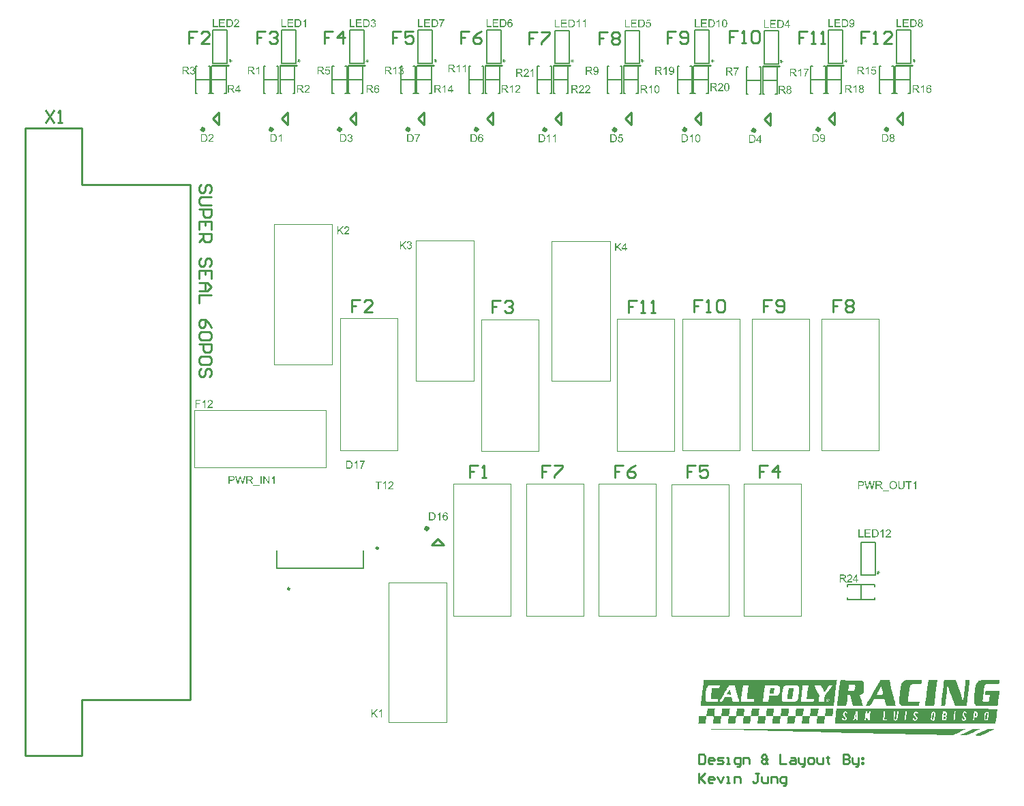
<source format=gbr>
%TF.GenerationSoftware,Altium Limited,Altium Designer,19.1.8 (144)*%
G04 Layer_Color=65535*
%FSLAX26Y26*%
%MOIN*%
%TF.FileFunction,Legend,Top*%
%TF.Part,Single*%
G01*
G75*
%TA.AperFunction,NonConductor*%
%ADD34C,0.019685*%
%ADD35C,0.009842*%
%ADD36C,0.005906*%
%ADD37C,0.010000*%
%ADD38C,0.007874*%
%ADD50C,0.003937*%
G36*
X1800256Y1909517D02*
X1800700Y1909461D01*
X1801255Y1909406D01*
X1801866Y1909295D01*
X1802476Y1909184D01*
X1803919Y1908795D01*
X1805362Y1908241D01*
X1806083Y1907908D01*
X1806805Y1907519D01*
X1807471Y1907020D01*
X1808082Y1906465D01*
X1808137Y1906409D01*
X1808248Y1906353D01*
X1808359Y1906131D01*
X1808581Y1905909D01*
X1808859Y1905632D01*
X1809136Y1905244D01*
X1809414Y1904855D01*
X1809746Y1904355D01*
X1810302Y1903301D01*
X1810857Y1901969D01*
X1811079Y1901303D01*
X1811189Y1900526D01*
X1811301Y1899749D01*
X1811356Y1898917D01*
Y1898805D01*
Y1898528D01*
X1811301Y1898084D01*
X1811245Y1897474D01*
X1811134Y1896807D01*
X1810912Y1896031D01*
X1810690Y1895198D01*
X1810357Y1894366D01*
X1810302Y1894255D01*
X1810190Y1893977D01*
X1809968Y1893533D01*
X1809636Y1892922D01*
X1809191Y1892256D01*
X1808637Y1891424D01*
X1807970Y1890591D01*
X1807194Y1889648D01*
X1807082Y1889537D01*
X1806805Y1889204D01*
X1806527Y1888927D01*
X1806250Y1888649D01*
X1805917Y1888316D01*
X1805473Y1887872D01*
X1805029Y1887428D01*
X1804474Y1886928D01*
X1803919Y1886373D01*
X1803253Y1885763D01*
X1802532Y1885152D01*
X1801755Y1884431D01*
X1800867Y1883709D01*
X1799978Y1882932D01*
X1799923Y1882877D01*
X1799812Y1882766D01*
X1799590Y1882600D01*
X1799312Y1882378D01*
X1798979Y1882044D01*
X1798591Y1881711D01*
X1797703Y1880990D01*
X1796759Y1880158D01*
X1795871Y1879325D01*
X1795094Y1878603D01*
X1794762Y1878326D01*
X1794484Y1878049D01*
X1794428Y1877993D01*
X1794262Y1877826D01*
X1794040Y1877604D01*
X1793763Y1877272D01*
X1793485Y1876883D01*
X1793152Y1876495D01*
X1792486Y1875551D01*
X1811411D01*
Y1871000D01*
X1785937D01*
Y1871055D01*
Y1871277D01*
Y1871611D01*
X1785993Y1872054D01*
X1786048Y1872554D01*
X1786159Y1873109D01*
X1786270Y1873664D01*
X1786492Y1874274D01*
Y1874330D01*
X1786547Y1874386D01*
X1786659Y1874718D01*
X1786880Y1875218D01*
X1787214Y1875884D01*
X1787658Y1876661D01*
X1788213Y1877549D01*
X1788823Y1878437D01*
X1789600Y1879380D01*
Y1879436D01*
X1789711Y1879492D01*
X1789988Y1879824D01*
X1790488Y1880324D01*
X1791209Y1881045D01*
X1792042Y1881878D01*
X1793097Y1882877D01*
X1794373Y1883987D01*
X1795761Y1885152D01*
X1795816Y1885208D01*
X1796038Y1885374D01*
X1796371Y1885652D01*
X1796759Y1885985D01*
X1797259Y1886429D01*
X1797870Y1886928D01*
X1798480Y1887484D01*
X1799201Y1888094D01*
X1800589Y1889426D01*
X1801976Y1890758D01*
X1802642Y1891424D01*
X1803253Y1892090D01*
X1803808Y1892700D01*
X1804252Y1893311D01*
Y1893367D01*
X1804363Y1893422D01*
X1804474Y1893589D01*
X1804585Y1893811D01*
X1804974Y1894421D01*
X1805418Y1895142D01*
X1805806Y1896031D01*
X1806195Y1896974D01*
X1806417Y1898028D01*
X1806527Y1899027D01*
Y1899083D01*
Y1899139D01*
X1806472Y1899472D01*
X1806417Y1900026D01*
X1806250Y1900637D01*
X1806028Y1901414D01*
X1805639Y1902191D01*
X1805140Y1902968D01*
X1804474Y1903745D01*
X1804363Y1903856D01*
X1804085Y1904078D01*
X1803697Y1904355D01*
X1803086Y1904744D01*
X1802310Y1905077D01*
X1801421Y1905410D01*
X1800367Y1905632D01*
X1799201Y1905688D01*
X1798869D01*
X1798647Y1905632D01*
X1797980Y1905576D01*
X1797204Y1905410D01*
X1796371Y1905188D01*
X1795428Y1904800D01*
X1794540Y1904300D01*
X1793707Y1903634D01*
X1793596Y1903523D01*
X1793374Y1903245D01*
X1793041Y1902802D01*
X1792708Y1902136D01*
X1792320Y1901359D01*
X1791986Y1900360D01*
X1791764Y1899249D01*
X1791653Y1897973D01*
X1786825Y1898473D01*
Y1898528D01*
X1786880Y1898695D01*
Y1898972D01*
X1786936Y1899361D01*
X1787047Y1899804D01*
X1787158Y1900304D01*
X1787324Y1900915D01*
X1787491Y1901525D01*
X1787935Y1902857D01*
X1788601Y1904189D01*
X1788989Y1904855D01*
X1789489Y1905521D01*
X1789988Y1906131D01*
X1790543Y1906687D01*
X1790599Y1906742D01*
X1790710Y1906797D01*
X1790877Y1906964D01*
X1791154Y1907130D01*
X1791487Y1907352D01*
X1791876Y1907574D01*
X1792320Y1907852D01*
X1792874Y1908130D01*
X1793485Y1908407D01*
X1794151Y1908685D01*
X1794872Y1908907D01*
X1795649Y1909129D01*
X1796482Y1909295D01*
X1797370Y1909461D01*
X1798313Y1909517D01*
X1799312Y1909572D01*
X1799868D01*
X1800256Y1909517D01*
D02*
G37*
G36*
X1774504Y1871000D02*
X1769786D01*
Y1901025D01*
X1769731Y1900970D01*
X1769454Y1900748D01*
X1769120Y1900415D01*
X1768565Y1900026D01*
X1767955Y1899527D01*
X1767178Y1898972D01*
X1766290Y1898361D01*
X1765291Y1897751D01*
X1765236D01*
X1765180Y1897696D01*
X1764847Y1897474D01*
X1764292Y1897196D01*
X1763626Y1896863D01*
X1762849Y1896475D01*
X1762016Y1896086D01*
X1761184Y1895697D01*
X1760351Y1895364D01*
Y1899916D01*
X1760407D01*
X1760518Y1900026D01*
X1760740Y1900082D01*
X1761017Y1900248D01*
X1761351Y1900415D01*
X1761739Y1900637D01*
X1762682Y1901192D01*
X1763793Y1901803D01*
X1764902Y1902580D01*
X1766068Y1903467D01*
X1767234Y1904411D01*
X1767289Y1904466D01*
X1767344Y1904522D01*
X1767511Y1904688D01*
X1767733Y1904855D01*
X1768233Y1905410D01*
X1768899Y1906076D01*
X1769564Y1906853D01*
X1770286Y1907741D01*
X1770897Y1908629D01*
X1771451Y1909572D01*
X1774504D01*
Y1871000D01*
D02*
G37*
G36*
X1753414Y1904855D02*
X1740760D01*
Y1871000D01*
X1735654D01*
Y1904855D01*
X1723000D01*
Y1909406D01*
X1753414D01*
Y1904855D01*
D02*
G37*
G36*
X4627874Y936294D02*
X4628968Y935200D01*
Y934106D01*
Y931919D01*
X4627874Y926451D01*
Y925358D01*
Y920983D01*
X4626781Y913328D01*
X4625687Y903486D01*
Y902392D01*
Y901298D01*
X4624593Y893643D01*
X4623500Y883801D01*
X4621313Y872865D01*
X4613657Y811623D01*
X4556790D01*
X4539293Y863023D01*
Y864116D01*
X4538199Y865210D01*
X4536012Y870678D01*
X4532731Y879427D01*
X4529450Y888175D01*
Y889269D01*
X4528357Y890362D01*
X4527263Y894737D01*
X4525076Y901298D01*
X4522889Y906766D01*
Y907860D01*
X4521795Y911141D01*
X4520701Y913328D01*
Y911141D01*
X4519608Y906766D01*
Y901298D01*
X4518514Y891456D01*
X4517421Y879427D01*
X4516327Y871771D01*
X4515233Y863023D01*
Y860835D01*
X4514140Y855367D01*
X4513046Y847712D01*
X4511953Y837870D01*
X4510859Y829121D01*
X4509765Y820372D01*
X4508672Y814904D01*
X4507578Y812717D01*
Y811623D01*
Y809436D01*
X4488987D01*
Y811623D01*
Y812717D01*
Y814904D01*
X4490081Y819279D01*
Y826934D01*
X4492268Y837870D01*
Y844431D01*
X4493361Y853180D01*
X4494455Y861929D01*
X4495549Y872865D01*
Y873958D01*
Y875052D01*
X4496642Y878333D01*
Y882707D01*
X4497736Y892550D01*
X4499923Y904579D01*
X4501017Y915515D01*
X4502110Y925358D01*
Y929732D01*
X4503204Y933013D01*
Y934106D01*
Y935200D01*
X4504297Y937387D01*
X4562258D01*
X4565539Y927545D01*
Y926451D01*
X4566633Y923170D01*
X4567726Y918796D01*
Y917702D01*
X4569913Y914422D01*
X4571007Y907860D01*
X4574288Y900205D01*
X4575381Y898018D01*
X4576475Y892550D01*
X4579756Y885988D01*
X4581943Y878333D01*
X4583037Y876146D01*
X4584130Y870678D01*
X4587411Y864116D01*
X4589598Y856461D01*
X4590692Y855367D01*
X4591785Y850993D01*
X4592879Y845525D01*
X4593973Y840057D01*
Y838963D01*
X4595066Y837870D01*
X4596160Y835683D01*
X4597253Y834589D01*
Y835683D01*
X4598347Y836776D01*
Y841150D01*
X4599441Y846619D01*
X4600534Y855367D01*
X4601628Y868490D01*
X4602721Y876146D01*
X4603815Y884894D01*
Y885988D01*
Y887082D01*
X4604909Y892550D01*
X4606002Y901298D01*
X4607096Y910047D01*
Y919890D01*
X4608189Y927545D01*
X4609283Y934106D01*
Y935200D01*
Y936294D01*
X4610377Y937387D01*
X4624593D01*
X4627874Y936294D01*
D02*
G37*
G36*
X4775510Y935200D02*
Y934107D01*
X4774417Y930826D01*
X4773323Y925358D01*
X4772229Y916609D01*
X4706613Y916609D01*
X4705520Y914422D01*
X4703333Y913328D01*
X4701145Y910047D01*
Y908954D01*
Y907860D01*
Y904579D01*
X4700052Y900205D01*
X4698958Y893643D01*
X4697865Y884894D01*
X4696771Y872865D01*
Y871771D01*
X4695677Y867397D01*
Y861929D01*
X4694584Y855367D01*
X4693490Y848806D01*
Y843338D01*
X4692397Y838963D01*
Y836776D01*
Y835683D01*
X4693490Y834589D01*
X4695677Y832402D01*
X4696771Y830215D01*
X4712081D01*
X4716456Y831308D01*
X4718643Y832402D01*
X4719737D01*
X4720830Y833495D01*
X4723017Y836776D01*
X4724111Y837870D01*
X4725205Y842244D01*
X4726298Y846619D01*
Y850993D01*
X4727392Y857554D01*
Y864116D01*
X4704426D01*
Y866303D01*
Y867397D01*
Y870678D01*
X4705520Y876146D01*
X4706613Y884894D01*
X4770042Y884895D01*
X4774417Y883801D01*
X4775510D01*
Y881614D01*
X4774417Y879427D01*
Y875052D01*
X4773323Y868491D01*
X4772229Y859742D01*
X4770042Y847712D01*
Y846619D01*
X4768949Y842244D01*
Y836776D01*
X4767855Y829121D01*
X4766761Y822559D01*
Y817091D01*
X4765668Y812717D01*
Y810530D01*
X4759106D01*
X4753638Y809436D01*
X4691303Y809436D01*
X4682554Y810530D01*
X4667244D01*
X4663963Y811623D01*
X4661776Y812717D01*
X4657401Y814904D01*
X4653027Y820372D01*
X4650840Y823653D01*
X4649746Y829121D01*
Y830215D01*
Y832402D01*
Y836776D01*
Y842244D01*
Y849899D01*
X4650840Y859742D01*
X4651933Y872865D01*
Y873958D01*
X4653027Y878333D01*
X4654121Y883801D01*
X4655214Y890362D01*
Y896924D01*
X4656308Y903486D01*
X4657401Y907860D01*
Y910047D01*
Y911141D01*
X4658495Y912235D01*
X4660682Y918796D01*
X4665057Y925358D01*
X4671618Y931919D01*
X4672712Y933013D01*
X4674899Y934106D01*
X4677086Y935200D01*
X4681461D01*
X4683648Y936294D01*
X4692397D01*
X4701145Y937387D01*
X4775510Y937387D01*
Y935200D01*
D02*
G37*
G36*
X4470396Y935200D02*
Y934106D01*
Y931919D01*
X4469302Y927545D01*
X4468209Y919890D01*
Y915515D01*
X4467115Y908954D01*
X4466021Y901298D01*
X4464928Y893643D01*
X4463834Y883801D01*
X4462741Y872865D01*
Y871771D01*
Y870678D01*
X4461647Y863023D01*
X4460553Y853180D01*
X4459460Y842244D01*
X4458366Y831308D01*
X4457273Y820372D01*
X4456179Y813811D01*
Y811623D01*
Y810530D01*
X4453992D01*
X4450711Y809436D01*
X4410248D01*
Y811623D01*
Y812717D01*
X4411341Y815998D01*
Y820372D01*
X4412435Y828027D01*
X4414622Y838963D01*
X4415716Y846619D01*
X4416809Y854274D01*
X4417903Y864116D01*
X4418997Y875052D01*
X4426652Y937387D01*
X4470396D01*
Y935200D01*
D02*
G37*
G36*
X4393844D02*
Y934106D01*
Y929732D01*
Y924264D01*
X4392750Y916609D01*
X4350100D01*
X4345725Y915515D01*
X4342445D01*
X4341351Y914422D01*
X4340257Y913328D01*
X4339164Y912235D01*
X4338070Y910047D01*
Y907860D01*
X4336977Y905673D01*
X4335883Y901298D01*
Y894737D01*
X4333696Y884894D01*
X4332602Y872865D01*
X4327134Y836776D01*
X4329321Y834589D01*
Y833495D01*
X4330415Y832402D01*
X4384001D01*
Y830215D01*
Y829121D01*
X4382908Y825840D01*
X4381814Y820372D01*
X4380721Y809436D01*
X4320573D01*
X4312917Y810530D01*
X4305262D01*
X4298701Y811623D01*
X4295420Y812717D01*
X4294326Y813811D01*
X4291045Y815998D01*
X4289952Y817091D01*
X4287765Y820372D01*
X4285577Y825840D01*
X4283390Y833495D01*
Y834589D01*
Y836776D01*
X4284484Y840057D01*
Y844431D01*
X4285577Y850993D01*
X4286671Y860835D01*
X4287765Y871771D01*
Y873958D01*
X4288858Y878333D01*
Y883801D01*
X4289952Y891456D01*
X4291045Y899111D01*
X4292139Y905673D01*
X4293233Y911141D01*
Y914422D01*
Y915515D01*
X4294326Y917702D01*
X4298701Y924264D01*
X4305262Y931919D01*
X4310730Y935200D01*
X4316198Y937387D01*
X4393844D01*
Y935200D01*
D02*
G37*
G36*
X4249489Y882707D02*
X4250582Y880520D01*
X4251676Y875052D01*
X4254957Y865210D01*
X4257144Y854274D01*
Y853180D01*
X4258237Y852087D01*
X4259331Y845525D01*
X4261518Y837870D01*
X4263705Y830215D01*
Y829121D01*
X4264799Y825840D01*
X4265893Y822559D01*
Y820372D01*
X4268080Y809436D01*
X4221055D01*
X4216681Y825840D01*
Y826934D01*
X4215587Y828027D01*
X4214493Y834589D01*
X4213400Y840057D01*
X4212306Y841150D01*
Y842244D01*
Y843338D01*
X4160907D01*
X4152158Y825840D01*
X4141222Y809436D01*
X4120444D01*
X4121537Y811623D01*
X4123725Y817091D01*
X4125912Y821466D01*
X4129193Y825840D01*
X4132473Y833495D01*
X4137941Y841150D01*
X4143409Y850993D01*
X4149971Y863022D01*
X4157626Y877239D01*
X4167469Y893643D01*
X4178405Y912235D01*
X4190434Y934106D01*
X4191528Y937387D01*
X4236365D01*
X4249489Y882707D01*
D02*
G37*
G36*
X4047173Y935200D02*
X4101853D01*
X4102946Y934106D01*
X4106227Y933013D01*
X4109508Y929732D01*
X4111695Y926451D01*
Y925358D01*
X4112789Y923170D01*
Y920983D01*
Y916609D01*
Y912234D01*
Y905673D01*
X4111695Y896924D01*
Y895830D01*
Y893643D01*
X4110601Y885988D01*
Y878333D01*
X4109508Y875052D01*
Y872865D01*
X4108414Y871771D01*
X4106227Y869584D01*
X4100759Y866303D01*
X4094197Y864116D01*
X4090917D01*
Y863022D01*
X4092010Y860835D01*
X4093104Y857554D01*
X4094197Y852086D01*
X4096385Y845525D01*
X4099665Y836776D01*
Y835682D01*
X4100759Y832402D01*
X4102946Y828027D01*
X4105133Y823653D01*
X4106227Y818185D01*
X4108414Y813810D01*
X4109508Y810530D01*
Y809436D01*
X4060296D01*
X4059202Y812717D01*
Y813810D01*
X4058109Y815998D01*
Y817091D01*
X4057015Y819278D01*
X4055921Y822559D01*
X4054828Y826934D01*
Y828027D01*
X4053734Y831308D01*
X4052641Y835682D01*
Y838963D01*
X4046079Y864116D01*
X4032956D01*
X4031862Y863022D01*
Y861929D01*
Y859742D01*
Y856461D01*
X4030769Y852086D01*
Y845525D01*
X4029675Y836776D01*
Y835682D01*
X4028581Y832402D01*
X4027488Y828027D01*
X4026394Y823653D01*
Y822559D01*
Y820372D01*
X4025301Y812717D01*
Y811623D01*
Y810530D01*
Y809436D01*
X3980463D01*
Y811623D01*
Y812717D01*
Y814904D01*
X3981557Y819278D01*
X3982650Y826934D01*
X3983744Y837870D01*
X3984837Y844431D01*
X3985931Y853180D01*
X3987025Y861929D01*
X3988118Y872865D01*
Y873958D01*
Y875052D01*
X3989212Y882707D01*
X3990305Y892550D01*
X3992493Y903486D01*
X3993586Y915515D01*
X3994680Y925358D01*
X3995773Y931919D01*
X3996867Y934106D01*
Y935200D01*
Y937387D01*
X4047173Y935200D01*
D02*
G37*
G36*
X3979369D02*
Y934106D01*
Y931919D01*
X3978276Y926451D01*
X3977182Y918796D01*
X3976089Y907860D01*
X3974995Y901298D01*
X3973901Y892550D01*
X3972808Y882707D01*
X3971714Y871771D01*
X3964059Y809436D01*
X3313367Y809436D01*
Y811623D01*
Y812717D01*
Y815997D01*
X3314461Y820372D01*
X3315554Y828027D01*
X3316648Y838963D01*
X3317741Y845525D01*
X3318835Y853180D01*
X3319929Y863022D01*
X3321022Y872865D01*
Y873958D01*
Y875052D01*
X3322116Y878333D01*
Y882707D01*
X3323209Y892549D01*
X3325397Y904579D01*
X3326490Y915515D01*
X3327584Y925357D01*
Y929732D01*
X3328677Y933013D01*
Y934106D01*
Y935200D01*
Y937387D01*
X3980463Y937387D01*
X3979369Y935200D01*
D02*
G37*
G36*
X3889694Y794126D02*
X3888601Y791938D01*
Y788658D01*
X3887507Y784283D01*
X3886413Y778815D01*
Y777722D01*
Y776628D01*
X3885320Y770066D01*
X3884226Y763505D01*
Y761318D01*
Y760224D01*
X3849231D01*
X3845950Y741633D01*
Y740539D01*
Y739446D01*
Y732884D01*
X3844857Y726322D01*
Y724135D01*
Y723042D01*
X3807674D01*
Y724135D01*
Y726322D01*
X3808768Y728510D01*
Y731790D01*
Y736165D01*
X3809861Y741633D01*
Y742726D01*
Y743820D01*
X3810955Y750382D01*
X3812049Y756943D01*
Y759130D01*
Y760224D01*
X3777053D01*
X3773773Y741633D01*
Y740539D01*
Y739446D01*
Y732884D01*
X3772679Y727416D01*
Y725229D01*
Y724135D01*
Y723042D01*
X3735497D01*
Y724135D01*
Y726322D01*
Y728510D01*
X3736590Y731790D01*
Y736165D01*
X3737684Y741633D01*
X3738777Y749288D01*
X3739871Y758037D01*
Y760224D01*
X3704876D01*
Y759130D01*
Y756943D01*
X3703782Y751475D01*
X3702689Y747101D01*
X3701595Y741633D01*
Y740539D01*
Y739446D01*
Y733978D01*
X3700501Y728510D01*
Y724135D01*
Y723042D01*
X3663319D01*
Y726322D01*
X3664413Y728510D01*
Y731790D01*
Y736165D01*
X3665506Y741633D01*
Y742726D01*
Y744914D01*
X3666600Y751475D01*
X3667693Y756943D01*
Y759130D01*
Y760224D01*
X3632698D01*
Y759130D01*
Y756943D01*
X3631605Y754756D01*
Y751475D01*
X3630511Y746007D01*
X3629417Y740539D01*
X3628324Y723042D01*
X3591141D01*
Y725229D01*
X3592235Y727416D01*
Y730697D01*
Y735071D01*
X3593329Y740539D01*
Y741633D01*
Y743820D01*
X3594422Y749288D01*
X3595516Y755850D01*
Y758037D01*
Y759130D01*
X3593329Y760224D01*
X3559427Y760224D01*
Y758037D01*
Y755850D01*
Y753662D01*
X3558333Y750381D01*
Y746007D01*
X3557240Y740539D01*
X3555053Y723042D01*
X3518964D01*
Y724135D01*
Y725229D01*
X3520057Y728510D01*
Y732884D01*
X3521151Y738352D01*
X3522245Y750381D01*
X3523338Y755850D01*
Y760224D01*
X3559427D01*
Y761317D01*
Y763505D01*
X3560521Y765692D01*
Y768973D01*
Y773347D01*
X3561614Y778815D01*
X3564895Y796313D01*
X3599890Y796313D01*
Y795219D01*
Y794126D01*
X3598797Y790845D01*
Y785377D01*
X3597703Y779909D01*
X3596609Y773347D01*
Y767879D01*
X3595516Y763505D01*
Y761318D01*
X3597703D01*
X3599890Y760224D01*
X3632698D01*
Y761318D01*
Y762411D01*
X3633792Y765692D01*
Y770066D01*
X3634885Y775534D01*
X3635979Y787564D01*
X3637073Y791938D01*
Y796313D01*
X3672068D01*
Y795219D01*
Y794126D01*
X3670974Y790845D01*
Y787564D01*
X3669881Y782096D01*
X3668787Y771160D01*
X3667693Y765692D01*
Y761318D01*
X3669881D01*
X3672068Y760224D01*
X3704876D01*
Y763505D01*
X3705969Y765692D01*
Y768973D01*
Y773347D01*
X3707063Y778815D01*
Y779909D01*
Y782096D01*
X3708157Y787564D01*
X3709250Y794126D01*
Y795219D01*
Y796313D01*
X3744245D01*
Y795219D01*
Y793032D01*
Y790845D01*
Y788658D01*
X3743152Y784283D01*
Y778815D01*
Y777722D01*
Y776628D01*
X3742058Y770066D01*
X3740965Y764598D01*
Y762411D01*
X3739871Y761318D01*
Y760224D01*
X3777053D01*
X3778147Y777722D01*
Y778815D01*
Y781002D01*
X3779241Y786470D01*
X3780334Y793032D01*
X3781428Y794126D01*
Y795219D01*
Y796313D01*
X3816423D01*
Y794126D01*
Y791938D01*
Y788658D01*
X3815329Y783190D01*
X3814236Y777722D01*
X3813142Y770066D01*
X3812049Y761318D01*
Y760224D01*
X3848137D01*
X3849231Y761318D01*
Y762411D01*
Y764598D01*
Y770066D01*
X3850325Y778815D01*
Y779909D01*
Y781002D01*
X3851418Y787564D01*
X3852512Y793032D01*
Y795219D01*
Y796313D01*
X3889694D01*
Y794126D01*
D02*
G37*
G36*
X3526619Y795219D02*
X3527713D01*
Y793032D01*
Y790845D01*
X3526619Y787564D01*
Y783189D01*
X3525525Y777721D01*
Y776628D01*
Y775534D01*
X3524432Y768973D01*
X3523338Y763505D01*
Y761317D01*
Y760224D01*
X3490530D01*
X3488343Y759130D01*
X3487249D01*
Y756943D01*
Y753662D01*
X3486156Y750381D01*
Y746007D01*
X3485062Y740539D01*
Y739446D01*
Y738352D01*
X3483969Y731790D01*
X3482875Y726322D01*
Y724135D01*
Y723042D01*
X3446786D01*
Y726322D01*
X3447880Y728510D01*
Y731790D01*
Y736165D01*
X3448973Y741633D01*
Y742726D01*
Y744913D01*
X3450067Y751475D01*
X3451161Y756943D01*
Y759130D01*
Y760224D01*
X3415072D01*
Y758037D01*
X3413978Y755850D01*
Y752569D01*
X3412885Y748194D01*
X3411791Y741633D01*
X3410697Y723042D01*
X3373515D01*
Y725229D01*
X3374609Y727416D01*
Y730697D01*
Y735071D01*
X3375702Y740539D01*
Y741633D01*
Y743820D01*
X3376796Y749288D01*
X3377889Y755850D01*
Y758037D01*
Y759130D01*
X3375702Y760224D01*
X3342894D01*
Y761317D01*
Y763505D01*
Y765692D01*
Y768973D01*
X3343988Y773347D01*
Y778815D01*
X3347269Y796313D01*
X3384451D01*
X3382264Y795219D01*
Y794125D01*
Y790845D01*
X3381170Y786470D01*
Y782096D01*
X3380077Y770066D01*
Y765692D01*
Y761317D01*
X3382264D01*
X3384451Y760224D01*
X3415072D01*
Y763505D01*
X3416165Y765692D01*
Y768973D01*
Y773347D01*
X3417259Y778815D01*
Y779909D01*
Y782096D01*
X3418353Y787564D01*
X3419446Y794125D01*
Y795219D01*
Y796313D01*
X3456629D01*
X3455535Y795219D01*
Y793032D01*
Y790845D01*
X3454441Y787564D01*
Y783189D01*
X3453348Y777721D01*
X3452254Y760224D01*
X3469752Y761317D01*
X3487249D01*
X3489437Y778815D01*
Y779909D01*
Y782096D01*
X3490530Y787564D01*
X3491624Y794125D01*
Y795219D01*
Y796313D01*
X3524432D01*
X3526619Y795219D01*
D02*
G37*
G36*
X4727392Y795219D02*
X4763481Y795219D01*
Y794126D01*
Y791939D01*
Y786471D01*
X4762387Y779909D01*
X4761293Y770067D01*
X4760200Y758037D01*
X4758013Y742727D01*
X4754732Y724135D01*
Y723042D01*
X3970621Y723042D01*
Y724135D01*
Y725229D01*
Y727416D01*
Y731790D01*
X3971714Y738352D01*
X3972808Y748194D01*
X3973901Y760224D01*
X3976089Y776628D01*
X3979369Y795219D01*
Y796313D01*
X4715362Y796313D01*
X4727392Y795219D01*
D02*
G37*
G36*
X3961872Y795219D02*
Y793032D01*
Y791938D01*
X3960778Y786470D01*
Y785377D01*
Y784283D01*
X3959685Y777722D01*
X3957497Y760224D01*
X3921409D01*
Y758037D01*
Y755850D01*
X3920315Y752569D01*
Y748194D01*
X3919221Y741633D01*
Y740539D01*
Y739446D01*
X3918128Y732884D01*
X3917034Y726322D01*
Y724135D01*
Y723042D01*
X3879852D01*
Y724135D01*
Y726322D01*
X3880945Y728510D01*
Y731790D01*
Y736165D01*
X3882039Y741633D01*
Y742726D01*
Y743820D01*
X3883133Y750382D01*
X3884226Y756943D01*
Y759130D01*
Y760224D01*
X3920315D01*
X3921409Y761318D01*
Y763505D01*
X3922502Y765692D01*
Y768973D01*
Y773347D01*
X3923596Y778815D01*
X3925783Y796313D01*
X3961872D01*
Y795219D01*
D02*
G37*
G36*
X3342894Y758037D02*
X3341801Y753662D01*
X3340707Y747101D01*
X3339613Y740539D01*
X3338520Y723042D01*
X3301337D01*
Y725229D01*
X3302431Y727416D01*
Y728510D01*
X3303525Y729603D01*
Y735071D01*
Y736165D01*
X3304618Y738352D01*
Y743820D01*
X3305712Y760224D01*
X3342894D01*
Y758037D01*
D02*
G37*
G36*
X4549135Y697889D02*
X4609283D01*
X4608189Y696795D01*
X4606002Y695702D01*
X4601628Y694608D01*
X4596160Y691327D01*
X4588505Y688047D01*
X4578662Y682578D01*
X4548041Y668362D01*
X3923596Y682578D01*
X3908285D01*
X3896256Y683672D01*
X3865635D01*
X3847044Y684766D01*
X3826265D01*
X3803300Y685859D01*
X3779241D01*
X3752994Y686953D01*
X3725654D01*
X3669881Y689140D01*
X3611920Y690234D01*
X3552865Y691327D01*
X3497092Y693514D01*
X3469752D01*
X3443505Y694608D01*
X3419446D01*
X3396481Y695702D01*
X3375702D01*
X3357111Y696795D01*
X3326490D01*
X3314461Y697889D01*
X3366953D01*
X3381170Y698982D01*
X4529450Y698982D01*
X4549135Y697889D01*
D02*
G37*
G36*
X4679273D02*
X4680367D01*
X4678180Y696795D01*
X4675993Y695702D01*
X4672712Y694608D01*
X4666150Y691327D01*
X4658495Y688047D01*
X4647559Y682578D01*
X4615845Y666174D01*
X4596160D01*
X4590692Y667268D01*
X4584130Y668362D01*
X4581943D01*
X4583037Y669455D01*
X4585224Y670549D01*
X4590692Y672736D01*
X4591785Y673830D01*
X4597253Y676017D01*
X4603815Y679298D01*
X4612564Y682578D01*
X4645372Y698982D01*
X4678180D01*
X4679273Y697889D01*
D02*
G37*
G36*
X4750357Y697889D02*
X4751451D01*
X4749264Y696795D01*
X4747077Y695702D01*
X4742702Y693515D01*
X4737234Y691327D01*
X4728485Y686953D01*
X4717549Y681485D01*
X4681461Y665081D01*
X4666150D01*
X4660682Y666174D01*
X4649746D01*
X4651933Y667268D01*
X4654121Y668362D01*
X4657401Y670549D01*
X4662869Y672736D01*
X4670525Y677111D01*
X4681461Y682578D01*
X4716456Y698982D01*
X4749264Y698983D01*
X4750357Y697889D01*
D02*
G37*
G36*
X2022238Y3974834D02*
Y3974779D01*
X2022183Y3974668D01*
X2022072Y3974446D01*
X2022016Y3974169D01*
X2021850Y3973836D01*
X2021683Y3973392D01*
X2021350Y3972503D01*
X2020962Y3971505D01*
X2020518Y3970506D01*
X2020074Y3969562D01*
X2019685Y3968785D01*
X2019741D01*
X2019907D01*
X2020129Y3968840D01*
X2020462D01*
X2020851Y3968896D01*
X2021295Y3968952D01*
X2022294Y3969007D01*
X2023348Y3969118D01*
X2024458Y3969229D01*
X2025402Y3969285D01*
X2025846D01*
X2026234D01*
Y3965510D01*
X2026179D01*
X2026123D01*
X2025957D01*
X2025790D01*
X2025180Y3965566D01*
X2024458Y3965622D01*
X2023515Y3965733D01*
X2022349Y3965788D01*
X2021073Y3965954D01*
X2019685Y3966121D01*
Y3966066D01*
X2019741Y3966010D01*
X2019796Y3965843D01*
X2019907Y3965622D01*
X2020185Y3965066D01*
X2020518Y3964345D01*
X2020906Y3963457D01*
X2021350Y3962403D01*
X2021794Y3961237D01*
X2022238Y3959961D01*
X2018520Y3958740D01*
Y3958795D01*
X2018464Y3958906D01*
X2018409Y3959073D01*
X2018353Y3959294D01*
X2018242Y3959628D01*
X2018131Y3959961D01*
X2017909Y3960793D01*
X2017687Y3961792D01*
X2017410Y3962902D01*
X2017188Y3964068D01*
X2017021Y3965289D01*
X2016966Y3965233D01*
X2016744Y3965011D01*
X2016411Y3964622D01*
X2015911Y3964123D01*
X2015190Y3963457D01*
X2014357Y3962735D01*
X2013303Y3961792D01*
X2012082Y3960793D01*
X2009917Y3963901D01*
X2010028Y3963956D01*
X2010306Y3964178D01*
X2010750Y3964512D01*
X2011360Y3964956D01*
X2012193Y3965455D01*
X2013136Y3966066D01*
X2014246Y3966787D01*
X2015467Y3967508D01*
X2015412D01*
X2015301Y3967564D01*
X2015134Y3967675D01*
X2014857Y3967841D01*
X2014191Y3968175D01*
X2013414Y3968619D01*
X2012526Y3969173D01*
X2011582Y3969729D01*
X2010694Y3970339D01*
X2009917Y3970894D01*
X2012082Y3973947D01*
X2012137Y3973891D01*
X2012248Y3973836D01*
X2012415Y3973669D01*
X2012692Y3973447D01*
X2013358Y3972948D01*
X2014135Y3972282D01*
X2014968Y3971560D01*
X2015745Y3970838D01*
X2016466Y3970173D01*
X2016799Y3969895D01*
X2017021Y3969617D01*
Y3969673D01*
X2017077Y3969784D01*
Y3969950D01*
X2017132Y3970173D01*
X2017188Y3970506D01*
X2017299Y3970838D01*
X2017465Y3971671D01*
X2017687Y3972670D01*
X2017909Y3973724D01*
X2018520Y3976000D01*
X2022238Y3974834D01*
D02*
G37*
G36*
X2356529D02*
Y3974779D01*
X2356474Y3974668D01*
X2356363Y3974446D01*
X2356307Y3974169D01*
X2356140Y3973836D01*
X2355974Y3973392D01*
X2355641Y3972503D01*
X2355253Y3971505D01*
X2354809Y3970506D01*
X2354365Y3969562D01*
X2353976Y3968785D01*
X2354032D01*
X2354198D01*
X2354420Y3968840D01*
X2354753D01*
X2355142Y3968896D01*
X2355586Y3968952D01*
X2356584Y3969007D01*
X2357639Y3969118D01*
X2358749Y3969229D01*
X2359693Y3969285D01*
X2360137D01*
X2360525D01*
Y3965510D01*
X2360470D01*
X2360414D01*
X2360247D01*
X2360081D01*
X2359470Y3965566D01*
X2358749Y3965622D01*
X2357805Y3965733D01*
X2356640Y3965788D01*
X2355363Y3965954D01*
X2353976Y3966121D01*
Y3966066D01*
X2354032Y3966010D01*
X2354087Y3965843D01*
X2354198Y3965622D01*
X2354476Y3965066D01*
X2354809Y3964345D01*
X2355197Y3963457D01*
X2355641Y3962403D01*
X2356085Y3961237D01*
X2356529Y3959961D01*
X2352811Y3958740D01*
Y3958795D01*
X2352755Y3958906D01*
X2352700Y3959073D01*
X2352644Y3959294D01*
X2352533Y3959628D01*
X2352422Y3959961D01*
X2352200Y3960793D01*
X2351978Y3961792D01*
X2351700Y3962902D01*
X2351479Y3964068D01*
X2351312Y3965289D01*
X2351256Y3965233D01*
X2351035Y3965011D01*
X2350702Y3964622D01*
X2350202Y3964123D01*
X2349481Y3963457D01*
X2348648Y3962735D01*
X2347593Y3961792D01*
X2346372Y3960793D01*
X2344208Y3963901D01*
X2344319Y3963956D01*
X2344597Y3964178D01*
X2345041Y3964512D01*
X2345651Y3964956D01*
X2346483Y3965455D01*
X2347427Y3966066D01*
X2348537Y3966787D01*
X2349758Y3967508D01*
X2349702D01*
X2349591Y3967564D01*
X2349425Y3967675D01*
X2349148Y3967841D01*
X2348481Y3968175D01*
X2347704Y3968619D01*
X2346816Y3969173D01*
X2345873Y3969729D01*
X2344985Y3970339D01*
X2344208Y3970894D01*
X2346372Y3973947D01*
X2346428Y3973891D01*
X2346539Y3973836D01*
X2346706Y3973669D01*
X2346983Y3973447D01*
X2347649Y3972948D01*
X2348426Y3972282D01*
X2349258Y3971560D01*
X2350035Y3970838D01*
X2350757Y3970173D01*
X2351090Y3969895D01*
X2351312Y3969617D01*
Y3969673D01*
X2351367Y3969784D01*
Y3969950D01*
X2351423Y3970173D01*
X2351479Y3970506D01*
X2351590Y3970838D01*
X2351756Y3971671D01*
X2351978Y3972670D01*
X2352200Y3973724D01*
X2352811Y3976000D01*
X2356529Y3974834D01*
D02*
G37*
G36*
X3033059Y3973834D02*
Y3973778D01*
X3033003Y3973667D01*
X3032892Y3973445D01*
X3032837Y3973168D01*
X3032670Y3972835D01*
X3032504Y3972391D01*
X3032171Y3971503D01*
X3031782Y3970504D01*
X3031338Y3969505D01*
X3030894Y3968561D01*
X3030506Y3967784D01*
X3030561D01*
X3030728D01*
X3030950Y3967840D01*
X3031283D01*
X3031671Y3967895D01*
X3032115Y3967951D01*
X3033114Y3968006D01*
X3034169Y3968117D01*
X3035279Y3968228D01*
X3036222Y3968284D01*
X3036666D01*
X3037055D01*
Y3964510D01*
X3036999D01*
X3036944D01*
X3036777D01*
X3036611D01*
X3036000Y3964565D01*
X3035279Y3964621D01*
X3034335Y3964732D01*
X3033170Y3964787D01*
X3031893Y3964954D01*
X3030506Y3965120D01*
Y3965065D01*
X3030561Y3965009D01*
X3030617Y3964843D01*
X3030728Y3964621D01*
X3031005Y3964066D01*
X3031338Y3963344D01*
X3031727Y3962456D01*
X3032171Y3961402D01*
X3032615Y3960236D01*
X3033059Y3958960D01*
X3029340Y3957739D01*
Y3957794D01*
X3029285Y3957905D01*
X3029229Y3958072D01*
X3029174Y3958294D01*
X3029063Y3958627D01*
X3028952Y3958960D01*
X3028730Y3959792D01*
X3028508Y3960791D01*
X3028230Y3961901D01*
X3028008Y3963067D01*
X3027842Y3964288D01*
X3027786Y3964232D01*
X3027564Y3964010D01*
X3027231Y3963622D01*
X3026732Y3963122D01*
X3026010Y3962456D01*
X3025178Y3961735D01*
X3024123Y3960791D01*
X3022902Y3959792D01*
X3020738Y3962900D01*
X3020849Y3962956D01*
X3021126Y3963178D01*
X3021570Y3963511D01*
X3022181Y3963955D01*
X3023013Y3964454D01*
X3023957Y3965065D01*
X3025067Y3965786D01*
X3026288Y3966508D01*
X3026232D01*
X3026121Y3966563D01*
X3025955Y3966674D01*
X3025677Y3966841D01*
X3025011Y3967174D01*
X3024234Y3967618D01*
X3023346Y3968173D01*
X3022403Y3968728D01*
X3021515Y3969338D01*
X3020738Y3969893D01*
X3022902Y3972946D01*
X3022958Y3972890D01*
X3023069Y3972835D01*
X3023235Y3972668D01*
X3023513Y3972446D01*
X3024179Y3971947D01*
X3024956Y3971281D01*
X3025788Y3970559D01*
X3026565Y3969838D01*
X3027287Y3969172D01*
X3027620Y3968894D01*
X3027842Y3968617D01*
Y3968672D01*
X3027897Y3968783D01*
Y3968950D01*
X3027953Y3969172D01*
X3028008Y3969505D01*
X3028119Y3969838D01*
X3028286Y3970670D01*
X3028508Y3971669D01*
X3028730Y3972724D01*
X3029340Y3974999D01*
X3033059Y3973834D01*
D02*
G37*
G36*
X3713059Y3970660D02*
Y3970605D01*
X3713003Y3970494D01*
X3712892Y3970272D01*
X3712837Y3969994D01*
X3712670Y3969662D01*
X3712504Y3969218D01*
X3712171Y3968329D01*
X3711782Y3967331D01*
X3711338Y3966331D01*
X3710894Y3965388D01*
X3710506Y3964611D01*
X3710561D01*
X3710728D01*
X3710950Y3964666D01*
X3711283D01*
X3711671Y3964722D01*
X3712115Y3964778D01*
X3713114Y3964833D01*
X3714169Y3964944D01*
X3715279Y3965055D01*
X3716222Y3965110D01*
X3716666D01*
X3717055D01*
Y3961336D01*
X3716999D01*
X3716944D01*
X3716777D01*
X3716611D01*
X3716000Y3961392D01*
X3715279Y3961448D01*
X3714335Y3961559D01*
X3713170Y3961614D01*
X3711893Y3961780D01*
X3710506Y3961947D01*
Y3961892D01*
X3710561Y3961836D01*
X3710617Y3961669D01*
X3710728Y3961448D01*
X3711005Y3960892D01*
X3711338Y3960171D01*
X3711727Y3959283D01*
X3712171Y3958229D01*
X3712615Y3957063D01*
X3713059Y3955787D01*
X3709340Y3954566D01*
Y3954621D01*
X3709285Y3954732D01*
X3709229Y3954898D01*
X3709174Y3955120D01*
X3709063Y3955454D01*
X3708952Y3955787D01*
X3708730Y3956619D01*
X3708508Y3957618D01*
X3708230Y3958728D01*
X3708008Y3959894D01*
X3707842Y3961115D01*
X3707786Y3961059D01*
X3707564Y3960837D01*
X3707231Y3960448D01*
X3706732Y3959949D01*
X3706010Y3959283D01*
X3705178Y3958561D01*
X3704123Y3957618D01*
X3702902Y3956619D01*
X3700738Y3959727D01*
X3700849Y3959782D01*
X3701126Y3960005D01*
X3701570Y3960338D01*
X3702181Y3960782D01*
X3703013Y3961281D01*
X3703957Y3961892D01*
X3705067Y3962613D01*
X3706288Y3963334D01*
X3706232D01*
X3706121Y3963390D01*
X3705955Y3963501D01*
X3705677Y3963668D01*
X3705011Y3964001D01*
X3704234Y3964445D01*
X3703346Y3964999D01*
X3702403Y3965555D01*
X3701515Y3966165D01*
X3700738Y3966720D01*
X3702902Y3969773D01*
X3702958Y3969717D01*
X3703069Y3969662D01*
X3703235Y3969495D01*
X3703513Y3969273D01*
X3704179Y3968773D01*
X3704956Y3968108D01*
X3705788Y3967386D01*
X3706565Y3966664D01*
X3707287Y3965999D01*
X3707620Y3965721D01*
X3707842Y3965443D01*
Y3965499D01*
X3707897Y3965610D01*
Y3965776D01*
X3707953Y3965999D01*
X3708008Y3966331D01*
X3708119Y3966664D01*
X3708286Y3967497D01*
X3708508Y3968496D01*
X3708730Y3969550D01*
X3709340Y3971826D01*
X3713059Y3970660D01*
D02*
G37*
G36*
X2691059Y3973833D02*
Y3973777D01*
X2691003Y3973666D01*
X2690892Y3973444D01*
X2690837Y3973167D01*
X2690670Y3972834D01*
X2690504Y3972390D01*
X2690171Y3971502D01*
X2689782Y3970503D01*
X2689338Y3969504D01*
X2688894Y3968560D01*
X2688506Y3967783D01*
X2688561D01*
X2688728D01*
X2688950Y3967839D01*
X2689283D01*
X2689671Y3967894D01*
X2690115Y3967950D01*
X2691114Y3968005D01*
X2692169Y3968116D01*
X2693279Y3968227D01*
X2694222Y3968283D01*
X2694666D01*
X2695055D01*
Y3964509D01*
X2694999D01*
X2694944D01*
X2694777D01*
X2694611D01*
X2694000Y3964564D01*
X2693279Y3964620D01*
X2692335Y3964731D01*
X2691170Y3964786D01*
X2689893Y3964953D01*
X2688506Y3965119D01*
Y3965064D01*
X2688561Y3965008D01*
X2688617Y3964842D01*
X2688728Y3964620D01*
X2689005Y3964065D01*
X2689338Y3963343D01*
X2689727Y3962455D01*
X2690171Y3961401D01*
X2690615Y3960235D01*
X2691059Y3958959D01*
X2687340Y3957738D01*
Y3957793D01*
X2687285Y3957904D01*
X2687229Y3958071D01*
X2687174Y3958293D01*
X2687063Y3958626D01*
X2686952Y3958959D01*
X2686730Y3959791D01*
X2686508Y3960790D01*
X2686230Y3961900D01*
X2686008Y3963066D01*
X2685842Y3964287D01*
X2685786Y3964231D01*
X2685564Y3964009D01*
X2685231Y3963621D01*
X2684732Y3963121D01*
X2684010Y3962455D01*
X2683178Y3961734D01*
X2682123Y3960790D01*
X2680902Y3959791D01*
X2678738Y3962899D01*
X2678849Y3962955D01*
X2679126Y3963177D01*
X2679570Y3963510D01*
X2680181Y3963954D01*
X2681013Y3964453D01*
X2681957Y3965064D01*
X2683067Y3965785D01*
X2684288Y3966507D01*
X2684232D01*
X2684121Y3966562D01*
X2683955Y3966673D01*
X2683677Y3966840D01*
X2683011Y3967173D01*
X2682234Y3967617D01*
X2681346Y3968172D01*
X2680403Y3968727D01*
X2679515Y3969337D01*
X2678738Y3969892D01*
X2680902Y3972945D01*
X2680958Y3972889D01*
X2681069Y3972834D01*
X2681235Y3972667D01*
X2681513Y3972445D01*
X2682179Y3971946D01*
X2682956Y3971280D01*
X2683788Y3970558D01*
X2684565Y3969837D01*
X2685287Y3969171D01*
X2685620Y3968893D01*
X2685842Y3968616D01*
Y3968671D01*
X2685897Y3968782D01*
Y3968949D01*
X2685953Y3969171D01*
X2686008Y3969504D01*
X2686119Y3969837D01*
X2686286Y3970669D01*
X2686508Y3971668D01*
X2686730Y3972723D01*
X2687340Y3974998D01*
X2691059Y3973833D01*
D02*
G37*
G36*
X3375691Y3974008D02*
Y3973952D01*
X3375636Y3973841D01*
X3375525Y3973619D01*
X3375469Y3973342D01*
X3375303Y3973009D01*
X3375136Y3972565D01*
X3374803Y3971677D01*
X3374415Y3970678D01*
X3373971Y3969679D01*
X3373527Y3968735D01*
X3373138Y3967958D01*
X3373194D01*
X3373360D01*
X3373582Y3968014D01*
X3373915D01*
X3374304Y3968069D01*
X3374748Y3968125D01*
X3375747Y3968180D01*
X3376801Y3968291D01*
X3377911Y3968402D01*
X3378855Y3968458D01*
X3379299D01*
X3379687D01*
Y3964684D01*
X3379632D01*
X3379576D01*
X3379410D01*
X3379243D01*
X3378633Y3964739D01*
X3377911Y3964795D01*
X3376968Y3964906D01*
X3375802Y3964961D01*
X3374526Y3965128D01*
X3373138Y3965294D01*
Y3965239D01*
X3373194Y3965183D01*
X3373249Y3965017D01*
X3373360Y3964795D01*
X3373638Y3964240D01*
X3373971Y3963518D01*
X3374359Y3962630D01*
X3374803Y3961576D01*
X3375247Y3960410D01*
X3375691Y3959134D01*
X3371973Y3957913D01*
Y3957968D01*
X3371917Y3958079D01*
X3371862Y3958246D01*
X3371806Y3958468D01*
X3371695Y3958801D01*
X3371584Y3959134D01*
X3371362Y3959966D01*
X3371140Y3960965D01*
X3370863Y3962075D01*
X3370641Y3963241D01*
X3370474Y3964462D01*
X3370419Y3964406D01*
X3370197Y3964184D01*
X3369864Y3963796D01*
X3369364Y3963296D01*
X3368643Y3962630D01*
X3367810Y3961909D01*
X3366756Y3960965D01*
X3365535Y3959966D01*
X3363370Y3963074D01*
X3363481Y3963130D01*
X3363759Y3963352D01*
X3364203Y3963685D01*
X3364813Y3964129D01*
X3365646Y3964628D01*
X3366589Y3965239D01*
X3367699Y3965960D01*
X3368920Y3966682D01*
X3368865D01*
X3368754Y3966737D01*
X3368587Y3966848D01*
X3368310Y3967015D01*
X3367644Y3967348D01*
X3366867Y3967792D01*
X3365979Y3968347D01*
X3365035Y3968902D01*
X3364147Y3969512D01*
X3363370Y3970067D01*
X3365535Y3973120D01*
X3365590Y3973064D01*
X3365701Y3973009D01*
X3365868Y3972842D01*
X3366145Y3972620D01*
X3366811Y3972121D01*
X3367588Y3971455D01*
X3368421Y3970733D01*
X3369198Y3970012D01*
X3369919Y3969346D01*
X3370252Y3969068D01*
X3370474Y3968791D01*
Y3968846D01*
X3370530Y3968957D01*
Y3969124D01*
X3370585Y3969346D01*
X3370641Y3969679D01*
X3370752Y3970012D01*
X3370918Y3970844D01*
X3371140Y3971843D01*
X3371362Y3972898D01*
X3371973Y3975173D01*
X3375691Y3974008D01*
D02*
G37*
G36*
X4027982Y3974834D02*
Y3974779D01*
X4027927Y3974668D01*
X4027816Y3974446D01*
X4027760Y3974169D01*
X4027593Y3973836D01*
X4027427Y3973392D01*
X4027094Y3972503D01*
X4026706Y3971505D01*
X4026262Y3970506D01*
X4025818Y3969562D01*
X4025429Y3968785D01*
X4025485D01*
X4025651D01*
X4025873Y3968840D01*
X4026206D01*
X4026595Y3968896D01*
X4027039Y3968952D01*
X4028037Y3969007D01*
X4029092Y3969118D01*
X4030202Y3969229D01*
X4031146Y3969285D01*
X4031590D01*
X4031978D01*
Y3965510D01*
X4031923D01*
X4031867D01*
X4031700D01*
X4031534D01*
X4030923Y3965566D01*
X4030202Y3965622D01*
X4029258Y3965733D01*
X4028093Y3965788D01*
X4026816Y3965954D01*
X4025429Y3966121D01*
Y3966066D01*
X4025485Y3966010D01*
X4025540Y3965843D01*
X4025651Y3965622D01*
X4025928Y3965066D01*
X4026262Y3964345D01*
X4026650Y3963457D01*
X4027094Y3962403D01*
X4027538Y3961237D01*
X4027982Y3959961D01*
X4024264Y3958740D01*
Y3958795D01*
X4024208Y3958906D01*
X4024153Y3959073D01*
X4024097Y3959294D01*
X4023986Y3959628D01*
X4023875Y3959961D01*
X4023653Y3960793D01*
X4023431Y3961792D01*
X4023153Y3962902D01*
X4022932Y3964068D01*
X4022765Y3965289D01*
X4022709Y3965233D01*
X4022488Y3965011D01*
X4022155Y3964622D01*
X4021655Y3964123D01*
X4020934Y3963457D01*
X4020101Y3962735D01*
X4019046Y3961792D01*
X4017825Y3960793D01*
X4015661Y3963901D01*
X4015772Y3963956D01*
X4016050Y3964178D01*
X4016494Y3964512D01*
X4017104Y3964956D01*
X4017936Y3965455D01*
X4018880Y3966066D01*
X4019990Y3966787D01*
X4021211Y3967508D01*
X4021155D01*
X4021044Y3967564D01*
X4020878Y3967675D01*
X4020601Y3967841D01*
X4019934Y3968175D01*
X4019157Y3968619D01*
X4018269Y3969173D01*
X4017326Y3969729D01*
X4016438Y3970339D01*
X4015661Y3970894D01*
X4017825Y3973947D01*
X4017881Y3973891D01*
X4017992Y3973836D01*
X4018159Y3973669D01*
X4018436Y3973447D01*
X4019102Y3972948D01*
X4019879Y3972282D01*
X4020711Y3971560D01*
X4021488Y3970838D01*
X4022210Y3970173D01*
X4022543Y3969895D01*
X4022765Y3969617D01*
Y3969673D01*
X4022820Y3969784D01*
Y3969950D01*
X4022876Y3970173D01*
X4022932Y3970506D01*
X4023043Y3970838D01*
X4023209Y3971671D01*
X4023431Y3972670D01*
X4023653Y3973724D01*
X4024264Y3976000D01*
X4027982Y3974834D01*
D02*
G37*
G36*
X4362273D02*
Y3974779D01*
X4362217Y3974668D01*
X4362106Y3974446D01*
X4362051Y3974169D01*
X4361884Y3973836D01*
X4361718Y3973392D01*
X4361385Y3972503D01*
X4360996Y3971505D01*
X4360552Y3970506D01*
X4360108Y3969562D01*
X4359720Y3968785D01*
X4359775D01*
X4359942D01*
X4360164Y3968840D01*
X4360497D01*
X4360885Y3968896D01*
X4361329Y3968952D01*
X4362328Y3969007D01*
X4363383Y3969118D01*
X4364493Y3969229D01*
X4365436Y3969285D01*
X4365880D01*
X4366269D01*
Y3965510D01*
X4366213D01*
X4366158D01*
X4365991D01*
X4365825D01*
X4365214Y3965566D01*
X4364493Y3965622D01*
X4363549Y3965733D01*
X4362384Y3965788D01*
X4361107Y3965954D01*
X4359720Y3966121D01*
Y3966066D01*
X4359775Y3966010D01*
X4359831Y3965843D01*
X4359942Y3965622D01*
X4360219Y3965066D01*
X4360552Y3964345D01*
X4360941Y3963457D01*
X4361385Y3962403D01*
X4361829Y3961237D01*
X4362273Y3959961D01*
X4358554Y3958740D01*
Y3958795D01*
X4358499Y3958906D01*
X4358443Y3959073D01*
X4358388Y3959294D01*
X4358277Y3959628D01*
X4358166Y3959961D01*
X4357944Y3960793D01*
X4357722Y3961792D01*
X4357444Y3962902D01*
X4357222Y3964068D01*
X4357056Y3965289D01*
X4357000Y3965233D01*
X4356778Y3965011D01*
X4356445Y3964622D01*
X4355946Y3964123D01*
X4355224Y3963457D01*
X4354392Y3962735D01*
X4353337Y3961792D01*
X4352116Y3960793D01*
X4349952Y3963901D01*
X4350063Y3963956D01*
X4350340Y3964178D01*
X4350784Y3964512D01*
X4351395Y3964956D01*
X4352227Y3965455D01*
X4353171Y3966066D01*
X4354281Y3966787D01*
X4355502Y3967508D01*
X4355446D01*
X4355335Y3967564D01*
X4355169Y3967675D01*
X4354891Y3967841D01*
X4354225Y3968175D01*
X4353448Y3968619D01*
X4352560Y3969173D01*
X4351617Y3969729D01*
X4350729Y3970339D01*
X4349952Y3970894D01*
X4352116Y3973947D01*
X4352172Y3973891D01*
X4352283Y3973836D01*
X4352449Y3973669D01*
X4352727Y3973447D01*
X4353393Y3972948D01*
X4354170Y3972282D01*
X4355002Y3971560D01*
X4355779Y3970838D01*
X4356501Y3970173D01*
X4356834Y3969895D01*
X4357056Y3969617D01*
Y3969673D01*
X4357111Y3969784D01*
Y3969950D01*
X4357167Y3970173D01*
X4357222Y3970506D01*
X4357333Y3970838D01*
X4357500Y3971671D01*
X4357722Y3972670D01*
X4357944Y3973724D01*
X4358554Y3976000D01*
X4362273Y3974834D01*
D02*
G37*
G36*
X1687948D02*
Y3974779D01*
X1687892Y3974668D01*
X1687781Y3974446D01*
X1687726Y3974169D01*
X1687559Y3973836D01*
X1687393Y3973392D01*
X1687060Y3972503D01*
X1686671Y3971505D01*
X1686227Y3970506D01*
X1685783Y3969562D01*
X1685395Y3968785D01*
X1685450D01*
X1685617D01*
X1685839Y3968840D01*
X1686172D01*
X1686560Y3968896D01*
X1687004Y3968952D01*
X1688003Y3969007D01*
X1689058Y3969118D01*
X1690168Y3969229D01*
X1691111Y3969285D01*
X1691555D01*
X1691944D01*
Y3965510D01*
X1691888D01*
X1691833D01*
X1691666D01*
X1691500D01*
X1690889Y3965566D01*
X1690168Y3965622D01*
X1689224Y3965733D01*
X1688059Y3965788D01*
X1686782Y3965954D01*
X1685395Y3966121D01*
Y3966066D01*
X1685450Y3966010D01*
X1685506Y3965843D01*
X1685617Y3965622D01*
X1685894Y3965066D01*
X1686227Y3964345D01*
X1686616Y3963457D01*
X1687060Y3962403D01*
X1687504Y3961237D01*
X1687948Y3959961D01*
X1684229Y3958740D01*
Y3958795D01*
X1684174Y3958906D01*
X1684118Y3959073D01*
X1684063Y3959294D01*
X1683952Y3959628D01*
X1683841Y3959961D01*
X1683619Y3960793D01*
X1683397Y3961792D01*
X1683119Y3962902D01*
X1682897Y3964068D01*
X1682731Y3965289D01*
X1682675Y3965233D01*
X1682453Y3965011D01*
X1682120Y3964622D01*
X1681621Y3964123D01*
X1680899Y3963457D01*
X1680067Y3962735D01*
X1679012Y3961792D01*
X1677791Y3960793D01*
X1675627Y3963901D01*
X1675738Y3963956D01*
X1676015Y3964178D01*
X1676459Y3964512D01*
X1677070Y3964956D01*
X1677902Y3965455D01*
X1678846Y3966066D01*
X1679956Y3966787D01*
X1681177Y3967508D01*
X1681121D01*
X1681010Y3967564D01*
X1680844Y3967675D01*
X1680566Y3967841D01*
X1679900Y3968175D01*
X1679123Y3968619D01*
X1678235Y3969173D01*
X1677292Y3969729D01*
X1676404Y3970339D01*
X1675627Y3970894D01*
X1677791Y3973947D01*
X1677847Y3973891D01*
X1677958Y3973836D01*
X1678124Y3973669D01*
X1678402Y3973447D01*
X1679068Y3972948D01*
X1679845Y3972282D01*
X1680677Y3971560D01*
X1681454Y3970838D01*
X1682176Y3970173D01*
X1682509Y3969895D01*
X1682731Y3969617D01*
Y3969673D01*
X1682786Y3969784D01*
Y3969950D01*
X1682842Y3970173D01*
X1682897Y3970506D01*
X1683008Y3970838D01*
X1683175Y3971671D01*
X1683397Y3972670D01*
X1683619Y3973724D01*
X1684229Y3976000D01*
X1687948Y3974834D01*
D02*
G37*
G36*
X1353657D02*
Y3974779D01*
X1353602Y3974668D01*
X1353491Y3974446D01*
X1353435Y3974169D01*
X1353269Y3973836D01*
X1353102Y3973392D01*
X1352769Y3972503D01*
X1352381Y3971505D01*
X1351937Y3970506D01*
X1351493Y3969562D01*
X1351104Y3968785D01*
X1351160D01*
X1351326D01*
X1351548Y3968840D01*
X1351881D01*
X1352270Y3968896D01*
X1352714Y3968952D01*
X1353713Y3969007D01*
X1354767Y3969118D01*
X1355877Y3969229D01*
X1356821Y3969285D01*
X1357265D01*
X1357653D01*
Y3965510D01*
X1357598D01*
X1357542D01*
X1357376D01*
X1357209D01*
X1356599Y3965566D01*
X1355877Y3965622D01*
X1354934Y3965733D01*
X1353768Y3965788D01*
X1352492Y3965954D01*
X1351104Y3966121D01*
Y3966066D01*
X1351160Y3966010D01*
X1351215Y3965843D01*
X1351326Y3965622D01*
X1351604Y3965066D01*
X1351937Y3964345D01*
X1352325Y3963457D01*
X1352769Y3962403D01*
X1353213Y3961237D01*
X1353657Y3959961D01*
X1349939Y3958740D01*
Y3958795D01*
X1349883Y3958906D01*
X1349828Y3959073D01*
X1349772Y3959294D01*
X1349661Y3959628D01*
X1349550Y3959961D01*
X1349328Y3960793D01*
X1349106Y3961792D01*
X1348829Y3962902D01*
X1348607Y3964068D01*
X1348440Y3965289D01*
X1348385Y3965233D01*
X1348163Y3965011D01*
X1347830Y3964622D01*
X1347330Y3964123D01*
X1346609Y3963457D01*
X1345776Y3962735D01*
X1344722Y3961792D01*
X1343501Y3960793D01*
X1341336Y3963901D01*
X1341447Y3963956D01*
X1341725Y3964178D01*
X1342169Y3964512D01*
X1342779Y3964956D01*
X1343612Y3965455D01*
X1344555Y3966066D01*
X1345665Y3966787D01*
X1346886Y3967508D01*
X1346831D01*
X1346720Y3967564D01*
X1346553Y3967675D01*
X1346276Y3967841D01*
X1345610Y3968175D01*
X1344833Y3968619D01*
X1343945Y3969173D01*
X1343001Y3969729D01*
X1342113Y3970339D01*
X1341336Y3970894D01*
X1343501Y3973947D01*
X1343556Y3973891D01*
X1343667Y3973836D01*
X1343834Y3973669D01*
X1344111Y3973447D01*
X1344777Y3972948D01*
X1345554Y3972282D01*
X1346387Y3971560D01*
X1347164Y3970838D01*
X1347885Y3970173D01*
X1348218Y3969895D01*
X1348440Y3969617D01*
Y3969673D01*
X1348496Y3969784D01*
Y3969950D01*
X1348551Y3970173D01*
X1348607Y3970506D01*
X1348718Y3970838D01*
X1348884Y3971671D01*
X1349106Y3972670D01*
X1349328Y3973724D01*
X1349939Y3976000D01*
X1353657Y3974834D01*
D02*
G37*
G36*
X1019367D02*
Y3974779D01*
X1019311Y3974668D01*
X1019200Y3974446D01*
X1019145Y3974169D01*
X1018978Y3973836D01*
X1018812Y3973392D01*
X1018479Y3972503D01*
X1018090Y3971505D01*
X1017646Y3970506D01*
X1017202Y3969562D01*
X1016814Y3968785D01*
X1016869D01*
X1017036D01*
X1017258Y3968840D01*
X1017591D01*
X1017979Y3968896D01*
X1018423Y3968952D01*
X1019422Y3969007D01*
X1020477Y3969118D01*
X1021587Y3969229D01*
X1022530Y3969285D01*
X1022974D01*
X1023363D01*
Y3965510D01*
X1023307D01*
X1023252D01*
X1023085D01*
X1022919D01*
X1022308Y3965566D01*
X1021587Y3965622D01*
X1020643Y3965733D01*
X1019478Y3965788D01*
X1018201Y3965954D01*
X1016814Y3966121D01*
Y3966066D01*
X1016869Y3966010D01*
X1016925Y3965843D01*
X1017036Y3965622D01*
X1017313Y3965066D01*
X1017646Y3964345D01*
X1018035Y3963457D01*
X1018479Y3962403D01*
X1018923Y3961237D01*
X1019367Y3959961D01*
X1015648Y3958740D01*
Y3958795D01*
X1015593Y3958906D01*
X1015537Y3959073D01*
X1015482Y3959294D01*
X1015371Y3959628D01*
X1015260Y3959961D01*
X1015038Y3960793D01*
X1014816Y3961792D01*
X1014538Y3962902D01*
X1014316Y3964068D01*
X1014150Y3965289D01*
X1014094Y3965233D01*
X1013872Y3965011D01*
X1013539Y3964622D01*
X1013040Y3964123D01*
X1012318Y3963457D01*
X1011486Y3962735D01*
X1010431Y3961792D01*
X1009210Y3960793D01*
X1007046Y3963901D01*
X1007157Y3963956D01*
X1007434Y3964178D01*
X1007878Y3964512D01*
X1008489Y3964956D01*
X1009321Y3965455D01*
X1010265Y3966066D01*
X1011375Y3966787D01*
X1012596Y3967508D01*
X1012540D01*
X1012429Y3967564D01*
X1012263Y3967675D01*
X1011985Y3967841D01*
X1011319Y3968175D01*
X1010542Y3968619D01*
X1009654Y3969173D01*
X1008711Y3969729D01*
X1007823Y3970339D01*
X1007046Y3970894D01*
X1009210Y3973947D01*
X1009266Y3973891D01*
X1009377Y3973836D01*
X1009543Y3973669D01*
X1009821Y3973447D01*
X1010487Y3972948D01*
X1011264Y3972282D01*
X1012096Y3971560D01*
X1012873Y3970838D01*
X1013595Y3970173D01*
X1013928Y3969895D01*
X1014150Y3969617D01*
Y3969673D01*
X1014205Y3969784D01*
Y3969950D01*
X1014261Y3970173D01*
X1014316Y3970506D01*
X1014427Y3970838D01*
X1014594Y3971671D01*
X1014816Y3972670D01*
X1015038Y3973724D01*
X1015648Y3976000D01*
X1019367Y3974834D01*
D02*
G37*
G36*
X4186384Y1469630D02*
Y1469574D01*
X4186329Y1469463D01*
X4186218Y1469241D01*
X4186162Y1468964D01*
X4185996Y1468631D01*
X4185829Y1468187D01*
X4185496Y1467299D01*
X4185108Y1466300D01*
X4184664Y1465301D01*
X4184220Y1464357D01*
X4183831Y1463580D01*
X4183887D01*
X4184053D01*
X4184275Y1463636D01*
X4184608D01*
X4184997Y1463691D01*
X4185441Y1463747D01*
X4186440Y1463802D01*
X4187494Y1463913D01*
X4188604Y1464024D01*
X4189548Y1464080D01*
X4189992D01*
X4190380D01*
Y1460306D01*
X4190325D01*
X4190269D01*
X4190103D01*
X4189936D01*
X4189326Y1460361D01*
X4188604Y1460417D01*
X4187661Y1460528D01*
X4186495Y1460583D01*
X4185219Y1460750D01*
X4183831Y1460916D01*
Y1460861D01*
X4183887Y1460805D01*
X4183942Y1460639D01*
X4184053Y1460417D01*
X4184331Y1459862D01*
X4184664Y1459140D01*
X4185052Y1458252D01*
X4185496Y1457198D01*
X4185940Y1456032D01*
X4186384Y1454756D01*
X4182666Y1453535D01*
Y1453590D01*
X4182610Y1453701D01*
X4182555Y1453868D01*
X4182499Y1454090D01*
X4182388Y1454423D01*
X4182277Y1454756D01*
X4182055Y1455588D01*
X4181833Y1456587D01*
X4181556Y1457697D01*
X4181334Y1458863D01*
X4181167Y1460084D01*
X4181112Y1460028D01*
X4180890Y1459806D01*
X4180557Y1459418D01*
X4180057Y1458918D01*
X4179336Y1458252D01*
X4178503Y1457531D01*
X4177449Y1456587D01*
X4176228Y1455588D01*
X4174063Y1458696D01*
X4174174Y1458752D01*
X4174452Y1458974D01*
X4174896Y1459307D01*
X4175506Y1459751D01*
X4176339Y1460250D01*
X4177282Y1460861D01*
X4178392Y1461582D01*
X4179613Y1462304D01*
X4179558D01*
X4179447Y1462359D01*
X4179280Y1462470D01*
X4179003Y1462637D01*
X4178337Y1462970D01*
X4177560Y1463414D01*
X4176672Y1463969D01*
X4175728Y1464524D01*
X4174840Y1465134D01*
X4174063Y1465689D01*
X4176228Y1468742D01*
X4176283Y1468686D01*
X4176394Y1468631D01*
X4176561Y1468464D01*
X4176838Y1468242D01*
X4177504Y1467743D01*
X4178281Y1467077D01*
X4179114Y1466355D01*
X4179891Y1465634D01*
X4180612Y1464968D01*
X4180945Y1464690D01*
X4181167Y1464413D01*
Y1464468D01*
X4181223Y1464579D01*
Y1464746D01*
X4181278Y1464968D01*
X4181334Y1465301D01*
X4181445Y1465634D01*
X4181611Y1466466D01*
X4181833Y1467465D01*
X4182055Y1468520D01*
X4182666Y1470795D01*
X4186384Y1469630D01*
D02*
G37*
G36*
X1206188Y1897000D02*
X1200916D01*
X1180825Y1927137D01*
Y1897000D01*
X1175941D01*
Y1935406D01*
X1181158D01*
X1201304Y1905214D01*
Y1935406D01*
X1206188D01*
Y1897000D01*
D02*
G37*
G36*
X1077151D02*
X1072156D01*
X1064109Y1926248D01*
Y1926304D01*
X1064053Y1926415D01*
X1063997Y1926582D01*
X1063942Y1926859D01*
X1063775Y1927469D01*
X1063609Y1928191D01*
X1063387Y1928968D01*
X1063165Y1929689D01*
X1062998Y1930300D01*
X1062943Y1930578D01*
X1062888Y1930744D01*
Y1930688D01*
X1062832Y1930633D01*
X1062776Y1930300D01*
X1062666Y1929801D01*
X1062499Y1929190D01*
X1062332Y1928524D01*
X1062111Y1927747D01*
X1061944Y1926970D01*
X1061722Y1926248D01*
X1053619Y1897000D01*
X1048291D01*
X1038245Y1935406D01*
X1043518D01*
X1049235Y1910209D01*
Y1910153D01*
X1049290Y1910043D01*
X1049345Y1909821D01*
X1049401Y1909543D01*
X1049457Y1909155D01*
X1049568Y1908766D01*
X1049678Y1908266D01*
X1049790Y1907711D01*
X1050067Y1906546D01*
X1050344Y1905214D01*
X1050622Y1903771D01*
X1050899Y1902328D01*
Y1902383D01*
X1050955Y1902605D01*
X1051066Y1902883D01*
X1051121Y1903327D01*
X1051233Y1903771D01*
X1051399Y1904326D01*
X1051677Y1905547D01*
X1052009Y1906768D01*
X1052120Y1907379D01*
X1052287Y1907934D01*
X1052398Y1908433D01*
X1052509Y1908877D01*
X1052620Y1909210D01*
X1052676Y1909432D01*
X1059946Y1935406D01*
X1066107D01*
X1071545Y1915926D01*
Y1915870D01*
X1071657Y1915592D01*
X1071767Y1915204D01*
X1071879Y1914705D01*
X1072045Y1914039D01*
X1072267Y1913317D01*
X1072489Y1912485D01*
X1072711Y1911541D01*
X1072988Y1910486D01*
X1073210Y1909432D01*
X1073710Y1907157D01*
X1074209Y1904770D01*
X1074598Y1902328D01*
Y1902383D01*
X1074653Y1902495D01*
Y1902716D01*
X1074764Y1902994D01*
X1074820Y1903327D01*
X1074931Y1903716D01*
X1074986Y1904215D01*
X1075153Y1904770D01*
X1075430Y1905991D01*
X1075764Y1907434D01*
X1076097Y1908988D01*
X1076541Y1910708D01*
X1082534Y1935406D01*
X1087696D01*
X1077151Y1897000D01*
D02*
G37*
G36*
X1230553D02*
X1225835D01*
Y1927025D01*
X1225780Y1926970D01*
X1225503Y1926748D01*
X1225169Y1926415D01*
X1224614Y1926026D01*
X1224004Y1925527D01*
X1223227Y1924972D01*
X1222339Y1924361D01*
X1221340Y1923751D01*
X1221284D01*
X1221229Y1923696D01*
X1220896Y1923474D01*
X1220341Y1923196D01*
X1219675Y1922863D01*
X1218898Y1922475D01*
X1218065Y1922086D01*
X1217233Y1921697D01*
X1216400Y1921364D01*
Y1925916D01*
X1216456D01*
X1216567Y1926026D01*
X1216789Y1926082D01*
X1217066Y1926248D01*
X1217399Y1926415D01*
X1217788Y1926637D01*
X1218732Y1927192D01*
X1219841Y1927803D01*
X1220951Y1928580D01*
X1222117Y1929467D01*
X1223283Y1930411D01*
X1223338Y1930466D01*
X1223393Y1930522D01*
X1223560Y1930688D01*
X1223782Y1930855D01*
X1224282Y1931410D01*
X1224947Y1932076D01*
X1225613Y1932853D01*
X1226335Y1933741D01*
X1226946Y1934629D01*
X1227501Y1935572D01*
X1230553D01*
Y1897000D01*
D02*
G37*
G36*
X1167005D02*
X1161899D01*
Y1935406D01*
X1167005D01*
Y1897000D01*
D02*
G37*
G36*
X1110784Y1935351D02*
X1111284D01*
X1112449Y1935295D01*
X1113670Y1935129D01*
X1115002Y1934962D01*
X1116223Y1934685D01*
X1116833Y1934518D01*
X1117333Y1934351D01*
X1117389D01*
X1117444Y1934296D01*
X1117777Y1934130D01*
X1118276Y1933908D01*
X1118887Y1933519D01*
X1119553Y1933020D01*
X1120274Y1932353D01*
X1120940Y1931576D01*
X1121607Y1930688D01*
Y1930633D01*
X1121662Y1930578D01*
X1121884Y1930245D01*
X1122106Y1929689D01*
X1122439Y1928968D01*
X1122716Y1928136D01*
X1122994Y1927137D01*
X1123160Y1926082D01*
X1123216Y1924917D01*
Y1924861D01*
Y1924750D01*
Y1924528D01*
X1123160Y1924251D01*
Y1923862D01*
X1123105Y1923474D01*
X1122883Y1922530D01*
X1122550Y1921420D01*
X1122106Y1920255D01*
X1121440Y1919089D01*
X1120996Y1918534D01*
X1120552Y1917979D01*
X1120496Y1917924D01*
X1120441Y1917868D01*
X1120274Y1917701D01*
X1120053Y1917535D01*
X1119775Y1917313D01*
X1119442Y1917091D01*
X1118998Y1916813D01*
X1118554Y1916480D01*
X1117999Y1916203D01*
X1117389Y1915926D01*
X1116723Y1915592D01*
X1116001Y1915315D01*
X1115168Y1915093D01*
X1114336Y1914815D01*
X1113392Y1914649D01*
X1112393Y1914483D01*
X1112505Y1914427D01*
X1112726Y1914316D01*
X1113060Y1914094D01*
X1113504Y1913872D01*
X1114503Y1913262D01*
X1115002Y1912873D01*
X1115446Y1912540D01*
X1115557Y1912429D01*
X1115834Y1912151D01*
X1116278Y1911707D01*
X1116833Y1911152D01*
X1117444Y1910376D01*
X1118166Y1909543D01*
X1118887Y1908544D01*
X1119664Y1907434D01*
X1126268Y1897000D01*
X1119941D01*
X1114891Y1904992D01*
Y1905047D01*
X1114780Y1905159D01*
X1114669Y1905325D01*
X1114503Y1905547D01*
X1114114Y1906158D01*
X1113614Y1906935D01*
X1113004Y1907767D01*
X1112393Y1908655D01*
X1111783Y1909487D01*
X1111228Y1910264D01*
X1111172Y1910320D01*
X1111006Y1910542D01*
X1110728Y1910875D01*
X1110340Y1911264D01*
X1109507Y1912096D01*
X1109063Y1912485D01*
X1108620Y1912818D01*
X1108564Y1912873D01*
X1108453Y1912928D01*
X1108231Y1913040D01*
X1107898Y1913206D01*
X1107565Y1913372D01*
X1107177Y1913539D01*
X1106289Y1913816D01*
X1106233D01*
X1106122Y1913872D01*
X1105900D01*
X1105622Y1913928D01*
X1105234Y1913983D01*
X1104790D01*
X1104179Y1914039D01*
X1097630D01*
Y1897000D01*
X1092524D01*
Y1935406D01*
X1110340D01*
X1110784Y1935351D01*
D02*
G37*
G36*
X1022595D02*
X1023538Y1935295D01*
X1024537Y1935239D01*
X1025480Y1935129D01*
X1026313Y1935017D01*
X1026424D01*
X1026812Y1934907D01*
X1027312Y1934795D01*
X1027978Y1934629D01*
X1028699Y1934351D01*
X1029476Y1934018D01*
X1030309Y1933630D01*
X1031031Y1933186D01*
X1031141Y1933130D01*
X1031363Y1932964D01*
X1031697Y1932631D01*
X1032140Y1932243D01*
X1032640Y1931743D01*
X1033139Y1931077D01*
X1033695Y1930355D01*
X1034139Y1929523D01*
X1034194Y1929412D01*
X1034305Y1929134D01*
X1034527Y1928635D01*
X1034749Y1927969D01*
X1034916Y1927192D01*
X1035138Y1926304D01*
X1035248Y1925305D01*
X1035304Y1924251D01*
Y1924195D01*
Y1924028D01*
Y1923806D01*
X1035248Y1923418D01*
X1035193Y1923030D01*
X1035138Y1922530D01*
X1035026Y1921975D01*
X1034916Y1921364D01*
X1034527Y1920088D01*
X1034305Y1919422D01*
X1033972Y1918700D01*
X1033583Y1917979D01*
X1033195Y1917313D01*
X1032696Y1916647D01*
X1032140Y1915981D01*
X1032085Y1915926D01*
X1031974Y1915814D01*
X1031807Y1915648D01*
X1031530Y1915482D01*
X1031197Y1915204D01*
X1030753Y1914927D01*
X1030198Y1914593D01*
X1029588Y1914316D01*
X1028866Y1913983D01*
X1028034Y1913650D01*
X1027146Y1913372D01*
X1026091Y1913150D01*
X1024981Y1912928D01*
X1023760Y1912762D01*
X1022372Y1912651D01*
X1020929Y1912595D01*
X1011106D01*
Y1897000D01*
X1006000D01*
Y1935406D01*
X1021762D01*
X1022595Y1935351D01*
D02*
G37*
G36*
X1157459Y1886344D02*
X1126213D01*
Y1889729D01*
X1157459D01*
Y1886344D01*
D02*
G37*
G36*
X1671852Y2006188D02*
X1671797Y2006132D01*
X1671686Y2006022D01*
X1671464Y2005800D01*
X1671242Y2005466D01*
X1670909Y2005078D01*
X1670465Y2004634D01*
X1670021Y2004079D01*
X1669522Y2003413D01*
X1669022Y2002747D01*
X1668411Y2001970D01*
X1667801Y2001082D01*
X1667190Y2000194D01*
X1666524Y1999195D01*
X1665859Y1998140D01*
X1665193Y1996975D01*
X1664526Y1995810D01*
X1664471Y1995754D01*
X1664360Y1995532D01*
X1664194Y1995199D01*
X1663916Y1994699D01*
X1663639Y1994089D01*
X1663305Y1993423D01*
X1662917Y1992646D01*
X1662528Y1991758D01*
X1662084Y1990759D01*
X1661585Y1989760D01*
X1661141Y1988650D01*
X1660697Y1987485D01*
X1659809Y1985098D01*
X1658976Y1982545D01*
Y1982489D01*
X1658921Y1982323D01*
X1658866Y1982045D01*
X1658755Y1981713D01*
X1658643Y1981268D01*
X1658533Y1980714D01*
X1658366Y1980103D01*
X1658255Y1979437D01*
X1658089Y1978660D01*
X1657922Y1977828D01*
X1657645Y1976052D01*
X1657367Y1974109D01*
X1657200Y1972000D01*
X1652372D01*
Y1972055D01*
Y1972222D01*
Y1972444D01*
X1652428Y1972777D01*
Y1973221D01*
X1652483Y1973776D01*
X1652539Y1974387D01*
X1652594Y1975053D01*
X1652705Y1975830D01*
X1652816Y1976607D01*
X1652983Y1977550D01*
X1653149Y1978494D01*
X1653315Y1979493D01*
X1653537Y1980602D01*
X1654092Y1982878D01*
Y1982934D01*
X1654148Y1983156D01*
X1654259Y1983488D01*
X1654426Y1983988D01*
X1654592Y1984543D01*
X1654814Y1985209D01*
X1655036Y1985986D01*
X1655369Y1986819D01*
X1655702Y1987762D01*
X1656035Y1988706D01*
X1656868Y1990814D01*
X1657867Y1993034D01*
X1658976Y1995255D01*
X1659032Y1995310D01*
X1659143Y1995532D01*
X1659310Y1995810D01*
X1659532Y1996254D01*
X1659809Y1996753D01*
X1660197Y1997363D01*
X1660586Y1998030D01*
X1661030Y1998751D01*
X1662084Y2000361D01*
X1663195Y2002025D01*
X1664471Y2003746D01*
X1665803Y2005355D01*
X1646988D01*
Y2009907D01*
X1671852D01*
Y2006188D01*
D02*
G37*
G36*
X1634556Y1972000D02*
X1629839D01*
Y2002025D01*
X1629784Y2001970D01*
X1629506Y2001748D01*
X1629173Y2001415D01*
X1628618Y2001026D01*
X1628007Y2000527D01*
X1627230Y1999972D01*
X1626342Y1999361D01*
X1625343Y1998751D01*
X1625288D01*
X1625233Y1998696D01*
X1624899Y1998474D01*
X1624344Y1998196D01*
X1623678Y1997863D01*
X1622901Y1997475D01*
X1622069Y1997086D01*
X1621236Y1996697D01*
X1620404Y1996364D01*
Y2000916D01*
X1620459D01*
X1620571Y2001026D01*
X1620793Y2001082D01*
X1621070Y2001248D01*
X1621403Y2001415D01*
X1621792Y2001637D01*
X1622735Y2002192D01*
X1623845Y2002803D01*
X1624955Y2003580D01*
X1626120Y2004467D01*
X1627286Y2005411D01*
X1627341Y2005466D01*
X1627397Y2005522D01*
X1627563Y2005688D01*
X1627785Y2005855D01*
X1628285Y2006410D01*
X1628951Y2007076D01*
X1629617Y2007853D01*
X1630339Y2008741D01*
X1630949Y2009629D01*
X1631504Y2010572D01*
X1634556D01*
Y1972000D01*
D02*
G37*
G36*
X1595762Y2010351D02*
X1596872Y2010295D01*
X1597982Y2010184D01*
X1599092Y2010017D01*
X1600035Y2009851D01*
X1600091D01*
X1600202Y2009795D01*
X1600369D01*
X1600591Y2009685D01*
X1601201Y2009518D01*
X1601978Y2009241D01*
X1602866Y2008852D01*
X1603810Y2008352D01*
X1604753Y2007797D01*
X1605641Y2007076D01*
X1605697Y2007021D01*
X1605752Y2006965D01*
X1605918Y2006799D01*
X1606140Y2006632D01*
X1606696Y2006077D01*
X1607361Y2005300D01*
X1608083Y2004357D01*
X1608860Y2003246D01*
X1609582Y2001970D01*
X1610192Y2000527D01*
Y2000472D01*
X1610247Y2000361D01*
X1610359Y2000139D01*
X1610414Y1999805D01*
X1610581Y1999417D01*
X1610691Y1998973D01*
X1610803Y1998474D01*
X1610969Y1997863D01*
X1611136Y1997253D01*
X1611246Y1996531D01*
X1611524Y1994977D01*
X1611690Y1993256D01*
X1611746Y1991370D01*
Y1991314D01*
Y1991203D01*
Y1990926D01*
Y1990648D01*
X1611690Y1990259D01*
Y1989815D01*
X1611635Y1988761D01*
X1611468Y1987540D01*
X1611302Y1986264D01*
X1611024Y1984931D01*
X1610691Y1983600D01*
Y1983544D01*
X1610636Y1983433D01*
X1610581Y1983266D01*
X1610525Y1983044D01*
X1610303Y1982434D01*
X1609970Y1981657D01*
X1609637Y1980769D01*
X1609193Y1979881D01*
X1608638Y1978938D01*
X1608083Y1978050D01*
X1608027Y1977938D01*
X1607805Y1977661D01*
X1607473Y1977273D01*
X1607028Y1976773D01*
X1606529Y1976218D01*
X1605918Y1975663D01*
X1605308Y1975053D01*
X1604586Y1974553D01*
X1604476Y1974497D01*
X1604254Y1974331D01*
X1603865Y1974109D01*
X1603310Y1973832D01*
X1602644Y1973498D01*
X1601867Y1973221D01*
X1600979Y1972888D01*
X1599980Y1972611D01*
X1599869D01*
X1599703Y1972555D01*
X1599536Y1972499D01*
X1598981Y1972444D01*
X1598204Y1972333D01*
X1597316Y1972222D01*
X1596262Y1972111D01*
X1595096Y1972055D01*
X1593820Y1972000D01*
X1580000D01*
Y2010406D01*
X1594763D01*
X1595762Y2010351D01*
D02*
G37*
G36*
X2067030Y1757517D02*
X2067419D01*
X2067863Y1757461D01*
X2068917Y1757239D01*
X2070082Y1756962D01*
X2071303Y1756518D01*
X2072524Y1755852D01*
X2073135Y1755464D01*
X2073690Y1755020D01*
X2073745Y1754964D01*
X2073801Y1754909D01*
X2073968Y1754742D01*
X2074134Y1754575D01*
X2074412Y1754298D01*
X2074633Y1753965D01*
X2075244Y1753188D01*
X2075854Y1752189D01*
X2076410Y1750968D01*
X2076909Y1749581D01*
X2077242Y1748026D01*
X2072524Y1747638D01*
Y1747694D01*
X2072469Y1747749D01*
X2072414Y1748082D01*
X2072247Y1748582D01*
X2072025Y1749192D01*
X2071803Y1749858D01*
X2071470Y1750524D01*
X2071081Y1751134D01*
X2070693Y1751634D01*
X2070582Y1751745D01*
X2070360Y1751967D01*
X2069972Y1752300D01*
X2069416Y1752688D01*
X2068695Y1753022D01*
X2067918Y1753354D01*
X2066974Y1753576D01*
X2065976Y1753688D01*
X2065587D01*
X2065143Y1753632D01*
X2064644Y1753521D01*
X2063977Y1753354D01*
X2063311Y1753132D01*
X2062646Y1752855D01*
X2061979Y1752411D01*
X2061869Y1752355D01*
X2061591Y1752133D01*
X2061202Y1751745D01*
X2060703Y1751190D01*
X2060148Y1750524D01*
X2059537Y1749747D01*
X2058983Y1748748D01*
X2058427Y1747638D01*
Y1747582D01*
X2058372Y1747472D01*
X2058316Y1747305D01*
X2058206Y1747083D01*
X2058150Y1746750D01*
X2058039Y1746361D01*
X2057928Y1745918D01*
X2057817Y1745362D01*
X2057651Y1744752D01*
X2057539Y1744086D01*
X2057428Y1743364D01*
X2057373Y1742588D01*
X2057262Y1741699D01*
X2057206Y1740812D01*
X2057151Y1739812D01*
Y1738813D01*
X2057206Y1738869D01*
X2057428Y1739202D01*
X2057817Y1739646D01*
X2058316Y1740201D01*
X2058872Y1740867D01*
X2059593Y1741477D01*
X2060370Y1742088D01*
X2061258Y1742643D01*
X2061314D01*
X2061369Y1742698D01*
X2061702Y1742865D01*
X2062202Y1743032D01*
X2062867Y1743309D01*
X2063644Y1743531D01*
X2064532Y1743697D01*
X2065476Y1743864D01*
X2066475Y1743919D01*
X2066919D01*
X2067252Y1743864D01*
X2067696Y1743809D01*
X2068140Y1743753D01*
X2068695Y1743642D01*
X2069250Y1743476D01*
X2070526Y1743087D01*
X2071193Y1742810D01*
X2071858Y1742421D01*
X2072524Y1742033D01*
X2073246Y1741589D01*
X2073912Y1741034D01*
X2074523Y1740423D01*
X2074578Y1740368D01*
X2074689Y1740256D01*
X2074856Y1740090D01*
X2075022Y1739812D01*
X2075300Y1739424D01*
X2075577Y1739035D01*
X2075854Y1738536D01*
X2076188Y1737981D01*
X2076521Y1737370D01*
X2076798Y1736705D01*
X2077075Y1735928D01*
X2077353Y1735150D01*
X2077519Y1734318D01*
X2077686Y1733374D01*
X2077797Y1732431D01*
X2077852Y1731432D01*
Y1731377D01*
Y1731265D01*
Y1731099D01*
Y1730822D01*
X2077797Y1730488D01*
Y1730156D01*
X2077631Y1729267D01*
X2077464Y1728213D01*
X2077186Y1727103D01*
X2076798Y1725882D01*
X2076243Y1724716D01*
Y1724661D01*
X2076188Y1724605D01*
X2076077Y1724439D01*
X2075965Y1724217D01*
X2075633Y1723662D01*
X2075133Y1722940D01*
X2074523Y1722164D01*
X2073801Y1721387D01*
X2072913Y1720610D01*
X2071970Y1719944D01*
X2071914D01*
X2071858Y1719888D01*
X2071692Y1719777D01*
X2071470Y1719722D01*
X2070915Y1719444D01*
X2070193Y1719167D01*
X2069250Y1718833D01*
X2068195Y1718611D01*
X2067030Y1718389D01*
X2065753Y1718334D01*
X2065476D01*
X2065198Y1718389D01*
X2064755D01*
X2064255Y1718445D01*
X2063700Y1718556D01*
X2063034Y1718723D01*
X2062368Y1718889D01*
X2061591Y1719111D01*
X2060814Y1719389D01*
X2060037Y1719722D01*
X2059204Y1720166D01*
X2058427Y1720665D01*
X2057651Y1721220D01*
X2056874Y1721886D01*
X2056152Y1722663D01*
X2056097Y1722718D01*
X2055985Y1722885D01*
X2055819Y1723107D01*
X2055597Y1723495D01*
X2055264Y1723995D01*
X2054986Y1724550D01*
X2054653Y1725272D01*
X2054320Y1726049D01*
X2053932Y1726992D01*
X2053599Y1728046D01*
X2053322Y1729212D01*
X2053044Y1730488D01*
X2052767Y1731931D01*
X2052600Y1733486D01*
X2052489Y1735150D01*
X2052434Y1736927D01*
Y1736982D01*
Y1737037D01*
Y1737204D01*
Y1737426D01*
X2052489Y1737981D01*
Y1738758D01*
X2052544Y1739646D01*
X2052655Y1740700D01*
X2052767Y1741866D01*
X2052933Y1743142D01*
X2053155Y1744419D01*
X2053432Y1745806D01*
X2053765Y1747139D01*
X2054154Y1748470D01*
X2054653Y1749747D01*
X2055209Y1750968D01*
X2055819Y1752133D01*
X2056541Y1753132D01*
X2056596Y1753188D01*
X2056707Y1753299D01*
X2056929Y1753521D01*
X2057206Y1753854D01*
X2057539Y1754187D01*
X2057983Y1754520D01*
X2058539Y1754964D01*
X2059093Y1755352D01*
X2059760Y1755741D01*
X2060481Y1756185D01*
X2061314Y1756518D01*
X2062146Y1756907D01*
X2063090Y1757184D01*
X2064088Y1757406D01*
X2065143Y1757517D01*
X2066253Y1757572D01*
X2066697D01*
X2067030Y1757517D01*
D02*
G37*
G36*
X2040556Y1719000D02*
X2035839D01*
Y1749025D01*
X2035784Y1748970D01*
X2035506Y1748748D01*
X2035173Y1748415D01*
X2034618Y1748026D01*
X2034007Y1747527D01*
X2033230Y1746972D01*
X2032342Y1746361D01*
X2031343Y1745751D01*
X2031288D01*
X2031233Y1745696D01*
X2030899Y1745474D01*
X2030344Y1745196D01*
X2029678Y1744863D01*
X2028901Y1744475D01*
X2028069Y1744086D01*
X2027236Y1743697D01*
X2026404Y1743364D01*
Y1747916D01*
X2026459D01*
X2026571Y1748026D01*
X2026793Y1748082D01*
X2027070Y1748248D01*
X2027403Y1748415D01*
X2027792Y1748637D01*
X2028735Y1749192D01*
X2029845Y1749803D01*
X2030955Y1750580D01*
X2032120Y1751467D01*
X2033286Y1752411D01*
X2033341Y1752466D01*
X2033397Y1752522D01*
X2033563Y1752688D01*
X2033785Y1752855D01*
X2034285Y1753410D01*
X2034951Y1754076D01*
X2035617Y1754853D01*
X2036339Y1755741D01*
X2036949Y1756629D01*
X2037504Y1757572D01*
X2040556D01*
Y1719000D01*
D02*
G37*
G36*
X2001762Y1757351D02*
X2002872Y1757295D01*
X2003982Y1757184D01*
X2005092Y1757017D01*
X2006035Y1756851D01*
X2006091D01*
X2006202Y1756795D01*
X2006369D01*
X2006591Y1756685D01*
X2007201Y1756518D01*
X2007978Y1756241D01*
X2008866Y1755852D01*
X2009810Y1755352D01*
X2010753Y1754797D01*
X2011641Y1754076D01*
X2011697Y1754021D01*
X2011752Y1753965D01*
X2011918Y1753799D01*
X2012140Y1753632D01*
X2012696Y1753077D01*
X2013361Y1752300D01*
X2014083Y1751357D01*
X2014860Y1750246D01*
X2015582Y1748970D01*
X2016192Y1747527D01*
Y1747472D01*
X2016247Y1747361D01*
X2016359Y1747139D01*
X2016414Y1746805D01*
X2016581Y1746417D01*
X2016691Y1745973D01*
X2016803Y1745474D01*
X2016969Y1744863D01*
X2017136Y1744253D01*
X2017246Y1743531D01*
X2017524Y1741977D01*
X2017690Y1740256D01*
X2017746Y1738370D01*
Y1738314D01*
Y1738203D01*
Y1737926D01*
Y1737648D01*
X2017690Y1737259D01*
Y1736815D01*
X2017635Y1735761D01*
X2017468Y1734540D01*
X2017302Y1733264D01*
X2017024Y1731931D01*
X2016691Y1730600D01*
Y1730544D01*
X2016636Y1730433D01*
X2016581Y1730266D01*
X2016525Y1730044D01*
X2016303Y1729434D01*
X2015970Y1728657D01*
X2015637Y1727769D01*
X2015193Y1726881D01*
X2014638Y1725938D01*
X2014083Y1725050D01*
X2014027Y1724938D01*
X2013805Y1724661D01*
X2013473Y1724273D01*
X2013028Y1723773D01*
X2012529Y1723218D01*
X2011918Y1722663D01*
X2011308Y1722053D01*
X2010586Y1721553D01*
X2010476Y1721497D01*
X2010254Y1721331D01*
X2009865Y1721109D01*
X2009310Y1720832D01*
X2008644Y1720498D01*
X2007867Y1720221D01*
X2006979Y1719888D01*
X2005980Y1719611D01*
X2005869D01*
X2005703Y1719555D01*
X2005536Y1719499D01*
X2004981Y1719444D01*
X2004204Y1719333D01*
X2003316Y1719222D01*
X2002262Y1719111D01*
X2001096Y1719055D01*
X1999820Y1719000D01*
X1986000D01*
Y1757406D01*
X2000763D01*
X2001762Y1757351D01*
D02*
G37*
G36*
X917148Y2307517D02*
X917592Y2307461D01*
X918147Y2307406D01*
X918758Y2307295D01*
X919368Y2307184D01*
X920811Y2306796D01*
X922254Y2306240D01*
X922976Y2305907D01*
X923697Y2305519D01*
X924363Y2305019D01*
X924973Y2304465D01*
X925029Y2304409D01*
X925140Y2304354D01*
X925251Y2304131D01*
X925473Y2303910D01*
X925750Y2303632D01*
X926028Y2303244D01*
X926306Y2302855D01*
X926639Y2302356D01*
X927193Y2301301D01*
X927749Y2299969D01*
X927971Y2299303D01*
X928082Y2298526D01*
X928192Y2297749D01*
X928248Y2296916D01*
Y2296805D01*
Y2296528D01*
X928192Y2296084D01*
X928137Y2295474D01*
X928026Y2294807D01*
X927804Y2294030D01*
X927582Y2293198D01*
X927249Y2292365D01*
X927193Y2292255D01*
X927082Y2291977D01*
X926861Y2291533D01*
X926528Y2290923D01*
X926083Y2290256D01*
X925529Y2289424D01*
X924862Y2288591D01*
X924086Y2287648D01*
X923975Y2287537D01*
X923697Y2287204D01*
X923419Y2286927D01*
X923142Y2286649D01*
X922809Y2286316D01*
X922365Y2285872D01*
X921921Y2285428D01*
X921366Y2284928D01*
X920811Y2284374D01*
X920145Y2283763D01*
X919423Y2283153D01*
X918646Y2282431D01*
X917759Y2281709D01*
X916870Y2280932D01*
X916815Y2280877D01*
X916704Y2280766D01*
X916482Y2280599D01*
X916205Y2280378D01*
X915871Y2280044D01*
X915483Y2279711D01*
X914595Y2278990D01*
X913652Y2278157D01*
X912764Y2277325D01*
X911986Y2276604D01*
X911654Y2276326D01*
X911376Y2276048D01*
X911321Y2275993D01*
X911154Y2275827D01*
X910932Y2275604D01*
X910654Y2275271D01*
X910377Y2274883D01*
X910044Y2274494D01*
X909378Y2273551D01*
X928303D01*
Y2269000D01*
X902829D01*
Y2269055D01*
Y2269278D01*
Y2269610D01*
X902885Y2270055D01*
X902940Y2270554D01*
X903051Y2271109D01*
X903162Y2271664D01*
X903384Y2272274D01*
Y2272330D01*
X903439Y2272385D01*
X903551Y2272718D01*
X903773Y2273218D01*
X904106Y2273884D01*
X904549Y2274661D01*
X905105Y2275549D01*
X905715Y2276437D01*
X906492Y2277381D01*
Y2277436D01*
X906603Y2277492D01*
X906880Y2277825D01*
X907380Y2278324D01*
X908101Y2279046D01*
X908934Y2279878D01*
X909989Y2280877D01*
X911265Y2281987D01*
X912653Y2283153D01*
X912708Y2283208D01*
X912930Y2283374D01*
X913263Y2283652D01*
X913652Y2283985D01*
X914151Y2284429D01*
X914761Y2284928D01*
X915372Y2285483D01*
X916093Y2286094D01*
X917481Y2287426D01*
X918869Y2288758D01*
X919534Y2289424D01*
X920145Y2290090D01*
X920700Y2290700D01*
X921144Y2291311D01*
Y2291367D01*
X921255Y2291422D01*
X921366Y2291588D01*
X921477Y2291811D01*
X921865Y2292421D01*
X922309Y2293142D01*
X922698Y2294030D01*
X923087Y2294974D01*
X923308Y2296028D01*
X923419Y2297028D01*
Y2297083D01*
Y2297139D01*
X923364Y2297472D01*
X923308Y2298026D01*
X923142Y2298637D01*
X922920Y2299414D01*
X922532Y2300191D01*
X922032Y2300968D01*
X921366Y2301745D01*
X921255Y2301856D01*
X920977Y2302078D01*
X920589Y2302356D01*
X919979Y2302744D01*
X919202Y2303077D01*
X918313Y2303410D01*
X917259Y2303632D01*
X916093Y2303688D01*
X915760D01*
X915538Y2303632D01*
X914872Y2303577D01*
X914096Y2303410D01*
X913263Y2303188D01*
X912319Y2302800D01*
X911432Y2302300D01*
X910599Y2301634D01*
X910488Y2301523D01*
X910266Y2301245D01*
X909933Y2300802D01*
X909600Y2300135D01*
X909212Y2299358D01*
X908879Y2298360D01*
X908657Y2297249D01*
X908545Y2295973D01*
X903717Y2296472D01*
Y2296528D01*
X903773Y2296695D01*
Y2296972D01*
X903828Y2297360D01*
X903939Y2297805D01*
X904050Y2298304D01*
X904216Y2298914D01*
X904383Y2299525D01*
X904827Y2300857D01*
X905493Y2302189D01*
X905881Y2302855D01*
X906381Y2303521D01*
X906880Y2304131D01*
X907436Y2304686D01*
X907491Y2304742D01*
X907602Y2304798D01*
X907769Y2304964D01*
X908046Y2305131D01*
X908379Y2305352D01*
X908768Y2305575D01*
X909212Y2305852D01*
X909766Y2306130D01*
X910377Y2306407D01*
X911043Y2306684D01*
X911764Y2306907D01*
X912542Y2307128D01*
X913374Y2307295D01*
X914262Y2307461D01*
X915206Y2307517D01*
X916205Y2307573D01*
X916760D01*
X917148Y2307517D01*
D02*
G37*
G36*
X891396Y2269000D02*
X886678D01*
Y2299026D01*
X886623Y2298970D01*
X886346Y2298748D01*
X886013Y2298415D01*
X885457Y2298026D01*
X884847Y2297527D01*
X884070Y2296972D01*
X883182Y2296361D01*
X882183Y2295751D01*
X882128D01*
X882072Y2295695D01*
X881739Y2295474D01*
X881184Y2295196D01*
X880518Y2294863D01*
X879741Y2294474D01*
X878909Y2294086D01*
X878076Y2293698D01*
X877244Y2293365D01*
Y2297916D01*
X877299D01*
X877410Y2298026D01*
X877632Y2298082D01*
X877909Y2298249D01*
X878242Y2298415D01*
X878631Y2298637D01*
X879574Y2299192D01*
X880684Y2299802D01*
X881794Y2300579D01*
X882960Y2301468D01*
X884125Y2302411D01*
X884181Y2302466D01*
X884236Y2302522D01*
X884403Y2302689D01*
X884625Y2302855D01*
X885125Y2303410D01*
X885790Y2304076D01*
X886457Y2304853D01*
X887178Y2305741D01*
X887788Y2306629D01*
X888343Y2307573D01*
X891396D01*
Y2269000D01*
D02*
G37*
G36*
X868974Y2302855D02*
X848106D01*
Y2290978D01*
X866144D01*
Y2286427D01*
X848106D01*
Y2269000D01*
X843000D01*
Y2307406D01*
X868974D01*
Y2302855D01*
D02*
G37*
G36*
X4079414Y1428542D02*
X4084631D01*
Y1424213D01*
X4079414D01*
Y1415000D01*
X4074696D01*
Y1424213D01*
X4057990D01*
Y1428542D01*
X4075584Y1453406D01*
X4079414D01*
Y1428542D01*
D02*
G37*
G36*
X4043394Y1453517D02*
X4043838Y1453461D01*
X4044393Y1453406D01*
X4045003Y1453295D01*
X4045614Y1453184D01*
X4047057Y1452795D01*
X4048500Y1452241D01*
X4049222Y1451908D01*
X4049943Y1451519D01*
X4050609Y1451020D01*
X4051220Y1450465D01*
X4051275Y1450409D01*
X4051386Y1450353D01*
X4051497Y1450131D01*
X4051719Y1449909D01*
X4051997Y1449632D01*
X4052274Y1449244D01*
X4052552Y1448855D01*
X4052885Y1448355D01*
X4053439Y1447301D01*
X4053994Y1445969D01*
X4054216Y1445303D01*
X4054327Y1444526D01*
X4054439Y1443749D01*
X4054494Y1442917D01*
Y1442805D01*
Y1442528D01*
X4054439Y1442084D01*
X4054383Y1441474D01*
X4054272Y1440807D01*
X4054050Y1440031D01*
X4053828Y1439198D01*
X4053495Y1438366D01*
X4053439Y1438255D01*
X4053329Y1437977D01*
X4053106Y1437533D01*
X4052773Y1436922D01*
X4052329Y1436256D01*
X4051774Y1435424D01*
X4051108Y1434591D01*
X4050331Y1433648D01*
X4050220Y1433537D01*
X4049943Y1433204D01*
X4049666Y1432927D01*
X4049388Y1432649D01*
X4049055Y1432316D01*
X4048611Y1431872D01*
X4048167Y1431428D01*
X4047612Y1430928D01*
X4047057Y1430373D01*
X4046391Y1429763D01*
X4045669Y1429152D01*
X4044892Y1428431D01*
X4044005Y1427709D01*
X4043117Y1426932D01*
X4043061Y1426877D01*
X4042950Y1426766D01*
X4042728Y1426600D01*
X4042450Y1426378D01*
X4042117Y1426044D01*
X4041729Y1425711D01*
X4040841Y1424990D01*
X4039898Y1424158D01*
X4039010Y1423325D01*
X4038233Y1422603D01*
X4037899Y1422326D01*
X4037622Y1422049D01*
X4037566Y1421993D01*
X4037400Y1421826D01*
X4037178Y1421604D01*
X4036901Y1421272D01*
X4036623Y1420883D01*
X4036290Y1420495D01*
X4035624Y1419551D01*
X4054550D01*
Y1415000D01*
X4029075D01*
Y1415055D01*
Y1415277D01*
Y1415611D01*
X4029131Y1416054D01*
X4029186Y1416554D01*
X4029297Y1417109D01*
X4029408Y1417664D01*
X4029630Y1418274D01*
Y1418330D01*
X4029686Y1418386D01*
X4029796Y1418718D01*
X4030019Y1419218D01*
X4030352Y1419884D01*
X4030796Y1420661D01*
X4031351Y1421549D01*
X4031961Y1422437D01*
X4032738Y1423380D01*
Y1423436D01*
X4032849Y1423492D01*
X4033126Y1423824D01*
X4033626Y1424324D01*
X4034347Y1425045D01*
X4035180Y1425878D01*
X4036235Y1426877D01*
X4037511Y1427987D01*
X4038898Y1429152D01*
X4038954Y1429208D01*
X4039176Y1429374D01*
X4039509Y1429652D01*
X4039898Y1429985D01*
X4040397Y1430429D01*
X4041008Y1430928D01*
X4041618Y1431484D01*
X4042340Y1432094D01*
X4043727Y1433426D01*
X4045115Y1434758D01*
X4045780Y1435424D01*
X4046391Y1436090D01*
X4046946Y1436700D01*
X4047390Y1437311D01*
Y1437367D01*
X4047501Y1437422D01*
X4047612Y1437589D01*
X4047723Y1437811D01*
X4048111Y1438421D01*
X4048555Y1439142D01*
X4048944Y1440031D01*
X4049332Y1440974D01*
X4049555Y1442028D01*
X4049666Y1443027D01*
Y1443083D01*
Y1443139D01*
X4049610Y1443472D01*
X4049555Y1444026D01*
X4049388Y1444637D01*
X4049166Y1445414D01*
X4048778Y1446191D01*
X4048278Y1446968D01*
X4047612Y1447745D01*
X4047501Y1447856D01*
X4047224Y1448078D01*
X4046835Y1448355D01*
X4046224Y1448744D01*
X4045448Y1449077D01*
X4044559Y1449410D01*
X4043505Y1449632D01*
X4042340Y1449688D01*
X4042006D01*
X4041785Y1449632D01*
X4041119Y1449576D01*
X4040341Y1449410D01*
X4039509Y1449188D01*
X4038566Y1448800D01*
X4037677Y1448300D01*
X4036845Y1447634D01*
X4036734Y1447523D01*
X4036512Y1447245D01*
X4036179Y1446802D01*
X4035846Y1446136D01*
X4035457Y1445359D01*
X4035124Y1444360D01*
X4034903Y1443249D01*
X4034791Y1441973D01*
X4029963Y1442473D01*
Y1442528D01*
X4030019Y1442695D01*
Y1442972D01*
X4030074Y1443361D01*
X4030185Y1443804D01*
X4030296Y1444304D01*
X4030463Y1444915D01*
X4030629Y1445525D01*
X4031073Y1446857D01*
X4031739Y1448189D01*
X4032128Y1448855D01*
X4032627Y1449521D01*
X4033126Y1450131D01*
X4033682Y1450687D01*
X4033737Y1450742D01*
X4033848Y1450797D01*
X4034015Y1450964D01*
X4034292Y1451130D01*
X4034625Y1451352D01*
X4035014Y1451574D01*
X4035457Y1451852D01*
X4036012Y1452130D01*
X4036623Y1452407D01*
X4037289Y1452685D01*
X4038010Y1452907D01*
X4038787Y1453129D01*
X4039620Y1453295D01*
X4040508Y1453461D01*
X4041452Y1453517D01*
X4042450Y1453572D01*
X4043006D01*
X4043394Y1453517D01*
D02*
G37*
G36*
X4011260Y1453351D02*
X4011759D01*
X4012925Y1453295D01*
X4014146Y1453129D01*
X4015477Y1452962D01*
X4016698Y1452685D01*
X4017309Y1452518D01*
X4017809Y1452351D01*
X4017864D01*
X4017919Y1452296D01*
X4018253Y1452130D01*
X4018752Y1451908D01*
X4019363Y1451519D01*
X4020028Y1451020D01*
X4020750Y1450353D01*
X4021416Y1449576D01*
X4022082Y1448688D01*
Y1448633D01*
X4022137Y1448578D01*
X4022360Y1448245D01*
X4022581Y1447689D01*
X4022914Y1446968D01*
X4023192Y1446136D01*
X4023470Y1445137D01*
X4023636Y1444082D01*
X4023691Y1442917D01*
Y1442861D01*
Y1442750D01*
Y1442528D01*
X4023636Y1442251D01*
Y1441862D01*
X4023581Y1441474D01*
X4023358Y1440530D01*
X4023026Y1439420D01*
X4022581Y1438255D01*
X4021916Y1437089D01*
X4021472Y1436534D01*
X4021028Y1435979D01*
X4020972Y1435924D01*
X4020916Y1435868D01*
X4020750Y1435701D01*
X4020528Y1435535D01*
X4020251Y1435313D01*
X4019918Y1435091D01*
X4019474Y1434813D01*
X4019030Y1434480D01*
X4018474Y1434203D01*
X4017864Y1433926D01*
X4017198Y1433592D01*
X4016477Y1433315D01*
X4015644Y1433093D01*
X4014811Y1432815D01*
X4013868Y1432649D01*
X4012869Y1432483D01*
X4012980Y1432427D01*
X4013202Y1432316D01*
X4013535Y1432094D01*
X4013979Y1431872D01*
X4014978Y1431262D01*
X4015477Y1430873D01*
X4015921Y1430540D01*
X4016032Y1430429D01*
X4016310Y1430151D01*
X4016754Y1429707D01*
X4017309Y1429152D01*
X4017919Y1428376D01*
X4018641Y1427543D01*
X4019363Y1426544D01*
X4020140Y1425434D01*
X4026744Y1415000D01*
X4020417D01*
X4015367Y1422992D01*
Y1423047D01*
X4015256Y1423159D01*
X4015144Y1423325D01*
X4014978Y1423547D01*
X4014590Y1424158D01*
X4014090Y1424935D01*
X4013479Y1425767D01*
X4012869Y1426655D01*
X4012258Y1427487D01*
X4011704Y1428264D01*
X4011648Y1428320D01*
X4011481Y1428542D01*
X4011204Y1428875D01*
X4010816Y1429264D01*
X4009983Y1430096D01*
X4009539Y1430485D01*
X4009095Y1430818D01*
X4009039Y1430873D01*
X4008928Y1430928D01*
X4008706Y1431040D01*
X4008374Y1431206D01*
X4008041Y1431372D01*
X4007652Y1431539D01*
X4006764Y1431816D01*
X4006709D01*
X4006597Y1431872D01*
X4006376D01*
X4006098Y1431928D01*
X4005709Y1431983D01*
X4005265D01*
X4004655Y1432039D01*
X3998106D01*
Y1415000D01*
X3993000D01*
Y1453406D01*
X4010816D01*
X4011260Y1453351D01*
D02*
G37*
G36*
X2761911Y3847515D02*
X2762355Y3847460D01*
X2762910Y3847404D01*
X2763521Y3847293D01*
X2764131Y3847182D01*
X2765574Y3846794D01*
X2767017Y3846239D01*
X2767739Y3845906D01*
X2768460Y3845517D01*
X2769126Y3845018D01*
X2769737Y3844463D01*
X2769792Y3844407D01*
X2769903Y3844352D01*
X2770014Y3844130D01*
X2770236Y3843908D01*
X2770514Y3843630D01*
X2770791Y3843242D01*
X2771069Y3842853D01*
X2771402Y3842354D01*
X2771957Y3841299D01*
X2772512Y3839967D01*
X2772734Y3839301D01*
X2772845Y3838524D01*
X2772956Y3837747D01*
X2773011Y3836915D01*
Y3836804D01*
Y3836526D01*
X2772956Y3836082D01*
X2772900Y3835472D01*
X2772789Y3834806D01*
X2772567Y3834029D01*
X2772345Y3833196D01*
X2772012Y3832364D01*
X2771957Y3832253D01*
X2771846Y3831975D01*
X2771624Y3831531D01*
X2771291Y3830921D01*
X2770847Y3830255D01*
X2770292Y3829422D01*
X2769626Y3828590D01*
X2768849Y3827646D01*
X2768738Y3827535D01*
X2768460Y3827202D01*
X2768183Y3826925D01*
X2767905Y3826647D01*
X2767572Y3826314D01*
X2767128Y3825870D01*
X2766684Y3825426D01*
X2766129Y3824927D01*
X2765574Y3824372D01*
X2764908Y3823761D01*
X2764187Y3823151D01*
X2763410Y3822429D01*
X2762522Y3821708D01*
X2761634Y3820931D01*
X2761578Y3820875D01*
X2761467Y3820764D01*
X2761245Y3820598D01*
X2760968Y3820376D01*
X2760635Y3820043D01*
X2760246Y3819710D01*
X2759358Y3818988D01*
X2758415Y3818156D01*
X2757527Y3817323D01*
X2756750Y3816602D01*
X2756417Y3816324D01*
X2756139Y3816047D01*
X2756084Y3815991D01*
X2755917Y3815825D01*
X2755695Y3815603D01*
X2755418Y3815270D01*
X2755140Y3814881D01*
X2754807Y3814493D01*
X2754141Y3813549D01*
X2773067D01*
Y3808998D01*
X2747592D01*
Y3809054D01*
Y3809276D01*
Y3809609D01*
X2747648Y3810053D01*
X2747703Y3810552D01*
X2747814Y3811107D01*
X2747925Y3811662D01*
X2748147Y3812273D01*
Y3812328D01*
X2748203Y3812384D01*
X2748314Y3812717D01*
X2748536Y3813216D01*
X2748869Y3813882D01*
X2749313Y3814659D01*
X2749868Y3815547D01*
X2750478Y3816435D01*
X2751255Y3817379D01*
Y3817434D01*
X2751366Y3817490D01*
X2751644Y3817823D01*
X2752143Y3818322D01*
X2752865Y3819044D01*
X2753697Y3819876D01*
X2754752Y3820875D01*
X2756028Y3821985D01*
X2757416Y3823151D01*
X2757471Y3823206D01*
X2757693Y3823373D01*
X2758026Y3823650D01*
X2758415Y3823983D01*
X2758914Y3824427D01*
X2759525Y3824927D01*
X2760135Y3825482D01*
X2760857Y3826092D01*
X2762244Y3827424D01*
X2763632Y3828756D01*
X2764298Y3829422D01*
X2764908Y3830088D01*
X2765463Y3830699D01*
X2765907Y3831309D01*
Y3831365D01*
X2766018Y3831420D01*
X2766129Y3831587D01*
X2766240Y3831809D01*
X2766629Y3832419D01*
X2767073Y3833141D01*
X2767461Y3834029D01*
X2767850Y3834972D01*
X2768072Y3836027D01*
X2768183Y3837026D01*
Y3837081D01*
Y3837137D01*
X2768127Y3837470D01*
X2768072Y3838025D01*
X2767905Y3838635D01*
X2767683Y3839412D01*
X2767295Y3840189D01*
X2766795Y3840966D01*
X2766129Y3841743D01*
X2766018Y3841854D01*
X2765741Y3842076D01*
X2765352Y3842354D01*
X2764742Y3842742D01*
X2763965Y3843075D01*
X2763077Y3843408D01*
X2762022Y3843630D01*
X2760857Y3843686D01*
X2760524D01*
X2760302Y3843630D01*
X2759636Y3843575D01*
X2758859Y3843408D01*
X2758026Y3843186D01*
X2757083Y3842798D01*
X2756195Y3842298D01*
X2755362Y3841632D01*
X2755251Y3841521D01*
X2755029Y3841244D01*
X2754696Y3840800D01*
X2754363Y3840134D01*
X2753975Y3839357D01*
X2753642Y3838358D01*
X2753420Y3837248D01*
X2753309Y3835971D01*
X2748480Y3836471D01*
Y3836526D01*
X2748536Y3836693D01*
Y3836970D01*
X2748591Y3837359D01*
X2748702Y3837803D01*
X2748813Y3838302D01*
X2748980Y3838913D01*
X2749146Y3839523D01*
X2749590Y3840855D01*
X2750256Y3842187D01*
X2750645Y3842853D01*
X2751144Y3843519D01*
X2751644Y3844130D01*
X2752199Y3844685D01*
X2752254Y3844740D01*
X2752365Y3844796D01*
X2752532Y3844962D01*
X2752809Y3845129D01*
X2753142Y3845351D01*
X2753531Y3845573D01*
X2753975Y3845850D01*
X2754530Y3846128D01*
X2755140Y3846405D01*
X2755806Y3846683D01*
X2756528Y3846905D01*
X2757305Y3847127D01*
X2758137Y3847293D01*
X2759025Y3847460D01*
X2759969Y3847515D01*
X2760968Y3847571D01*
X2761523D01*
X2761911Y3847515D01*
D02*
G37*
G36*
X2732052D02*
X2732496Y3847460D01*
X2733051Y3847404D01*
X2733662Y3847293D01*
X2734272Y3847182D01*
X2735715Y3846794D01*
X2737158Y3846239D01*
X2737880Y3845906D01*
X2738601Y3845517D01*
X2739267Y3845018D01*
X2739878Y3844463D01*
X2739933Y3844407D01*
X2740044Y3844352D01*
X2740155Y3844130D01*
X2740377Y3843908D01*
X2740655Y3843630D01*
X2740932Y3843242D01*
X2741210Y3842853D01*
X2741543Y3842354D01*
X2742098Y3841299D01*
X2742653Y3839967D01*
X2742875Y3839301D01*
X2742986Y3838524D01*
X2743097Y3837747D01*
X2743152Y3836915D01*
Y3836804D01*
Y3836526D01*
X2743097Y3836082D01*
X2743041Y3835472D01*
X2742930Y3834806D01*
X2742708Y3834029D01*
X2742486Y3833196D01*
X2742153Y3832364D01*
X2742098Y3832253D01*
X2741987Y3831975D01*
X2741765Y3831531D01*
X2741432Y3830921D01*
X2740988Y3830255D01*
X2740433Y3829422D01*
X2739767Y3828590D01*
X2738990Y3827646D01*
X2738879Y3827535D01*
X2738601Y3827202D01*
X2738324Y3826925D01*
X2738046Y3826647D01*
X2737713Y3826314D01*
X2737269Y3825870D01*
X2736825Y3825426D01*
X2736270Y3824927D01*
X2735715Y3824372D01*
X2735049Y3823761D01*
X2734328Y3823151D01*
X2733551Y3822429D01*
X2732663Y3821708D01*
X2731775Y3820931D01*
X2731719Y3820875D01*
X2731608Y3820764D01*
X2731386Y3820598D01*
X2731109Y3820376D01*
X2730776Y3820043D01*
X2730387Y3819710D01*
X2729499Y3818988D01*
X2728556Y3818156D01*
X2727668Y3817323D01*
X2726891Y3816602D01*
X2726558Y3816324D01*
X2726280Y3816047D01*
X2726225Y3815991D01*
X2726058Y3815825D01*
X2725836Y3815603D01*
X2725559Y3815270D01*
X2725281Y3814881D01*
X2724948Y3814493D01*
X2724282Y3813549D01*
X2743208D01*
Y3808998D01*
X2717733D01*
Y3809054D01*
Y3809276D01*
Y3809609D01*
X2717789Y3810053D01*
X2717844Y3810552D01*
X2717955Y3811107D01*
X2718066Y3811662D01*
X2718288Y3812273D01*
Y3812328D01*
X2718344Y3812384D01*
X2718455Y3812717D01*
X2718677Y3813216D01*
X2719010Y3813882D01*
X2719454Y3814659D01*
X2720009Y3815547D01*
X2720619Y3816435D01*
X2721396Y3817379D01*
Y3817434D01*
X2721507Y3817490D01*
X2721785Y3817823D01*
X2722284Y3818322D01*
X2723006Y3819044D01*
X2723838Y3819876D01*
X2724893Y3820875D01*
X2726169Y3821985D01*
X2727557Y3823151D01*
X2727612Y3823206D01*
X2727834Y3823373D01*
X2728167Y3823650D01*
X2728556Y3823983D01*
X2729055Y3824427D01*
X2729666Y3824927D01*
X2730276Y3825482D01*
X2730998Y3826092D01*
X2732385Y3827424D01*
X2733773Y3828756D01*
X2734439Y3829422D01*
X2735049Y3830088D01*
X2735604Y3830699D01*
X2736048Y3831309D01*
Y3831365D01*
X2736159Y3831420D01*
X2736270Y3831587D01*
X2736381Y3831809D01*
X2736770Y3832419D01*
X2737214Y3833141D01*
X2737602Y3834029D01*
X2737991Y3834972D01*
X2738213Y3836027D01*
X2738324Y3837026D01*
Y3837081D01*
Y3837137D01*
X2738268Y3837470D01*
X2738213Y3838025D01*
X2738046Y3838635D01*
X2737824Y3839412D01*
X2737436Y3840189D01*
X2736936Y3840966D01*
X2736270Y3841743D01*
X2736159Y3841854D01*
X2735882Y3842076D01*
X2735493Y3842354D01*
X2734883Y3842742D01*
X2734106Y3843075D01*
X2733218Y3843408D01*
X2732163Y3843630D01*
X2730998Y3843686D01*
X2730665D01*
X2730443Y3843630D01*
X2729777Y3843575D01*
X2729000Y3843408D01*
X2728167Y3843186D01*
X2727224Y3842798D01*
X2726336Y3842298D01*
X2725503Y3841632D01*
X2725392Y3841521D01*
X2725170Y3841244D01*
X2724837Y3840800D01*
X2724504Y3840134D01*
X2724116Y3839357D01*
X2723783Y3838358D01*
X2723561Y3837248D01*
X2723450Y3835971D01*
X2718621Y3836471D01*
Y3836526D01*
X2718677Y3836693D01*
Y3836970D01*
X2718732Y3837359D01*
X2718843Y3837803D01*
X2718954Y3838302D01*
X2719121Y3838913D01*
X2719287Y3839523D01*
X2719731Y3840855D01*
X2720397Y3842187D01*
X2720786Y3842853D01*
X2721285Y3843519D01*
X2721785Y3844130D01*
X2722340Y3844685D01*
X2722395Y3844740D01*
X2722506Y3844796D01*
X2722673Y3844962D01*
X2722950Y3845129D01*
X2723283Y3845351D01*
X2723672Y3845573D01*
X2724116Y3845850D01*
X2724671Y3846128D01*
X2725281Y3846405D01*
X2725947Y3846683D01*
X2726669Y3846905D01*
X2727446Y3847127D01*
X2728278Y3847293D01*
X2729166Y3847460D01*
X2730110Y3847515D01*
X2731109Y3847571D01*
X2731664D01*
X2732052Y3847515D01*
D02*
G37*
G36*
X2699918Y3847349D02*
X2700417D01*
X2701583Y3847293D01*
X2702804Y3847127D01*
X2704136Y3846960D01*
X2705357Y3846683D01*
X2705967Y3846516D01*
X2706467Y3846350D01*
X2706522D01*
X2706578Y3846294D01*
X2706911Y3846128D01*
X2707410Y3845906D01*
X2708021Y3845517D01*
X2708687Y3845018D01*
X2709408Y3844352D01*
X2710074Y3843575D01*
X2710740Y3842687D01*
Y3842631D01*
X2710796Y3842576D01*
X2711018Y3842243D01*
X2711240Y3841688D01*
X2711573Y3840966D01*
X2711850Y3840134D01*
X2712128Y3839135D01*
X2712294Y3838080D01*
X2712350Y3836915D01*
Y3836859D01*
Y3836748D01*
Y3836526D01*
X2712294Y3836249D01*
Y3835860D01*
X2712239Y3835472D01*
X2712017Y3834528D01*
X2711684Y3833418D01*
X2711240Y3832253D01*
X2710574Y3831087D01*
X2710130Y3830532D01*
X2709686Y3829977D01*
X2709630Y3829922D01*
X2709575Y3829866D01*
X2709408Y3829700D01*
X2709186Y3829533D01*
X2708909Y3829311D01*
X2708576Y3829089D01*
X2708132Y3828812D01*
X2707688Y3828479D01*
X2707133Y3828201D01*
X2706522Y3827924D01*
X2705856Y3827591D01*
X2705135Y3827313D01*
X2704302Y3827091D01*
X2703470Y3826814D01*
X2702526Y3826647D01*
X2701527Y3826481D01*
X2701638Y3826425D01*
X2701860Y3826314D01*
X2702193Y3826092D01*
X2702637Y3825870D01*
X2703636Y3825260D01*
X2704136Y3824871D01*
X2704580Y3824538D01*
X2704691Y3824427D01*
X2704968Y3824150D01*
X2705412Y3823706D01*
X2705967Y3823151D01*
X2706578Y3822374D01*
X2707299Y3821541D01*
X2708021Y3820542D01*
X2708798Y3819432D01*
X2715402Y3808998D01*
X2709075D01*
X2704025Y3816990D01*
Y3817046D01*
X2703914Y3817157D01*
X2703803Y3817323D01*
X2703636Y3817545D01*
X2703248Y3818156D01*
X2702748Y3818933D01*
X2702138Y3819765D01*
X2701527Y3820653D01*
X2700917Y3821486D01*
X2700362Y3822263D01*
X2700306Y3822318D01*
X2700140Y3822540D01*
X2699862Y3822873D01*
X2699474Y3823262D01*
X2698641Y3824094D01*
X2698197Y3824483D01*
X2697753Y3824816D01*
X2697698Y3824871D01*
X2697587Y3824927D01*
X2697365Y3825038D01*
X2697032Y3825204D01*
X2696699Y3825371D01*
X2696310Y3825537D01*
X2695422Y3825815D01*
X2695367D01*
X2695256Y3825870D01*
X2695034D01*
X2694756Y3825926D01*
X2694368Y3825981D01*
X2693924D01*
X2693313Y3826037D01*
X2686764D01*
Y3808998D01*
X2681658D01*
Y3847404D01*
X2699474D01*
X2699918Y3847349D01*
D02*
G37*
G36*
X3412394Y3857690D02*
X3412838Y3857635D01*
X3413393Y3857579D01*
X3414003Y3857468D01*
X3414614Y3857357D01*
X3416057Y3856969D01*
X3417500Y3856414D01*
X3418222Y3856081D01*
X3418943Y3855692D01*
X3419609Y3855193D01*
X3420220Y3854638D01*
X3420275Y3854582D01*
X3420386Y3854527D01*
X3420497Y3854305D01*
X3420719Y3854083D01*
X3420997Y3853805D01*
X3421274Y3853417D01*
X3421552Y3853028D01*
X3421885Y3852529D01*
X3422439Y3851474D01*
X3422994Y3850142D01*
X3423216Y3849476D01*
X3423327Y3848699D01*
X3423439Y3847922D01*
X3423494Y3847090D01*
Y3846979D01*
Y3846701D01*
X3423439Y3846257D01*
X3423383Y3845647D01*
X3423272Y3844981D01*
X3423050Y3844204D01*
X3422828Y3843371D01*
X3422495Y3842539D01*
X3422439Y3842428D01*
X3422329Y3842150D01*
X3422106Y3841706D01*
X3421773Y3841096D01*
X3421329Y3840430D01*
X3420774Y3839597D01*
X3420108Y3838765D01*
X3419331Y3837821D01*
X3419220Y3837710D01*
X3418943Y3837377D01*
X3418666Y3837100D01*
X3418388Y3836822D01*
X3418055Y3836489D01*
X3417611Y3836045D01*
X3417167Y3835601D01*
X3416612Y3835102D01*
X3416057Y3834547D01*
X3415391Y3833936D01*
X3414669Y3833326D01*
X3413892Y3832604D01*
X3413005Y3831883D01*
X3412117Y3831106D01*
X3412061Y3831050D01*
X3411950Y3830939D01*
X3411728Y3830773D01*
X3411450Y3830551D01*
X3411117Y3830218D01*
X3410729Y3829885D01*
X3409841Y3829163D01*
X3408898Y3828331D01*
X3408010Y3827498D01*
X3407233Y3826777D01*
X3406899Y3826499D01*
X3406622Y3826222D01*
X3406566Y3826166D01*
X3406400Y3826000D01*
X3406178Y3825778D01*
X3405901Y3825445D01*
X3405623Y3825056D01*
X3405290Y3824668D01*
X3404624Y3823724D01*
X3423550D01*
Y3819173D01*
X3398075D01*
Y3819229D01*
Y3819451D01*
Y3819784D01*
X3398131Y3820228D01*
X3398186Y3820727D01*
X3398297Y3821282D01*
X3398408Y3821837D01*
X3398630Y3822448D01*
Y3822503D01*
X3398686Y3822559D01*
X3398796Y3822892D01*
X3399019Y3823391D01*
X3399352Y3824057D01*
X3399796Y3824834D01*
X3400351Y3825722D01*
X3400961Y3826610D01*
X3401738Y3827554D01*
Y3827609D01*
X3401849Y3827665D01*
X3402126Y3827998D01*
X3402626Y3828497D01*
X3403347Y3829219D01*
X3404180Y3830051D01*
X3405235Y3831050D01*
X3406511Y3832160D01*
X3407898Y3833326D01*
X3407954Y3833381D01*
X3408176Y3833548D01*
X3408509Y3833825D01*
X3408898Y3834158D01*
X3409397Y3834602D01*
X3410008Y3835102D01*
X3410618Y3835657D01*
X3411340Y3836267D01*
X3412727Y3837599D01*
X3414115Y3838931D01*
X3414780Y3839597D01*
X3415391Y3840263D01*
X3415946Y3840874D01*
X3416390Y3841484D01*
Y3841540D01*
X3416501Y3841595D01*
X3416612Y3841762D01*
X3416723Y3841984D01*
X3417111Y3842594D01*
X3417555Y3843316D01*
X3417944Y3844204D01*
X3418332Y3845147D01*
X3418555Y3846202D01*
X3418666Y3847201D01*
Y3847256D01*
Y3847312D01*
X3418610Y3847645D01*
X3418555Y3848200D01*
X3418388Y3848810D01*
X3418166Y3849587D01*
X3417778Y3850364D01*
X3417278Y3851141D01*
X3416612Y3851918D01*
X3416501Y3852029D01*
X3416224Y3852251D01*
X3415835Y3852529D01*
X3415224Y3852917D01*
X3414448Y3853250D01*
X3413559Y3853583D01*
X3412505Y3853805D01*
X3411340Y3853861D01*
X3411006D01*
X3410785Y3853805D01*
X3410119Y3853750D01*
X3409341Y3853583D01*
X3408509Y3853361D01*
X3407566Y3852973D01*
X3406677Y3852473D01*
X3405845Y3851807D01*
X3405734Y3851696D01*
X3405512Y3851419D01*
X3405179Y3850975D01*
X3404846Y3850309D01*
X3404457Y3849532D01*
X3404124Y3848533D01*
X3403903Y3847423D01*
X3403791Y3846146D01*
X3398963Y3846646D01*
Y3846701D01*
X3399019Y3846868D01*
Y3847145D01*
X3399074Y3847534D01*
X3399185Y3847978D01*
X3399296Y3848477D01*
X3399463Y3849088D01*
X3399629Y3849698D01*
X3400073Y3851030D01*
X3400739Y3852362D01*
X3401128Y3853028D01*
X3401627Y3853694D01*
X3402126Y3854305D01*
X3402682Y3854860D01*
X3402737Y3854915D01*
X3402848Y3854971D01*
X3403015Y3855137D01*
X3403292Y3855304D01*
X3403625Y3855526D01*
X3404014Y3855748D01*
X3404457Y3856025D01*
X3405012Y3856303D01*
X3405623Y3856580D01*
X3406289Y3856858D01*
X3407010Y3857080D01*
X3407787Y3857302D01*
X3408620Y3857468D01*
X3409508Y3857635D01*
X3410452Y3857690D01*
X3411450Y3857746D01*
X3412006D01*
X3412394Y3857690D01*
D02*
G37*
G36*
X3380260Y3857524D02*
X3380759D01*
X3381925Y3857468D01*
X3383146Y3857302D01*
X3384477Y3857135D01*
X3385698Y3856858D01*
X3386309Y3856691D01*
X3386809Y3856525D01*
X3386864D01*
X3386919Y3856469D01*
X3387253Y3856303D01*
X3387752Y3856081D01*
X3388363Y3855692D01*
X3389028Y3855193D01*
X3389750Y3854527D01*
X3390416Y3853750D01*
X3391082Y3852862D01*
Y3852806D01*
X3391137Y3852751D01*
X3391360Y3852418D01*
X3391581Y3851863D01*
X3391914Y3851141D01*
X3392192Y3850309D01*
X3392470Y3849310D01*
X3392636Y3848255D01*
X3392691Y3847090D01*
Y3847034D01*
Y3846923D01*
Y3846701D01*
X3392636Y3846424D01*
Y3846035D01*
X3392581Y3845647D01*
X3392358Y3844703D01*
X3392026Y3843593D01*
X3391581Y3842428D01*
X3390916Y3841262D01*
X3390472Y3840707D01*
X3390028Y3840152D01*
X3389972Y3840097D01*
X3389916Y3840041D01*
X3389750Y3839875D01*
X3389528Y3839708D01*
X3389251Y3839486D01*
X3388918Y3839264D01*
X3388474Y3838987D01*
X3388030Y3838654D01*
X3387474Y3838376D01*
X3386864Y3838099D01*
X3386198Y3837766D01*
X3385477Y3837488D01*
X3384644Y3837266D01*
X3383811Y3836989D01*
X3382868Y3836822D01*
X3381869Y3836656D01*
X3381980Y3836600D01*
X3382202Y3836489D01*
X3382535Y3836267D01*
X3382979Y3836045D01*
X3383978Y3835435D01*
X3384477Y3835046D01*
X3384921Y3834713D01*
X3385032Y3834602D01*
X3385310Y3834325D01*
X3385754Y3833881D01*
X3386309Y3833326D01*
X3386919Y3832549D01*
X3387641Y3831716D01*
X3388363Y3830717D01*
X3389140Y3829607D01*
X3395744Y3819173D01*
X3389417D01*
X3384367Y3827165D01*
Y3827221D01*
X3384256Y3827332D01*
X3384144Y3827498D01*
X3383978Y3827720D01*
X3383590Y3828331D01*
X3383090Y3829108D01*
X3382479Y3829940D01*
X3381869Y3830828D01*
X3381258Y3831661D01*
X3380704Y3832438D01*
X3380648Y3832493D01*
X3380481Y3832715D01*
X3380204Y3833048D01*
X3379816Y3833437D01*
X3378983Y3834269D01*
X3378539Y3834658D01*
X3378095Y3834991D01*
X3378039Y3835046D01*
X3377928Y3835102D01*
X3377706Y3835213D01*
X3377374Y3835379D01*
X3377041Y3835546D01*
X3376652Y3835712D01*
X3375764Y3835990D01*
X3375709D01*
X3375597Y3836045D01*
X3375376D01*
X3375098Y3836101D01*
X3374709Y3836156D01*
X3374265D01*
X3373655Y3836212D01*
X3367106D01*
Y3819173D01*
X3362000D01*
Y3857579D01*
X3379816D01*
X3380260Y3857524D01*
D02*
G37*
G36*
X3442253Y3857690D02*
X3442974Y3857579D01*
X3443807Y3857413D01*
X3444695Y3857191D01*
X3445639Y3856913D01*
X3446526Y3856469D01*
X3446582D01*
X3446637Y3856414D01*
X3446915Y3856247D01*
X3447359Y3855970D01*
X3447914Y3855581D01*
X3448524Y3855026D01*
X3449191Y3854416D01*
X3449801Y3853694D01*
X3450412Y3852862D01*
X3450467Y3852751D01*
X3450689Y3852473D01*
X3450911Y3851974D01*
X3451300Y3851252D01*
X3451633Y3850420D01*
X3452077Y3849476D01*
X3452465Y3848366D01*
X3452798Y3847145D01*
Y3847090D01*
X3452854Y3846979D01*
X3452909Y3846812D01*
X3452965Y3846535D01*
X3453020Y3846202D01*
X3453075Y3845813D01*
X3453186Y3845314D01*
X3453242Y3844759D01*
X3453353Y3844148D01*
X3453409Y3843482D01*
X3453464Y3842705D01*
X3453575Y3841928D01*
X3453631Y3841040D01*
Y3840152D01*
X3453686Y3839153D01*
Y3838099D01*
Y3838043D01*
Y3837821D01*
Y3837433D01*
Y3836989D01*
X3453631Y3836378D01*
Y3835712D01*
X3453575Y3834991D01*
X3453519Y3834214D01*
X3453353Y3832438D01*
X3453075Y3830606D01*
X3452742Y3828830D01*
X3452521Y3827998D01*
X3452243Y3827165D01*
Y3827110D01*
X3452188Y3826999D01*
X3452077Y3826777D01*
X3451965Y3826499D01*
X3451854Y3826111D01*
X3451633Y3825722D01*
X3451189Y3824779D01*
X3450633Y3823780D01*
X3449912Y3822670D01*
X3449079Y3821671D01*
X3448081Y3820727D01*
X3448025D01*
X3447970Y3820616D01*
X3447803Y3820505D01*
X3447581Y3820394D01*
X3447303Y3820228D01*
X3447026Y3820006D01*
X3446193Y3819617D01*
X3445195Y3819229D01*
X3444029Y3818840D01*
X3442642Y3818618D01*
X3441143Y3818507D01*
X3440588D01*
X3440200Y3818563D01*
X3439756Y3818618D01*
X3439200Y3818729D01*
X3438590Y3818840D01*
X3437924Y3819007D01*
X3437258Y3819229D01*
X3436537Y3819451D01*
X3435815Y3819784D01*
X3435093Y3820172D01*
X3434372Y3820616D01*
X3433651Y3821171D01*
X3432985Y3821782D01*
X3432374Y3822448D01*
X3432318Y3822503D01*
X3432207Y3822670D01*
X3432041Y3822947D01*
X3431764Y3823391D01*
X3431486Y3823891D01*
X3431209Y3824557D01*
X3430820Y3825334D01*
X3430487Y3826222D01*
X3430154Y3827221D01*
X3429821Y3828386D01*
X3429488Y3829663D01*
X3429211Y3831106D01*
X3428933Y3832660D01*
X3428767Y3834325D01*
X3428655Y3836156D01*
X3428600Y3838099D01*
Y3838154D01*
Y3838376D01*
Y3838765D01*
Y3839209D01*
X3428655Y3839819D01*
Y3840485D01*
X3428711Y3841207D01*
X3428767Y3842039D01*
X3428933Y3843760D01*
X3429211Y3845591D01*
X3429544Y3847423D01*
X3429765Y3848255D01*
X3429988Y3849088D01*
Y3849143D01*
X3430043Y3849254D01*
X3430154Y3849476D01*
X3430265Y3849754D01*
X3430376Y3850142D01*
X3430598Y3850531D01*
X3431042Y3851474D01*
X3431597Y3852473D01*
X3432318Y3853528D01*
X3433151Y3854582D01*
X3434150Y3855470D01*
X3434206D01*
X3434261Y3855581D01*
X3434427Y3855692D01*
X3434649Y3855803D01*
X3434927Y3856025D01*
X3435260Y3856192D01*
X3436093Y3856636D01*
X3437091Y3857024D01*
X3438257Y3857413D01*
X3439644Y3857635D01*
X3441143Y3857746D01*
X3441642D01*
X3442253Y3857690D01*
D02*
G37*
G36*
X4074501Y3810000D02*
X4069784D01*
Y3840026D01*
X4069728Y3839970D01*
X4069450Y3839748D01*
X4069117Y3839415D01*
X4068562Y3839026D01*
X4067952Y3838527D01*
X4067175Y3837972D01*
X4066287Y3837361D01*
X4065288Y3836751D01*
X4065233D01*
X4065177Y3836695D01*
X4064844Y3836474D01*
X4064289Y3836196D01*
X4063623Y3835863D01*
X4062846Y3835474D01*
X4062014Y3835086D01*
X4061181Y3834698D01*
X4060349Y3834365D01*
Y3838916D01*
X4060404D01*
X4060515Y3839026D01*
X4060737Y3839082D01*
X4061015Y3839249D01*
X4061347Y3839415D01*
X4061736Y3839637D01*
X4062680Y3840192D01*
X4063789Y3840802D01*
X4064899Y3841579D01*
X4066065Y3842468D01*
X4067231Y3843411D01*
X4067286Y3843466D01*
X4067341Y3843522D01*
X4067508Y3843689D01*
X4067730Y3843855D01*
X4068229Y3844410D01*
X4068896Y3845076D01*
X4069561Y3845853D01*
X4070283Y3846741D01*
X4070894Y3847629D01*
X4071448Y3848573D01*
X4074501D01*
Y3810000D01*
D02*
G37*
G36*
X4038260Y3848351D02*
X4038759D01*
X4039925Y3848295D01*
X4041146Y3848128D01*
X4042477Y3847962D01*
X4043698Y3847684D01*
X4044309Y3847518D01*
X4044809Y3847352D01*
X4044864D01*
X4044919Y3847296D01*
X4045253Y3847130D01*
X4045752Y3846907D01*
X4046363Y3846519D01*
X4047028Y3846019D01*
X4047750Y3845354D01*
X4048416Y3844577D01*
X4049082Y3843689D01*
Y3843633D01*
X4049137Y3843577D01*
X4049360Y3843244D01*
X4049581Y3842689D01*
X4049914Y3841968D01*
X4050192Y3841135D01*
X4050470Y3840137D01*
X4050636Y3839082D01*
X4050691Y3837916D01*
Y3837861D01*
Y3837750D01*
Y3837528D01*
X4050636Y3837251D01*
Y3836862D01*
X4050581Y3836474D01*
X4050358Y3835530D01*
X4050026Y3834420D01*
X4049581Y3833255D01*
X4048916Y3832089D01*
X4048472Y3831534D01*
X4048028Y3830979D01*
X4047972Y3830923D01*
X4047916Y3830868D01*
X4047750Y3830702D01*
X4047528Y3830535D01*
X4047251Y3830313D01*
X4046918Y3830091D01*
X4046474Y3829814D01*
X4046030Y3829481D01*
X4045474Y3829203D01*
X4044864Y3828925D01*
X4044198Y3828593D01*
X4043477Y3828315D01*
X4042644Y3828093D01*
X4041811Y3827816D01*
X4040868Y3827649D01*
X4039869Y3827483D01*
X4039980Y3827427D01*
X4040202Y3827316D01*
X4040535Y3827094D01*
X4040979Y3826872D01*
X4041978Y3826262D01*
X4042477Y3825873D01*
X4042921Y3825540D01*
X4043032Y3825429D01*
X4043310Y3825151D01*
X4043754Y3824707D01*
X4044309Y3824153D01*
X4044919Y3823376D01*
X4045641Y3822543D01*
X4046363Y3821544D01*
X4047140Y3820434D01*
X4053744Y3810000D01*
X4047417D01*
X4042367Y3817992D01*
Y3818048D01*
X4042256Y3818159D01*
X4042144Y3818325D01*
X4041978Y3818547D01*
X4041590Y3819157D01*
X4041090Y3819934D01*
X4040479Y3820767D01*
X4039869Y3821655D01*
X4039258Y3822488D01*
X4038704Y3823265D01*
X4038648Y3823320D01*
X4038481Y3823542D01*
X4038204Y3823875D01*
X4037816Y3824264D01*
X4036983Y3825096D01*
X4036539Y3825485D01*
X4036095Y3825818D01*
X4036039Y3825873D01*
X4035928Y3825928D01*
X4035706Y3826039D01*
X4035374Y3826206D01*
X4035041Y3826372D01*
X4034652Y3826539D01*
X4033764Y3826816D01*
X4033709D01*
X4033597Y3826872D01*
X4033376D01*
X4033098Y3826927D01*
X4032709Y3826983D01*
X4032265D01*
X4031655Y3827039D01*
X4025106D01*
Y3810000D01*
X4020000D01*
Y3848406D01*
X4037816D01*
X4038260Y3848351D01*
D02*
G37*
G36*
X4099920Y3848517D02*
X4100364Y3848461D01*
X4100864Y3848406D01*
X4101418Y3848351D01*
X4101974Y3848184D01*
X4103306Y3847851D01*
X4104637Y3847352D01*
X4105303Y3847019D01*
X4105970Y3846630D01*
X4106580Y3846131D01*
X4107190Y3845631D01*
X4107246Y3845575D01*
X4107301Y3845520D01*
X4107468Y3845354D01*
X4107690Y3845131D01*
X4107912Y3844798D01*
X4108190Y3844465D01*
X4108744Y3843633D01*
X4109300Y3842579D01*
X4109799Y3841358D01*
X4110188Y3839970D01*
X4110243Y3839249D01*
X4110298Y3838472D01*
Y3838416D01*
Y3838360D01*
Y3838028D01*
X4110243Y3837528D01*
X4110132Y3836918D01*
X4109966Y3836140D01*
X4109688Y3835363D01*
X4109355Y3834586D01*
X4108855Y3833809D01*
X4108800Y3833698D01*
X4108578Y3833477D01*
X4108245Y3833144D01*
X4107801Y3832700D01*
X4107190Y3832200D01*
X4106469Y3831700D01*
X4105636Y3831201D01*
X4104637Y3830757D01*
X4104693D01*
X4104804Y3830702D01*
X4104971Y3830646D01*
X4105193Y3830535D01*
X4105859Y3830258D01*
X4106636Y3829869D01*
X4107468Y3829314D01*
X4108356Y3828704D01*
X4109189Y3827927D01*
X4109966Y3827039D01*
Y3826983D01*
X4110021Y3826927D01*
X4110243Y3826595D01*
X4110576Y3826039D01*
X4110909Y3825318D01*
X4111242Y3824430D01*
X4111575Y3823376D01*
X4111797Y3822210D01*
X4111852Y3820934D01*
Y3820878D01*
Y3820711D01*
Y3820434D01*
X4111797Y3820101D01*
X4111742Y3819713D01*
X4111686Y3819213D01*
X4111575Y3818658D01*
X4111408Y3818048D01*
X4111020Y3816771D01*
X4110743Y3816050D01*
X4110354Y3815383D01*
X4109966Y3814662D01*
X4109521Y3813996D01*
X4108967Y3813330D01*
X4108356Y3812664D01*
X4108301Y3812608D01*
X4108190Y3812497D01*
X4108023Y3812331D01*
X4107745Y3812164D01*
X4107357Y3811887D01*
X4106968Y3811610D01*
X4106469Y3811332D01*
X4105914Y3810999D01*
X4105303Y3810666D01*
X4104582Y3810389D01*
X4103805Y3810111D01*
X4103028Y3809834D01*
X4102140Y3809667D01*
X4101197Y3809501D01*
X4100253Y3809390D01*
X4099199Y3809334D01*
X4098644D01*
X4098255Y3809390D01*
X4097756Y3809445D01*
X4097200Y3809501D01*
X4096590Y3809611D01*
X4095924Y3809778D01*
X4094425Y3810166D01*
X4093648Y3810444D01*
X4092927Y3810722D01*
X4092150Y3811110D01*
X4091373Y3811554D01*
X4090651Y3812053D01*
X4089985Y3812664D01*
X4089930Y3812720D01*
X4089819Y3812831D01*
X4089653Y3812997D01*
X4089430Y3813274D01*
X4089209Y3813608D01*
X4088876Y3813996D01*
X4088598Y3814440D01*
X4088265Y3814995D01*
X4087932Y3815550D01*
X4087655Y3816216D01*
X4087099Y3817604D01*
X4086878Y3818436D01*
X4086711Y3819269D01*
X4086600Y3820157D01*
X4086544Y3821044D01*
Y3821100D01*
Y3821211D01*
Y3821433D01*
X4086600Y3821655D01*
Y3821988D01*
X4086655Y3822376D01*
X4086767Y3823265D01*
X4086988Y3824264D01*
X4087322Y3825262D01*
X4087821Y3826317D01*
X4088432Y3827316D01*
Y3827372D01*
X4088543Y3827427D01*
X4088765Y3827704D01*
X4089209Y3828148D01*
X4089819Y3828704D01*
X4090596Y3829258D01*
X4091539Y3829869D01*
X4092594Y3830369D01*
X4093870Y3830757D01*
X4093815D01*
X4093760Y3830812D01*
X4093593Y3830868D01*
X4093371Y3830979D01*
X4092872Y3831201D01*
X4092206Y3831534D01*
X4091484Y3831978D01*
X4090762Y3832533D01*
X4090097Y3833144D01*
X4089486Y3833809D01*
X4089430Y3833921D01*
X4089264Y3834142D01*
X4089042Y3834586D01*
X4088820Y3835142D01*
X4088543Y3835863D01*
X4088320Y3836695D01*
X4088154Y3837639D01*
X4088099Y3838638D01*
Y3838693D01*
Y3838805D01*
Y3839026D01*
X4088154Y3839360D01*
X4088209Y3839693D01*
X4088265Y3840137D01*
X4088487Y3841080D01*
X4088820Y3842190D01*
X4089375Y3843356D01*
X4089708Y3843966D01*
X4090097Y3844577D01*
X4090596Y3845131D01*
X4091095Y3845686D01*
X4091151Y3845742D01*
X4091262Y3845798D01*
X4091428Y3845964D01*
X4091651Y3846131D01*
X4091928Y3846352D01*
X4092316Y3846575D01*
X4092760Y3846852D01*
X4093204Y3847130D01*
X4093760Y3847407D01*
X4094370Y3847684D01*
X4095036Y3847907D01*
X4095758Y3848128D01*
X4097311Y3848461D01*
X4098199Y3848517D01*
X4099087Y3848573D01*
X4099587D01*
X4099920Y3848517D01*
D02*
G37*
G36*
X4430975D02*
X4431363D01*
X4431807Y3848461D01*
X4432861Y3848240D01*
X4434027Y3847962D01*
X4435248Y3847518D01*
X4436469Y3846852D01*
X4437079Y3846463D01*
X4437635Y3846019D01*
X4437690Y3845964D01*
X4437745Y3845909D01*
X4437912Y3845742D01*
X4438078Y3845575D01*
X4438356Y3845298D01*
X4438578Y3844965D01*
X4439189Y3844188D01*
X4439799Y3843189D01*
X4440354Y3841968D01*
X4440854Y3840581D01*
X4441186Y3839026D01*
X4436469Y3838638D01*
Y3838693D01*
X4436413Y3838749D01*
X4436358Y3839082D01*
X4436191Y3839581D01*
X4435970Y3840192D01*
X4435748Y3840858D01*
X4435414Y3841524D01*
X4435026Y3842135D01*
X4434637Y3842634D01*
X4434526Y3842745D01*
X4434305Y3842967D01*
X4433916Y3843300D01*
X4433361Y3843689D01*
X4432640Y3844021D01*
X4431863Y3844354D01*
X4430919Y3844577D01*
X4429920Y3844688D01*
X4429532D01*
X4429087Y3844632D01*
X4428588Y3844521D01*
X4427922Y3844354D01*
X4427256Y3844133D01*
X4426590Y3843855D01*
X4425924Y3843411D01*
X4425813Y3843356D01*
X4425535Y3843133D01*
X4425147Y3842745D01*
X4424648Y3842190D01*
X4424092Y3841524D01*
X4423482Y3840747D01*
X4422927Y3839748D01*
X4422372Y3838638D01*
Y3838582D01*
X4422316Y3838472D01*
X4422261Y3838305D01*
X4422150Y3838083D01*
X4422095Y3837750D01*
X4421984Y3837361D01*
X4421873Y3836918D01*
X4421761Y3836363D01*
X4421595Y3835752D01*
X4421484Y3835086D01*
X4421373Y3834365D01*
X4421318Y3833588D01*
X4421207Y3832700D01*
X4421151Y3831811D01*
X4421096Y3830812D01*
Y3829814D01*
X4421151Y3829869D01*
X4421373Y3830202D01*
X4421761Y3830646D01*
X4422261Y3831201D01*
X4422816Y3831867D01*
X4423538Y3832477D01*
X4424315Y3833088D01*
X4425203Y3833643D01*
X4425258D01*
X4425314Y3833698D01*
X4425646Y3833865D01*
X4426146Y3834032D01*
X4426812Y3834309D01*
X4427589Y3834531D01*
X4428477Y3834698D01*
X4429421Y3834864D01*
X4430419Y3834919D01*
X4430864D01*
X4431197Y3834864D01*
X4431641Y3834809D01*
X4432084Y3834753D01*
X4432640Y3834642D01*
X4433194Y3834476D01*
X4434471Y3834087D01*
X4435137Y3833809D01*
X4435803Y3833421D01*
X4436469Y3833032D01*
X4437190Y3832588D01*
X4437856Y3832034D01*
X4438467Y3831423D01*
X4438523Y3831367D01*
X4438633Y3831256D01*
X4438800Y3831090D01*
X4438967Y3830812D01*
X4439244Y3830424D01*
X4439521Y3830035D01*
X4439799Y3829536D01*
X4440132Y3828981D01*
X4440465Y3828370D01*
X4440743Y3827704D01*
X4441020Y3826927D01*
X4441297Y3826151D01*
X4441464Y3825318D01*
X4441631Y3824374D01*
X4441742Y3823431D01*
X4441797Y3822432D01*
Y3822376D01*
Y3822265D01*
Y3822099D01*
Y3821822D01*
X4441742Y3821488D01*
Y3821155D01*
X4441575Y3820267D01*
X4441408Y3819213D01*
X4441131Y3818103D01*
X4440743Y3816882D01*
X4440188Y3815716D01*
Y3815661D01*
X4440132Y3815606D01*
X4440021Y3815439D01*
X4439910Y3815217D01*
X4439577Y3814662D01*
X4439078Y3813941D01*
X4438467Y3813164D01*
X4437745Y3812387D01*
X4436858Y3811610D01*
X4435914Y3810943D01*
X4435859D01*
X4435803Y3810888D01*
X4435636Y3810777D01*
X4435414Y3810722D01*
X4434859Y3810444D01*
X4434138Y3810166D01*
X4433194Y3809834D01*
X4432140Y3809611D01*
X4430975Y3809390D01*
X4429698Y3809334D01*
X4429421D01*
X4429143Y3809390D01*
X4428699D01*
X4428199Y3809445D01*
X4427645Y3809556D01*
X4426979Y3809722D01*
X4426312Y3809889D01*
X4425535Y3810111D01*
X4424758Y3810389D01*
X4423981Y3810722D01*
X4423149Y3811166D01*
X4422372Y3811665D01*
X4421595Y3812220D01*
X4420818Y3812886D01*
X4420096Y3813663D01*
X4420041Y3813718D01*
X4419930Y3813885D01*
X4419764Y3814107D01*
X4419542Y3814495D01*
X4419208Y3814995D01*
X4418931Y3815550D01*
X4418598Y3816271D01*
X4418265Y3817048D01*
X4417877Y3817992D01*
X4417543Y3819046D01*
X4417266Y3820212D01*
X4416989Y3821488D01*
X4416711Y3822932D01*
X4416544Y3824485D01*
X4416434Y3826151D01*
X4416378Y3827927D01*
Y3827982D01*
Y3828037D01*
Y3828204D01*
Y3828426D01*
X4416434Y3828981D01*
Y3829758D01*
X4416489Y3830646D01*
X4416600Y3831700D01*
X4416711Y3832866D01*
X4416877Y3834142D01*
X4417100Y3835419D01*
X4417377Y3836807D01*
X4417710Y3838139D01*
X4418099Y3839470D01*
X4418598Y3840747D01*
X4419153Y3841968D01*
X4419764Y3843133D01*
X4420485Y3844133D01*
X4420541Y3844188D01*
X4420651Y3844299D01*
X4420873Y3844521D01*
X4421151Y3844854D01*
X4421484Y3845187D01*
X4421928Y3845520D01*
X4422483Y3845964D01*
X4423038Y3846352D01*
X4423704Y3846741D01*
X4424426Y3847185D01*
X4425258Y3847518D01*
X4426091Y3847907D01*
X4427034Y3848184D01*
X4428033Y3848406D01*
X4429087Y3848517D01*
X4430198Y3848573D01*
X4430641D01*
X4430975Y3848517D01*
D02*
G37*
G36*
X4404501Y3810000D02*
X4399783D01*
Y3840026D01*
X4399728Y3839970D01*
X4399450Y3839748D01*
X4399118Y3839415D01*
X4398562Y3839026D01*
X4397952Y3838527D01*
X4397175Y3837972D01*
X4396287Y3837361D01*
X4395288Y3836751D01*
X4395233D01*
X4395177Y3836695D01*
X4394844Y3836474D01*
X4394289Y3836196D01*
X4393623Y3835863D01*
X4392846Y3835474D01*
X4392014Y3835086D01*
X4391181Y3834698D01*
X4390349Y3834365D01*
Y3838916D01*
X4390404D01*
X4390515Y3839026D01*
X4390737Y3839082D01*
X4391015Y3839249D01*
X4391347Y3839415D01*
X4391736Y3839637D01*
X4392680Y3840192D01*
X4393789Y3840802D01*
X4394900Y3841579D01*
X4396065Y3842468D01*
X4397230Y3843411D01*
X4397286Y3843466D01*
X4397342Y3843522D01*
X4397508Y3843689D01*
X4397730Y3843855D01*
X4398230Y3844410D01*
X4398895Y3845076D01*
X4399561Y3845853D01*
X4400283Y3846741D01*
X4400894Y3847629D01*
X4401449Y3848573D01*
X4404501D01*
Y3810000D01*
D02*
G37*
G36*
X4368260Y3848351D02*
X4368759D01*
X4369925Y3848295D01*
X4371145Y3848128D01*
X4372477Y3847962D01*
X4373699Y3847684D01*
X4374309Y3847518D01*
X4374809Y3847352D01*
X4374864D01*
X4374919Y3847296D01*
X4375252Y3847130D01*
X4375752Y3846907D01*
X4376363Y3846519D01*
X4377029Y3846019D01*
X4377750Y3845354D01*
X4378416Y3844577D01*
X4379082Y3843689D01*
Y3843633D01*
X4379137Y3843577D01*
X4379359Y3843244D01*
X4379582Y3842689D01*
X4379914Y3841968D01*
X4380192Y3841135D01*
X4380470Y3840137D01*
X4380636Y3839082D01*
X4380691Y3837916D01*
Y3837861D01*
Y3837750D01*
Y3837528D01*
X4380636Y3837251D01*
Y3836862D01*
X4380581Y3836474D01*
X4380359Y3835530D01*
X4380025Y3834420D01*
X4379582Y3833255D01*
X4378916Y3832089D01*
X4378471Y3831534D01*
X4378028Y3830979D01*
X4377972Y3830923D01*
X4377917Y3830868D01*
X4377750Y3830702D01*
X4377528Y3830535D01*
X4377251Y3830313D01*
X4376917Y3830091D01*
X4376474Y3829814D01*
X4376029Y3829481D01*
X4375475Y3829203D01*
X4374864Y3828925D01*
X4374198Y3828593D01*
X4373476Y3828315D01*
X4372644Y3828093D01*
X4371811Y3827816D01*
X4370868Y3827649D01*
X4369869Y3827483D01*
X4369980Y3827427D01*
X4370202Y3827316D01*
X4370535Y3827094D01*
X4370979Y3826872D01*
X4371978Y3826262D01*
X4372477Y3825873D01*
X4372922Y3825540D01*
X4373033Y3825429D01*
X4373310Y3825151D01*
X4373754Y3824707D01*
X4374309Y3824153D01*
X4374919Y3823376D01*
X4375641Y3822543D01*
X4376363Y3821544D01*
X4377140Y3820434D01*
X4383744Y3810000D01*
X4377417D01*
X4372367Y3817992D01*
Y3818048D01*
X4372256Y3818159D01*
X4372145Y3818325D01*
X4371978Y3818547D01*
X4371590Y3819157D01*
X4371090Y3819934D01*
X4370480Y3820767D01*
X4369869Y3821655D01*
X4369258Y3822488D01*
X4368703Y3823265D01*
X4368648Y3823320D01*
X4368481Y3823542D01*
X4368204Y3823875D01*
X4367815Y3824264D01*
X4366983Y3825096D01*
X4366539Y3825485D01*
X4366095Y3825818D01*
X4366039Y3825873D01*
X4365928Y3825928D01*
X4365707Y3826039D01*
X4365373Y3826206D01*
X4365041Y3826372D01*
X4364652Y3826539D01*
X4363764Y3826816D01*
X4363708D01*
X4363597Y3826872D01*
X4363376D01*
X4363098Y3826927D01*
X4362709Y3826983D01*
X4362266D01*
X4361655Y3827039D01*
X4355106D01*
Y3810000D01*
X4350000D01*
Y3848406D01*
X4367815D01*
X4368260Y3848351D01*
D02*
G37*
G36*
X2098179Y3823542D02*
X2103396D01*
Y3819213D01*
X2098179D01*
Y3810000D01*
X2093462D01*
Y3819213D01*
X2076756D01*
Y3823542D01*
X2094350Y3848406D01*
X2098179D01*
Y3823542D01*
D02*
G37*
G36*
X2066267Y3810000D02*
X2061549D01*
Y3840026D01*
X2061494Y3839970D01*
X2061216Y3839748D01*
X2060883Y3839415D01*
X2060328Y3839026D01*
X2059718Y3838527D01*
X2058941Y3837972D01*
X2058053Y3837361D01*
X2057054Y3836751D01*
X2056998D01*
X2056943Y3836695D01*
X2056610Y3836474D01*
X2056055Y3836196D01*
X2055389Y3835863D01*
X2054612Y3835474D01*
X2053779Y3835086D01*
X2052947Y3834698D01*
X2052114Y3834365D01*
Y3838916D01*
X2052170D01*
X2052281Y3839026D01*
X2052503Y3839082D01*
X2052780Y3839249D01*
X2053113Y3839415D01*
X2053502Y3839637D01*
X2054445Y3840192D01*
X2055555Y3840802D01*
X2056665Y3841579D01*
X2057831Y3842468D01*
X2058996Y3843411D01*
X2059052Y3843466D01*
X2059107Y3843522D01*
X2059274Y3843689D01*
X2059496Y3843855D01*
X2059995Y3844410D01*
X2060661Y3845076D01*
X2061327Y3845853D01*
X2062049Y3846741D01*
X2062659Y3847629D01*
X2063214Y3848573D01*
X2066267D01*
Y3810000D01*
D02*
G37*
G36*
X2030025Y3848351D02*
X2030525D01*
X2031690Y3848295D01*
X2032911Y3848128D01*
X2034243Y3847962D01*
X2035464Y3847684D01*
X2036075Y3847518D01*
X2036574Y3847352D01*
X2036630D01*
X2036685Y3847296D01*
X2037018Y3847130D01*
X2037518Y3846907D01*
X2038128Y3846519D01*
X2038794Y3846019D01*
X2039516Y3845354D01*
X2040182Y3844577D01*
X2040848Y3843689D01*
Y3843633D01*
X2040903Y3843577D01*
X2041125Y3843244D01*
X2041347Y3842689D01*
X2041680Y3841968D01*
X2041958Y3841135D01*
X2042235Y3840137D01*
X2042402Y3839082D01*
X2042457Y3837916D01*
Y3837861D01*
Y3837750D01*
Y3837528D01*
X2042402Y3837251D01*
Y3836862D01*
X2042346Y3836474D01*
X2042124Y3835530D01*
X2041791Y3834420D01*
X2041347Y3833255D01*
X2040681Y3832089D01*
X2040237Y3831534D01*
X2039793Y3830979D01*
X2039738Y3830923D01*
X2039682Y3830868D01*
X2039516Y3830702D01*
X2039294Y3830535D01*
X2039016Y3830313D01*
X2038683Y3830091D01*
X2038239Y3829814D01*
X2037795Y3829481D01*
X2037240Y3829203D01*
X2036630Y3828925D01*
X2035964Y3828593D01*
X2035242Y3828315D01*
X2034410Y3828093D01*
X2033577Y3827816D01*
X2032634Y3827649D01*
X2031635Y3827483D01*
X2031746Y3827427D01*
X2031968Y3827316D01*
X2032301Y3827094D01*
X2032745Y3826872D01*
X2033744Y3826262D01*
X2034243Y3825873D01*
X2034687Y3825540D01*
X2034798Y3825429D01*
X2035076Y3825151D01*
X2035520Y3824707D01*
X2036075Y3824153D01*
X2036685Y3823376D01*
X2037407Y3822543D01*
X2038128Y3821544D01*
X2038905Y3820434D01*
X2045510Y3810000D01*
X2039183D01*
X2034132Y3817992D01*
Y3818048D01*
X2034021Y3818159D01*
X2033910Y3818325D01*
X2033744Y3818547D01*
X2033355Y3819157D01*
X2032856Y3819934D01*
X2032245Y3820767D01*
X2031635Y3821655D01*
X2031024Y3822488D01*
X2030469Y3823265D01*
X2030414Y3823320D01*
X2030247Y3823542D01*
X2029970Y3823875D01*
X2029581Y3824264D01*
X2028749Y3825096D01*
X2028305Y3825485D01*
X2027861Y3825818D01*
X2027805Y3825873D01*
X2027694Y3825928D01*
X2027472Y3826039D01*
X2027139Y3826206D01*
X2026806Y3826372D01*
X2026418Y3826539D01*
X2025530Y3826816D01*
X2025474D01*
X2025363Y3826872D01*
X2025141D01*
X2024864Y3826927D01*
X2024475Y3826983D01*
X2024031D01*
X2023421Y3827039D01*
X2016872D01*
Y3810000D01*
X2011766D01*
Y3848406D01*
X2029581D01*
X2030025Y3848351D01*
D02*
G37*
G36*
X2420253Y3848517D02*
X2420697Y3848461D01*
X2421252Y3848406D01*
X2421863Y3848295D01*
X2422473Y3848184D01*
X2423916Y3847796D01*
X2425359Y3847240D01*
X2426081Y3846907D01*
X2426802Y3846519D01*
X2427468Y3846019D01*
X2428079Y3845465D01*
X2428134Y3845409D01*
X2428245Y3845354D01*
X2428356Y3845131D01*
X2428578Y3844910D01*
X2428856Y3844632D01*
X2429133Y3844244D01*
X2429410Y3843855D01*
X2429744Y3843356D01*
X2430298Y3842301D01*
X2430854Y3840969D01*
X2431075Y3840303D01*
X2431186Y3839526D01*
X2431298Y3838749D01*
X2431353Y3837916D01*
Y3837805D01*
Y3837528D01*
X2431298Y3837084D01*
X2431242Y3836474D01*
X2431131Y3835807D01*
X2430909Y3835030D01*
X2430687Y3834198D01*
X2430354Y3833365D01*
X2430298Y3833255D01*
X2430188Y3832977D01*
X2429965Y3832533D01*
X2429633Y3831923D01*
X2429189Y3831256D01*
X2428633Y3830424D01*
X2427968Y3829591D01*
X2427191Y3828648D01*
X2427079Y3828537D01*
X2426802Y3828204D01*
X2426524Y3827927D01*
X2426247Y3827649D01*
X2425914Y3827316D01*
X2425470Y3826872D01*
X2425026Y3826428D01*
X2424471Y3825928D01*
X2423916Y3825374D01*
X2423250Y3824763D01*
X2422528Y3824153D01*
X2421751Y3823431D01*
X2420863Y3822709D01*
X2419976Y3821932D01*
X2419920Y3821877D01*
X2419809Y3821766D01*
X2419587Y3821599D01*
X2419309Y3821378D01*
X2418977Y3821044D01*
X2418588Y3820711D01*
X2417700Y3819990D01*
X2416756Y3819157D01*
X2415869Y3818325D01*
X2415091Y3817604D01*
X2414758Y3817326D01*
X2414481Y3817048D01*
X2414425Y3816993D01*
X2414259Y3816827D01*
X2414037Y3816604D01*
X2413760Y3816271D01*
X2413482Y3815883D01*
X2413149Y3815494D01*
X2412483Y3814551D01*
X2431409D01*
Y3810000D01*
X2405934D01*
Y3810055D01*
Y3810278D01*
Y3810610D01*
X2405990Y3811055D01*
X2406045Y3811554D01*
X2406156Y3812109D01*
X2406267Y3812664D01*
X2406489Y3813274D01*
Y3813330D01*
X2406544Y3813385D01*
X2406655Y3813718D01*
X2406878Y3814218D01*
X2407211Y3814884D01*
X2407655Y3815661D01*
X2408209Y3816549D01*
X2408820Y3817437D01*
X2409597Y3818381D01*
Y3818436D01*
X2409708Y3818492D01*
X2409985Y3818825D01*
X2410485Y3819324D01*
X2411206Y3820046D01*
X2412039Y3820878D01*
X2413093Y3821877D01*
X2414370Y3822987D01*
X2415758Y3824153D01*
X2415813Y3824208D01*
X2416035Y3824374D01*
X2416368Y3824652D01*
X2416756Y3824985D01*
X2417256Y3825429D01*
X2417867Y3825928D01*
X2418477Y3826483D01*
X2419198Y3827094D01*
X2420586Y3828426D01*
X2421974Y3829758D01*
X2422640Y3830424D01*
X2423250Y3831090D01*
X2423805Y3831700D01*
X2424249Y3832311D01*
Y3832367D01*
X2424360Y3832422D01*
X2424471Y3832588D01*
X2424582Y3832811D01*
X2424970Y3833421D01*
X2425414Y3834142D01*
X2425803Y3835030D01*
X2426191Y3835974D01*
X2426414Y3837028D01*
X2426524Y3838028D01*
Y3838083D01*
Y3838139D01*
X2426469Y3838472D01*
X2426414Y3839026D01*
X2426247Y3839637D01*
X2426025Y3840414D01*
X2425637Y3841191D01*
X2425137Y3841968D01*
X2424471Y3842745D01*
X2424360Y3842856D01*
X2424082Y3843078D01*
X2423694Y3843356D01*
X2423084Y3843744D01*
X2422307Y3844077D01*
X2421419Y3844410D01*
X2420364Y3844632D01*
X2419198Y3844688D01*
X2418865D01*
X2418644Y3844632D01*
X2417977Y3844577D01*
X2417200Y3844410D01*
X2416368Y3844188D01*
X2415425Y3843800D01*
X2414537Y3843300D01*
X2413704Y3842634D01*
X2413593Y3842523D01*
X2413371Y3842245D01*
X2413038Y3841802D01*
X2412705Y3841135D01*
X2412316Y3840358D01*
X2411983Y3839360D01*
X2411762Y3838249D01*
X2411651Y3836973D01*
X2406822Y3837472D01*
Y3837528D01*
X2406878Y3837695D01*
Y3837972D01*
X2406933Y3838360D01*
X2407044Y3838805D01*
X2407155Y3839304D01*
X2407322Y3839914D01*
X2407488Y3840525D01*
X2407932Y3841857D01*
X2408598Y3843189D01*
X2408986Y3843855D01*
X2409486Y3844521D01*
X2409985Y3845131D01*
X2410541Y3845686D01*
X2410596Y3845742D01*
X2410707Y3845798D01*
X2410874Y3845964D01*
X2411151Y3846131D01*
X2411484Y3846352D01*
X2411872Y3846575D01*
X2412316Y3846852D01*
X2412872Y3847130D01*
X2413482Y3847407D01*
X2414148Y3847684D01*
X2414869Y3847907D01*
X2415646Y3848128D01*
X2416479Y3848295D01*
X2417367Y3848461D01*
X2418311Y3848517D01*
X2419309Y3848573D01*
X2419865D01*
X2420253Y3848517D01*
D02*
G37*
G36*
X2394501Y3810000D02*
X2389784D01*
Y3840026D01*
X2389728Y3839970D01*
X2389450Y3839748D01*
X2389117Y3839415D01*
X2388562Y3839026D01*
X2387952Y3838527D01*
X2387175Y3837972D01*
X2386287Y3837361D01*
X2385288Y3836751D01*
X2385233D01*
X2385177Y3836695D01*
X2384844Y3836474D01*
X2384289Y3836196D01*
X2383623Y3835863D01*
X2382846Y3835474D01*
X2382014Y3835086D01*
X2381181Y3834698D01*
X2380349Y3834365D01*
Y3838916D01*
X2380404D01*
X2380515Y3839026D01*
X2380737Y3839082D01*
X2381015Y3839249D01*
X2381347Y3839415D01*
X2381736Y3839637D01*
X2382680Y3840192D01*
X2383789Y3840802D01*
X2384899Y3841579D01*
X2386065Y3842468D01*
X2387231Y3843411D01*
X2387286Y3843466D01*
X2387341Y3843522D01*
X2387508Y3843689D01*
X2387730Y3843855D01*
X2388229Y3844410D01*
X2388896Y3845076D01*
X2389561Y3845853D01*
X2390283Y3846741D01*
X2390894Y3847629D01*
X2391448Y3848573D01*
X2394501D01*
Y3810000D01*
D02*
G37*
G36*
X2358260Y3848351D02*
X2358759D01*
X2359925Y3848295D01*
X2361146Y3848128D01*
X2362477Y3847962D01*
X2363698Y3847684D01*
X2364309Y3847518D01*
X2364809Y3847352D01*
X2364864D01*
X2364919Y3847296D01*
X2365253Y3847130D01*
X2365752Y3846907D01*
X2366363Y3846519D01*
X2367028Y3846019D01*
X2367750Y3845354D01*
X2368416Y3844577D01*
X2369082Y3843689D01*
Y3843633D01*
X2369137Y3843577D01*
X2369360Y3843244D01*
X2369581Y3842689D01*
X2369914Y3841968D01*
X2370192Y3841135D01*
X2370470Y3840137D01*
X2370636Y3839082D01*
X2370691Y3837916D01*
Y3837861D01*
Y3837750D01*
Y3837528D01*
X2370636Y3837251D01*
Y3836862D01*
X2370581Y3836474D01*
X2370358Y3835530D01*
X2370026Y3834420D01*
X2369581Y3833255D01*
X2368916Y3832089D01*
X2368472Y3831534D01*
X2368028Y3830979D01*
X2367972Y3830923D01*
X2367916Y3830868D01*
X2367750Y3830702D01*
X2367528Y3830535D01*
X2367251Y3830313D01*
X2366918Y3830091D01*
X2366474Y3829814D01*
X2366030Y3829481D01*
X2365474Y3829203D01*
X2364864Y3828925D01*
X2364198Y3828593D01*
X2363477Y3828315D01*
X2362644Y3828093D01*
X2361811Y3827816D01*
X2360868Y3827649D01*
X2359869Y3827483D01*
X2359980Y3827427D01*
X2360202Y3827316D01*
X2360535Y3827094D01*
X2360979Y3826872D01*
X2361978Y3826262D01*
X2362477Y3825873D01*
X2362921Y3825540D01*
X2363032Y3825429D01*
X2363310Y3825151D01*
X2363754Y3824707D01*
X2364309Y3824153D01*
X2364919Y3823376D01*
X2365641Y3822543D01*
X2366363Y3821544D01*
X2367140Y3820434D01*
X2373744Y3810000D01*
X2367417D01*
X2362367Y3817992D01*
Y3818048D01*
X2362256Y3818159D01*
X2362144Y3818325D01*
X2361978Y3818547D01*
X2361590Y3819157D01*
X2361090Y3819934D01*
X2360479Y3820767D01*
X2359869Y3821655D01*
X2359258Y3822488D01*
X2358704Y3823265D01*
X2358648Y3823320D01*
X2358481Y3823542D01*
X2358204Y3823875D01*
X2357816Y3824264D01*
X2356983Y3825096D01*
X2356539Y3825485D01*
X2356095Y3825818D01*
X2356039Y3825873D01*
X2355928Y3825928D01*
X2355706Y3826039D01*
X2355374Y3826206D01*
X2355041Y3826372D01*
X2354652Y3826539D01*
X2353764Y3826816D01*
X2353709D01*
X2353597Y3826872D01*
X2353376D01*
X2353098Y3826927D01*
X2352709Y3826983D01*
X2352265D01*
X2351655Y3827039D01*
X2345106D01*
Y3810000D01*
X2340000D01*
Y3848406D01*
X2357816D01*
X2358260Y3848351D01*
D02*
G37*
G36*
X3075327Y3808999D02*
X3070610D01*
Y3839025D01*
X3070555Y3838969D01*
X3070277Y3838747D01*
X3069944Y3838414D01*
X3069389Y3838026D01*
X3068778Y3837526D01*
X3068001Y3836971D01*
X3067113Y3836361D01*
X3066115Y3835750D01*
X3066059D01*
X3066003Y3835695D01*
X3065671Y3835473D01*
X3065115Y3835195D01*
X3064450Y3834862D01*
X3063673Y3834474D01*
X3062840Y3834085D01*
X3062008Y3833697D01*
X3061175Y3833364D01*
Y3837915D01*
X3061231D01*
X3061341Y3838026D01*
X3061564Y3838081D01*
X3061841Y3838248D01*
X3062174Y3838414D01*
X3062562Y3838636D01*
X3063506Y3839191D01*
X3064616Y3839802D01*
X3065726Y3840579D01*
X3066892Y3841467D01*
X3068057Y3842410D01*
X3068113Y3842466D01*
X3068168Y3842521D01*
X3068334Y3842688D01*
X3068557Y3842854D01*
X3069056Y3843409D01*
X3069722Y3844075D01*
X3070388Y3844852D01*
X3071110Y3845740D01*
X3071720Y3846628D01*
X3072275Y3847572D01*
X3075327D01*
Y3808999D01*
D02*
G37*
G36*
X3039086Y3847350D02*
X3039586D01*
X3040751Y3847294D01*
X3041972Y3847128D01*
X3043304Y3846961D01*
X3044525Y3846684D01*
X3045135Y3846517D01*
X3045635Y3846351D01*
X3045691D01*
X3045746Y3846295D01*
X3046079Y3846129D01*
X3046579Y3845907D01*
X3047189Y3845518D01*
X3047855Y3845019D01*
X3048577Y3844353D01*
X3049242Y3843576D01*
X3049909Y3842688D01*
Y3842632D01*
X3049964Y3842577D01*
X3050186Y3842244D01*
X3050408Y3841689D01*
X3050741Y3840967D01*
X3051019Y3840135D01*
X3051296Y3839136D01*
X3051463Y3838081D01*
X3051518Y3836916D01*
Y3836860D01*
Y3836749D01*
Y3836527D01*
X3051463Y3836250D01*
Y3835861D01*
X3051407Y3835473D01*
X3051185Y3834529D01*
X3050852Y3833419D01*
X3050408Y3832254D01*
X3049742Y3831088D01*
X3049298Y3830533D01*
X3048854Y3829978D01*
X3048798Y3829923D01*
X3048743Y3829867D01*
X3048577Y3829701D01*
X3048354Y3829534D01*
X3048077Y3829312D01*
X3047744Y3829090D01*
X3047300Y3828813D01*
X3046856Y3828480D01*
X3046301Y3828202D01*
X3045691Y3827925D01*
X3045024Y3827592D01*
X3044303Y3827314D01*
X3043470Y3827092D01*
X3042638Y3826815D01*
X3041695Y3826648D01*
X3040695Y3826482D01*
X3040807Y3826426D01*
X3041028Y3826315D01*
X3041361Y3826093D01*
X3041805Y3825871D01*
X3042805Y3825261D01*
X3043304Y3824872D01*
X3043748Y3824539D01*
X3043859Y3824428D01*
X3044137Y3824151D01*
X3044581Y3823707D01*
X3045135Y3823152D01*
X3045746Y3822375D01*
X3046468Y3821542D01*
X3047189Y3820543D01*
X3047966Y3819433D01*
X3054570Y3808999D01*
X3048244D01*
X3043193Y3816991D01*
Y3817047D01*
X3043082Y3817158D01*
X3042971Y3817324D01*
X3042805Y3817546D01*
X3042416Y3818157D01*
X3041916Y3818934D01*
X3041306Y3819766D01*
X3040695Y3820654D01*
X3040085Y3821487D01*
X3039530Y3822264D01*
X3039474Y3822319D01*
X3039308Y3822541D01*
X3039030Y3822874D01*
X3038642Y3823263D01*
X3037809Y3824095D01*
X3037365Y3824484D01*
X3036921Y3824817D01*
X3036866Y3824872D01*
X3036755Y3824928D01*
X3036533Y3825039D01*
X3036200Y3825205D01*
X3035867Y3825372D01*
X3035479Y3825538D01*
X3034590Y3825816D01*
X3034535D01*
X3034424Y3825871D01*
X3034202D01*
X3033925Y3825927D01*
X3033536Y3825982D01*
X3033092D01*
X3032481Y3826038D01*
X3025932D01*
Y3808999D01*
X3020827D01*
Y3847405D01*
X3038642D01*
X3039086Y3847350D01*
D02*
G37*
G36*
X3101079Y3847516D02*
X3101801Y3847405D01*
X3102633Y3847239D01*
X3103521Y3847017D01*
X3104465Y3846739D01*
X3105353Y3846295D01*
X3105409D01*
X3105464Y3846240D01*
X3105742Y3846073D01*
X3106186Y3845796D01*
X3106740Y3845407D01*
X3107351Y3844852D01*
X3108017Y3844242D01*
X3108628Y3843520D01*
X3109238Y3842688D01*
X3109294Y3842577D01*
X3109515Y3842299D01*
X3109738Y3841800D01*
X3110126Y3841078D01*
X3110459Y3840246D01*
X3110903Y3839302D01*
X3111291Y3838192D01*
X3111624Y3836971D01*
Y3836916D01*
X3111680Y3836805D01*
X3111735Y3836638D01*
X3111791Y3836361D01*
X3111847Y3836028D01*
X3111902Y3835639D01*
X3112013Y3835140D01*
X3112068Y3834585D01*
X3112180Y3833974D01*
X3112235Y3833308D01*
X3112291Y3832531D01*
X3112401Y3831754D01*
X3112457Y3830866D01*
Y3829978D01*
X3112512Y3828979D01*
Y3827925D01*
Y3827869D01*
Y3827647D01*
Y3827259D01*
Y3826815D01*
X3112457Y3826204D01*
Y3825538D01*
X3112401Y3824817D01*
X3112346Y3824040D01*
X3112180Y3822264D01*
X3111902Y3820432D01*
X3111569Y3818656D01*
X3111347Y3817824D01*
X3111070Y3816991D01*
Y3816936D01*
X3111014Y3816825D01*
X3110903Y3816603D01*
X3110792Y3816325D01*
X3110681Y3815937D01*
X3110459Y3815548D01*
X3110015Y3814605D01*
X3109460Y3813606D01*
X3108738Y3812496D01*
X3107906Y3811497D01*
X3106907Y3810553D01*
X3106852D01*
X3106796Y3810442D01*
X3106630Y3810331D01*
X3106407Y3810220D01*
X3106130Y3810054D01*
X3105852Y3809832D01*
X3105020Y3809443D01*
X3104021Y3809055D01*
X3102856Y3808666D01*
X3101468Y3808444D01*
X3099970Y3808333D01*
X3099414D01*
X3099026Y3808389D01*
X3098582Y3808444D01*
X3098027Y3808555D01*
X3097416Y3808666D01*
X3096751Y3808833D01*
X3096084Y3809055D01*
X3095363Y3809277D01*
X3094642Y3809610D01*
X3093920Y3809998D01*
X3093198Y3810442D01*
X3092477Y3810997D01*
X3091811Y3811608D01*
X3091200Y3812274D01*
X3091145Y3812329D01*
X3091034Y3812496D01*
X3090867Y3812773D01*
X3090590Y3813217D01*
X3090312Y3813717D01*
X3090035Y3814383D01*
X3089646Y3815160D01*
X3089314Y3816048D01*
X3088981Y3817047D01*
X3088648Y3818212D01*
X3088314Y3819489D01*
X3088037Y3820932D01*
X3087760Y3822486D01*
X3087593Y3824151D01*
X3087482Y3825982D01*
X3087427Y3827925D01*
Y3827980D01*
Y3828202D01*
Y3828591D01*
Y3829035D01*
X3087482Y3829645D01*
Y3830311D01*
X3087537Y3831033D01*
X3087593Y3831865D01*
X3087760Y3833586D01*
X3088037Y3835417D01*
X3088370Y3837249D01*
X3088592Y3838081D01*
X3088814Y3838914D01*
Y3838969D01*
X3088869Y3839080D01*
X3088981Y3839302D01*
X3089091Y3839580D01*
X3089202Y3839968D01*
X3089425Y3840357D01*
X3089869Y3841300D01*
X3090423Y3842299D01*
X3091145Y3843354D01*
X3091977Y3844408D01*
X3092977Y3845296D01*
X3093032D01*
X3093088Y3845407D01*
X3093254Y3845518D01*
X3093476Y3845629D01*
X3093753Y3845851D01*
X3094086Y3846018D01*
X3094919Y3846462D01*
X3095918Y3846850D01*
X3097084Y3847239D01*
X3098471Y3847461D01*
X3099970Y3847572D01*
X3100469D01*
X3101079Y3847516D01*
D02*
G37*
G36*
X3714313Y3844177D02*
X3714813D01*
X3715978Y3844121D01*
X3717199Y3843954D01*
X3718531Y3843788D01*
X3719752Y3843510D01*
X3720363Y3843344D01*
X3720862Y3843177D01*
X3720918D01*
X3720973Y3843122D01*
X3721306Y3842956D01*
X3721806Y3842733D01*
X3722416Y3842345D01*
X3723082Y3841845D01*
X3723804Y3841180D01*
X3724470Y3840403D01*
X3725136Y3839515D01*
Y3839459D01*
X3725191Y3839403D01*
X3725413Y3839070D01*
X3725635Y3838515D01*
X3725968Y3837794D01*
X3726246Y3836961D01*
X3726523Y3835963D01*
X3726690Y3834908D01*
X3726745Y3833742D01*
Y3833687D01*
Y3833576D01*
Y3833354D01*
X3726690Y3833077D01*
Y3832688D01*
X3726634Y3832300D01*
X3726412Y3831356D01*
X3726079Y3830246D01*
X3725635Y3829081D01*
X3724969Y3827915D01*
X3724525Y3827360D01*
X3724081Y3826805D01*
X3724026Y3826749D01*
X3723970Y3826694D01*
X3723804Y3826528D01*
X3723582Y3826361D01*
X3723304Y3826139D01*
X3722971Y3825917D01*
X3722527Y3825640D01*
X3722083Y3825307D01*
X3721528Y3825029D01*
X3720918Y3824751D01*
X3720252Y3824419D01*
X3719530Y3824141D01*
X3718698Y3823919D01*
X3717865Y3823642D01*
X3716922Y3823475D01*
X3715923Y3823309D01*
X3716034Y3823253D01*
X3716256Y3823142D01*
X3716589Y3822920D01*
X3717033Y3822698D01*
X3718032Y3822088D01*
X3718531Y3821699D01*
X3718975Y3821366D01*
X3719086Y3821255D01*
X3719364Y3820977D01*
X3719808Y3820534D01*
X3720363Y3819979D01*
X3720973Y3819202D01*
X3721695Y3818369D01*
X3722416Y3817370D01*
X3723193Y3816260D01*
X3729798Y3805826D01*
X3723471D01*
X3718420Y3813818D01*
Y3813874D01*
X3718309Y3813985D01*
X3718198Y3814151D01*
X3718032Y3814373D01*
X3717643Y3814983D01*
X3717144Y3815760D01*
X3716533Y3816593D01*
X3715923Y3817481D01*
X3715312Y3818314D01*
X3714757Y3819090D01*
X3714702Y3819146D01*
X3714535Y3819368D01*
X3714258Y3819701D01*
X3713869Y3820090D01*
X3713037Y3820922D01*
X3712593Y3821311D01*
X3712149Y3821644D01*
X3712093Y3821699D01*
X3711982Y3821755D01*
X3711760Y3821865D01*
X3711427Y3822032D01*
X3711094Y3822198D01*
X3710706Y3822365D01*
X3709818Y3822642D01*
X3709762D01*
X3709651Y3822698D01*
X3709429D01*
X3709152Y3822753D01*
X3708763Y3822809D01*
X3708319D01*
X3707709Y3822865D01*
X3701160D01*
Y3805826D01*
X3696054D01*
Y3844232D01*
X3713869D01*
X3714313Y3844177D01*
D02*
G37*
G36*
X3746115Y3844343D02*
X3746559Y3844287D01*
X3747058Y3844232D01*
X3747613Y3844177D01*
X3748168Y3844010D01*
X3749500Y3843677D01*
X3750832Y3843177D01*
X3751498Y3842845D01*
X3752164Y3842456D01*
X3752775Y3841956D01*
X3753385Y3841457D01*
X3753441Y3841401D01*
X3753496Y3841346D01*
X3753663Y3841180D01*
X3753885Y3840957D01*
X3754107Y3840624D01*
X3754384Y3840291D01*
X3754939Y3839459D01*
X3755494Y3838405D01*
X3755994Y3837184D01*
X3756382Y3835796D01*
X3756438Y3835075D01*
X3756493Y3834298D01*
Y3834242D01*
Y3834186D01*
Y3833854D01*
X3756438Y3833354D01*
X3756327Y3832744D01*
X3756160Y3831966D01*
X3755883Y3831189D01*
X3755550Y3830412D01*
X3755050Y3829635D01*
X3754995Y3829524D01*
X3754773Y3829302D01*
X3754440Y3828970D01*
X3753996Y3828526D01*
X3753385Y3828026D01*
X3752664Y3827526D01*
X3751831Y3827027D01*
X3750832Y3826583D01*
X3750888D01*
X3750999Y3826528D01*
X3751165Y3826472D01*
X3751387Y3826361D01*
X3752053Y3826084D01*
X3752830Y3825695D01*
X3753663Y3825140D01*
X3754551Y3824530D01*
X3755383Y3823753D01*
X3756160Y3822865D01*
Y3822809D01*
X3756216Y3822753D01*
X3756438Y3822421D01*
X3756771Y3821865D01*
X3757104Y3821144D01*
X3757437Y3820256D01*
X3757770Y3819202D01*
X3757992Y3818036D01*
X3758047Y3816760D01*
Y3816704D01*
Y3816537D01*
Y3816260D01*
X3757992Y3815927D01*
X3757936Y3815539D01*
X3757881Y3815039D01*
X3757770Y3814484D01*
X3757603Y3813874D01*
X3757215Y3812597D01*
X3756937Y3811876D01*
X3756549Y3811209D01*
X3756160Y3810488D01*
X3755716Y3809822D01*
X3755161Y3809156D01*
X3754551Y3808490D01*
X3754495Y3808434D01*
X3754384Y3808323D01*
X3754218Y3808157D01*
X3753940Y3807990D01*
X3753552Y3807713D01*
X3753163Y3807436D01*
X3752664Y3807158D01*
X3752109Y3806825D01*
X3751498Y3806492D01*
X3750777Y3806215D01*
X3750000Y3805937D01*
X3749223Y3805660D01*
X3748335Y3805493D01*
X3747391Y3805327D01*
X3746448Y3805215D01*
X3745393Y3805160D01*
X3744838D01*
X3744450Y3805215D01*
X3743950Y3805271D01*
X3743395Y3805327D01*
X3742785Y3805438D01*
X3742119Y3805604D01*
X3740620Y3805992D01*
X3739843Y3806270D01*
X3739122Y3806548D01*
X3738345Y3806936D01*
X3737568Y3807380D01*
X3736846Y3807880D01*
X3736180Y3808490D01*
X3736125Y3808546D01*
X3736014Y3808657D01*
X3735847Y3808823D01*
X3735625Y3809101D01*
X3735403Y3809434D01*
X3735070Y3809822D01*
X3734793Y3810266D01*
X3734460Y3810821D01*
X3734127Y3811376D01*
X3733849Y3812042D01*
X3733294Y3813430D01*
X3733072Y3814262D01*
X3732906Y3815095D01*
X3732795Y3815983D01*
X3732739Y3816870D01*
Y3816926D01*
Y3817037D01*
Y3817259D01*
X3732795Y3817481D01*
Y3817814D01*
X3732850Y3818202D01*
X3732961Y3819090D01*
X3733183Y3820090D01*
X3733516Y3821088D01*
X3734016Y3822143D01*
X3734626Y3823142D01*
Y3823198D01*
X3734737Y3823253D01*
X3734959Y3823530D01*
X3735403Y3823974D01*
X3736014Y3824530D01*
X3736791Y3825084D01*
X3737734Y3825695D01*
X3738789Y3826195D01*
X3740065Y3826583D01*
X3740010D01*
X3739954Y3826639D01*
X3739788Y3826694D01*
X3739566Y3826805D01*
X3739066Y3827027D01*
X3738400Y3827360D01*
X3737679Y3827804D01*
X3736957Y3828359D01*
X3736291Y3828970D01*
X3735681Y3829635D01*
X3735625Y3829747D01*
X3735459Y3829968D01*
X3735237Y3830412D01*
X3735015Y3830968D01*
X3734737Y3831689D01*
X3734515Y3832521D01*
X3734349Y3833465D01*
X3734293Y3834464D01*
Y3834519D01*
Y3834631D01*
Y3834852D01*
X3734349Y3835186D01*
X3734404Y3835519D01*
X3734460Y3835963D01*
X3734682Y3836906D01*
X3735015Y3838016D01*
X3735570Y3839182D01*
X3735903Y3839792D01*
X3736291Y3840403D01*
X3736791Y3840957D01*
X3737290Y3841512D01*
X3737346Y3841568D01*
X3737457Y3841624D01*
X3737623Y3841790D01*
X3737845Y3841956D01*
X3738123Y3842178D01*
X3738511Y3842401D01*
X3738955Y3842678D01*
X3739399Y3842956D01*
X3739954Y3843233D01*
X3740565Y3843510D01*
X3741231Y3843733D01*
X3741952Y3843954D01*
X3743506Y3844287D01*
X3744394Y3844343D01*
X3745282Y3844398D01*
X3745782D01*
X3746115Y3844343D01*
D02*
G37*
G36*
X1731116Y3848517D02*
X1731504D01*
X1731948Y3848461D01*
X1733003Y3848240D01*
X1734168Y3847962D01*
X1735389Y3847518D01*
X1736610Y3846852D01*
X1737220Y3846463D01*
X1737775Y3846019D01*
X1737831Y3845964D01*
X1737887Y3845909D01*
X1738053Y3845742D01*
X1738219Y3845575D01*
X1738497Y3845298D01*
X1738719Y3844965D01*
X1739330Y3844188D01*
X1739940Y3843189D01*
X1740495Y3841968D01*
X1740995Y3840581D01*
X1741328Y3839026D01*
X1736610Y3838638D01*
Y3838693D01*
X1736554Y3838749D01*
X1736499Y3839082D01*
X1736332Y3839581D01*
X1736111Y3840192D01*
X1735889Y3840858D01*
X1735555Y3841524D01*
X1735167Y3842135D01*
X1734778Y3842634D01*
X1734668Y3842745D01*
X1734446Y3842967D01*
X1734057Y3843300D01*
X1733502Y3843689D01*
X1732781Y3844021D01*
X1732004Y3844354D01*
X1731060Y3844577D01*
X1730061Y3844688D01*
X1729672D01*
X1729228Y3844632D01*
X1728729Y3844521D01*
X1728063Y3844354D01*
X1727397Y3844133D01*
X1726731Y3843855D01*
X1726065Y3843411D01*
X1725954Y3843356D01*
X1725677Y3843133D01*
X1725288Y3842745D01*
X1724789Y3842190D01*
X1724234Y3841524D01*
X1723623Y3840747D01*
X1723068Y3839748D01*
X1722513Y3838638D01*
Y3838582D01*
X1722457Y3838472D01*
X1722402Y3838305D01*
X1722291Y3838083D01*
X1722236Y3837750D01*
X1722124Y3837361D01*
X1722014Y3836918D01*
X1721902Y3836363D01*
X1721736Y3835752D01*
X1721625Y3835086D01*
X1721514Y3834365D01*
X1721458Y3833588D01*
X1721348Y3832700D01*
X1721292Y3831811D01*
X1721236Y3830812D01*
Y3829814D01*
X1721292Y3829869D01*
X1721514Y3830202D01*
X1721902Y3830646D01*
X1722402Y3831201D01*
X1722957Y3831867D01*
X1723678Y3832477D01*
X1724456Y3833088D01*
X1725343Y3833643D01*
X1725399D01*
X1725455Y3833698D01*
X1725787Y3833865D01*
X1726287Y3834032D01*
X1726953Y3834309D01*
X1727730Y3834531D01*
X1728618Y3834698D01*
X1729562Y3834864D01*
X1730561Y3834919D01*
X1731005D01*
X1731338Y3834864D01*
X1731782Y3834809D01*
X1732226Y3834753D01*
X1732781Y3834642D01*
X1733335Y3834476D01*
X1734612Y3834087D01*
X1735278Y3833809D01*
X1735944Y3833421D01*
X1736610Y3833032D01*
X1737332Y3832588D01*
X1737997Y3832034D01*
X1738608Y3831423D01*
X1738664Y3831367D01*
X1738774Y3831256D01*
X1738941Y3831090D01*
X1739108Y3830812D01*
X1739385Y3830424D01*
X1739662Y3830035D01*
X1739940Y3829536D01*
X1740273Y3828981D01*
X1740606Y3828370D01*
X1740883Y3827704D01*
X1741161Y3826927D01*
X1741438Y3826151D01*
X1741605Y3825318D01*
X1741772Y3824374D01*
X1741882Y3823431D01*
X1741938Y3822432D01*
Y3822376D01*
Y3822265D01*
Y3822099D01*
Y3821822D01*
X1741882Y3821488D01*
Y3821155D01*
X1741716Y3820267D01*
X1741550Y3819213D01*
X1741272Y3818103D01*
X1740883Y3816882D01*
X1740329Y3815716D01*
Y3815661D01*
X1740273Y3815606D01*
X1740162Y3815439D01*
X1740051Y3815217D01*
X1739718Y3814662D01*
X1739218Y3813941D01*
X1738608Y3813164D01*
X1737887Y3812387D01*
X1736998Y3811610D01*
X1736055Y3810943D01*
X1735999D01*
X1735944Y3810888D01*
X1735777Y3810777D01*
X1735555Y3810722D01*
X1735001Y3810444D01*
X1734279Y3810166D01*
X1733335Y3809834D01*
X1732281Y3809611D01*
X1731116Y3809390D01*
X1729839Y3809334D01*
X1729562D01*
X1729284Y3809390D01*
X1728840D01*
X1728341Y3809445D01*
X1727785Y3809556D01*
X1727120Y3809722D01*
X1726454Y3809889D01*
X1725677Y3810111D01*
X1724899Y3810389D01*
X1724122Y3810722D01*
X1723290Y3811166D01*
X1722513Y3811665D01*
X1721736Y3812220D01*
X1720959Y3812886D01*
X1720237Y3813663D01*
X1720182Y3813718D01*
X1720071Y3813885D01*
X1719905Y3814107D01*
X1719682Y3814495D01*
X1719350Y3814995D01*
X1719072Y3815550D01*
X1718739Y3816271D01*
X1718406Y3817048D01*
X1718017Y3817992D01*
X1717685Y3819046D01*
X1717407Y3820212D01*
X1717130Y3821488D01*
X1716852Y3822932D01*
X1716686Y3824485D01*
X1716574Y3826151D01*
X1716519Y3827927D01*
Y3827982D01*
Y3828037D01*
Y3828204D01*
Y3828426D01*
X1716574Y3828981D01*
Y3829758D01*
X1716630Y3830646D01*
X1716741Y3831700D01*
X1716852Y3832866D01*
X1717018Y3834142D01*
X1717241Y3835419D01*
X1717518Y3836807D01*
X1717851Y3838139D01*
X1718239Y3839470D01*
X1718739Y3840747D01*
X1719294Y3841968D01*
X1719905Y3843133D01*
X1720626Y3844133D01*
X1720681Y3844188D01*
X1720793Y3844299D01*
X1721014Y3844521D01*
X1721292Y3844854D01*
X1721625Y3845187D01*
X1722069Y3845520D01*
X1722624Y3845964D01*
X1723179Y3846352D01*
X1723845Y3846741D01*
X1724566Y3847185D01*
X1725399Y3847518D01*
X1726232Y3847907D01*
X1727175Y3848184D01*
X1728174Y3848406D01*
X1729228Y3848517D01*
X1730339Y3848573D01*
X1730783D01*
X1731116Y3848517D01*
D02*
G37*
G36*
X1698259Y3848351D02*
X1698759D01*
X1699925Y3848295D01*
X1701146Y3848128D01*
X1702477Y3847962D01*
X1703698Y3847684D01*
X1704309Y3847518D01*
X1704809Y3847352D01*
X1704864D01*
X1704919Y3847296D01*
X1705253Y3847130D01*
X1705752Y3846907D01*
X1706362Y3846519D01*
X1707028Y3846019D01*
X1707750Y3845354D01*
X1708416Y3844577D01*
X1709082Y3843689D01*
Y3843633D01*
X1709138Y3843577D01*
X1709360Y3843244D01*
X1709582Y3842689D01*
X1709915Y3841968D01*
X1710192Y3841135D01*
X1710469Y3840137D01*
X1710636Y3839082D01*
X1710691Y3837916D01*
Y3837861D01*
Y3837750D01*
Y3837528D01*
X1710636Y3837251D01*
Y3836862D01*
X1710581Y3836474D01*
X1710359Y3835530D01*
X1710025Y3834420D01*
X1709582Y3833255D01*
X1708916Y3832089D01*
X1708472Y3831534D01*
X1708027Y3830979D01*
X1707972Y3830923D01*
X1707917Y3830868D01*
X1707750Y3830702D01*
X1707528Y3830535D01*
X1707251Y3830313D01*
X1706918Y3830091D01*
X1706474Y3829814D01*
X1706030Y3829481D01*
X1705475Y3829203D01*
X1704864Y3828925D01*
X1704198Y3828593D01*
X1703476Y3828315D01*
X1702644Y3828093D01*
X1701812Y3827816D01*
X1700868Y3827649D01*
X1699869Y3827483D01*
X1699980Y3827427D01*
X1700202Y3827316D01*
X1700535Y3827094D01*
X1700979Y3826872D01*
X1701978Y3826262D01*
X1702477Y3825873D01*
X1702921Y3825540D01*
X1703033Y3825429D01*
X1703310Y3825151D01*
X1703754Y3824707D01*
X1704309Y3824153D01*
X1704919Y3823376D01*
X1705641Y3822543D01*
X1706362Y3821544D01*
X1707139Y3820434D01*
X1713744Y3810000D01*
X1707417D01*
X1702367Y3817992D01*
Y3818048D01*
X1702255Y3818159D01*
X1702145Y3818325D01*
X1701978Y3818547D01*
X1701590Y3819157D01*
X1701090Y3819934D01*
X1700479Y3820767D01*
X1699869Y3821655D01*
X1699258Y3822488D01*
X1698704Y3823265D01*
X1698648Y3823320D01*
X1698482Y3823542D01*
X1698204Y3823875D01*
X1697815Y3824264D01*
X1696983Y3825096D01*
X1696539Y3825485D01*
X1696095Y3825818D01*
X1696040Y3825873D01*
X1695928Y3825928D01*
X1695707Y3826039D01*
X1695373Y3826206D01*
X1695041Y3826372D01*
X1694652Y3826539D01*
X1693764Y3826816D01*
X1693708D01*
X1693598Y3826872D01*
X1693376D01*
X1693098Y3826927D01*
X1692709Y3826983D01*
X1692265D01*
X1691655Y3827039D01*
X1685106D01*
Y3810000D01*
X1680000D01*
Y3848406D01*
X1697815D01*
X1698259Y3848351D01*
D02*
G37*
G36*
X1058916Y3823542D02*
X1064133D01*
Y3819213D01*
X1058916D01*
Y3810000D01*
X1054198D01*
Y3819213D01*
X1037493D01*
Y3823542D01*
X1055086Y3848406D01*
X1058916D01*
Y3823542D01*
D02*
G37*
G36*
X1020621Y3848351D02*
X1021120D01*
X1022286Y3848295D01*
X1023507Y3848128D01*
X1024839Y3847962D01*
X1026060Y3847684D01*
X1026670Y3847518D01*
X1027170Y3847352D01*
X1027226D01*
X1027281Y3847296D01*
X1027614Y3847130D01*
X1028113Y3846907D01*
X1028724Y3846519D01*
X1029390Y3846019D01*
X1030111Y3845354D01*
X1030777Y3844577D01*
X1031444Y3843689D01*
Y3843633D01*
X1031499Y3843577D01*
X1031721Y3843244D01*
X1031943Y3842689D01*
X1032276Y3841968D01*
X1032553Y3841135D01*
X1032831Y3840137D01*
X1032997Y3839082D01*
X1033053Y3837916D01*
Y3837861D01*
Y3837750D01*
Y3837528D01*
X1032997Y3837251D01*
Y3836862D01*
X1032942Y3836474D01*
X1032720Y3835530D01*
X1032387Y3834420D01*
X1031943Y3833255D01*
X1031277Y3832089D01*
X1030833Y3831534D01*
X1030389Y3830979D01*
X1030333Y3830923D01*
X1030278Y3830868D01*
X1030111Y3830702D01*
X1029889Y3830535D01*
X1029612Y3830313D01*
X1029279Y3830091D01*
X1028835Y3829814D01*
X1028391Y3829481D01*
X1027836Y3829203D01*
X1027226Y3828925D01*
X1026560Y3828593D01*
X1025838Y3828315D01*
X1025005Y3828093D01*
X1024173Y3827816D01*
X1023230Y3827649D01*
X1022231Y3827483D01*
X1022341Y3827427D01*
X1022563Y3827316D01*
X1022896Y3827094D01*
X1023341Y3826872D01*
X1024340Y3826262D01*
X1024839Y3825873D01*
X1025283Y3825540D01*
X1025394Y3825429D01*
X1025671Y3825151D01*
X1026116Y3824707D01*
X1026670Y3824153D01*
X1027281Y3823376D01*
X1028003Y3822543D01*
X1028724Y3821544D01*
X1029501Y3820434D01*
X1036105Y3810000D01*
X1029778D01*
X1024728Y3817992D01*
Y3818048D01*
X1024617Y3818159D01*
X1024506Y3818325D01*
X1024340Y3818547D01*
X1023951Y3819157D01*
X1023452Y3819934D01*
X1022841Y3820767D01*
X1022231Y3821655D01*
X1021620Y3822488D01*
X1021065Y3823265D01*
X1021010Y3823320D01*
X1020843Y3823542D01*
X1020566Y3823875D01*
X1020177Y3824264D01*
X1019345Y3825096D01*
X1018900Y3825485D01*
X1018457Y3825818D01*
X1018401Y3825873D01*
X1018290Y3825928D01*
X1018068Y3826039D01*
X1017735Y3826206D01*
X1017402Y3826372D01*
X1017014Y3826539D01*
X1016125Y3826816D01*
X1016070D01*
X1015959Y3826872D01*
X1015737D01*
X1015460Y3826927D01*
X1015071Y3826983D01*
X1014627D01*
X1014016Y3827039D01*
X1007467D01*
Y3810000D01*
X1002361D01*
Y3848406D01*
X1020177D01*
X1020621Y3848351D01*
D02*
G37*
G36*
X1390394Y3848517D02*
X1390838Y3848461D01*
X1391393Y3848406D01*
X1392004Y3848295D01*
X1392614Y3848184D01*
X1394057Y3847796D01*
X1395500Y3847240D01*
X1396222Y3846907D01*
X1396943Y3846519D01*
X1397609Y3846019D01*
X1398219Y3845465D01*
X1398275Y3845409D01*
X1398386Y3845354D01*
X1398497Y3845131D01*
X1398719Y3844910D01*
X1398996Y3844632D01*
X1399274Y3844244D01*
X1399552Y3843855D01*
X1399884Y3843356D01*
X1400439Y3842301D01*
X1400995Y3840969D01*
X1401216Y3840303D01*
X1401328Y3839526D01*
X1401438Y3838749D01*
X1401494Y3837916D01*
Y3837805D01*
Y3837528D01*
X1401438Y3837084D01*
X1401383Y3836474D01*
X1401272Y3835807D01*
X1401050Y3835030D01*
X1400828Y3834198D01*
X1400495Y3833365D01*
X1400439Y3833255D01*
X1400329Y3832977D01*
X1400107Y3832533D01*
X1399774Y3831923D01*
X1399330Y3831256D01*
X1398774Y3830424D01*
X1398109Y3829591D01*
X1397332Y3828648D01*
X1397220Y3828537D01*
X1396943Y3828204D01*
X1396666Y3827927D01*
X1396388Y3827649D01*
X1396055Y3827316D01*
X1395611Y3826872D01*
X1395167Y3826428D01*
X1394612Y3825928D01*
X1394057Y3825374D01*
X1393391Y3824763D01*
X1392669Y3824153D01*
X1391892Y3823431D01*
X1391005Y3822709D01*
X1390117Y3821932D01*
X1390061Y3821877D01*
X1389950Y3821766D01*
X1389728Y3821599D01*
X1389450Y3821378D01*
X1389118Y3821044D01*
X1388729Y3820711D01*
X1387841Y3819990D01*
X1386898Y3819157D01*
X1386009Y3818325D01*
X1385233Y3817604D01*
X1384899Y3817326D01*
X1384622Y3817048D01*
X1384566Y3816993D01*
X1384400Y3816827D01*
X1384178Y3816604D01*
X1383900Y3816271D01*
X1383623Y3815883D01*
X1383290Y3815494D01*
X1382624Y3814551D01*
X1401550D01*
Y3810000D01*
X1376075D01*
Y3810055D01*
Y3810278D01*
Y3810610D01*
X1376130Y3811055D01*
X1376186Y3811554D01*
X1376297Y3812109D01*
X1376408Y3812664D01*
X1376630Y3813274D01*
Y3813330D01*
X1376686Y3813385D01*
X1376796Y3813718D01*
X1377018Y3814218D01*
X1377351Y3814884D01*
X1377795Y3815661D01*
X1378351Y3816549D01*
X1378961Y3817437D01*
X1379738Y3818381D01*
Y3818436D01*
X1379849Y3818492D01*
X1380127Y3818825D01*
X1380626Y3819324D01*
X1381348Y3820046D01*
X1382180Y3820878D01*
X1383235Y3821877D01*
X1384511Y3822987D01*
X1385899Y3824153D01*
X1385954Y3824208D01*
X1386176Y3824374D01*
X1386509Y3824652D01*
X1386898Y3824985D01*
X1387397Y3825429D01*
X1388007Y3825928D01*
X1388618Y3826483D01*
X1389340Y3827094D01*
X1390727Y3828426D01*
X1392114Y3829758D01*
X1392781Y3830424D01*
X1393391Y3831090D01*
X1393946Y3831700D01*
X1394390Y3832311D01*
Y3832367D01*
X1394501Y3832422D01*
X1394612Y3832588D01*
X1394723Y3832811D01*
X1395111Y3833421D01*
X1395555Y3834142D01*
X1395944Y3835030D01*
X1396332Y3835974D01*
X1396554Y3837028D01*
X1396666Y3838028D01*
Y3838083D01*
Y3838139D01*
X1396610Y3838472D01*
X1396554Y3839026D01*
X1396388Y3839637D01*
X1396166Y3840414D01*
X1395777Y3841191D01*
X1395278Y3841968D01*
X1394612Y3842745D01*
X1394501Y3842856D01*
X1394224Y3843078D01*
X1393835Y3843356D01*
X1393225Y3843744D01*
X1392447Y3844077D01*
X1391560Y3844410D01*
X1390505Y3844632D01*
X1389340Y3844688D01*
X1389006D01*
X1388784Y3844632D01*
X1388119Y3844577D01*
X1387341Y3844410D01*
X1386509Y3844188D01*
X1385565Y3843800D01*
X1384678Y3843300D01*
X1383845Y3842634D01*
X1383734Y3842523D01*
X1383512Y3842245D01*
X1383179Y3841802D01*
X1382846Y3841135D01*
X1382457Y3840358D01*
X1382124Y3839360D01*
X1381902Y3838249D01*
X1381792Y3836973D01*
X1376963Y3837472D01*
Y3837528D01*
X1377018Y3837695D01*
Y3837972D01*
X1377074Y3838360D01*
X1377185Y3838805D01*
X1377296Y3839304D01*
X1377463Y3839914D01*
X1377629Y3840525D01*
X1378073Y3841857D01*
X1378739Y3843189D01*
X1379128Y3843855D01*
X1379627Y3844521D01*
X1380127Y3845131D01*
X1380681Y3845686D01*
X1380737Y3845742D01*
X1380848Y3845798D01*
X1381014Y3845964D01*
X1381292Y3846131D01*
X1381625Y3846352D01*
X1382014Y3846575D01*
X1382457Y3846852D01*
X1383013Y3847130D01*
X1383623Y3847407D01*
X1384289Y3847684D01*
X1385011Y3847907D01*
X1385787Y3848128D01*
X1386620Y3848295D01*
X1387508Y3848461D01*
X1388451Y3848517D01*
X1389450Y3848573D01*
X1390005D01*
X1390394Y3848517D01*
D02*
G37*
G36*
X1358259Y3848351D02*
X1358759D01*
X1359925Y3848295D01*
X1361146Y3848128D01*
X1362477Y3847962D01*
X1363698Y3847684D01*
X1364309Y3847518D01*
X1364809Y3847352D01*
X1364864D01*
X1364919Y3847296D01*
X1365253Y3847130D01*
X1365752Y3846907D01*
X1366362Y3846519D01*
X1367028Y3846019D01*
X1367750Y3845354D01*
X1368416Y3844577D01*
X1369082Y3843689D01*
Y3843633D01*
X1369138Y3843577D01*
X1369360Y3843244D01*
X1369582Y3842689D01*
X1369915Y3841968D01*
X1370192Y3841135D01*
X1370469Y3840137D01*
X1370636Y3839082D01*
X1370691Y3837916D01*
Y3837861D01*
Y3837750D01*
Y3837528D01*
X1370636Y3837251D01*
Y3836862D01*
X1370581Y3836474D01*
X1370359Y3835530D01*
X1370025Y3834420D01*
X1369582Y3833255D01*
X1368916Y3832089D01*
X1368472Y3831534D01*
X1368027Y3830979D01*
X1367972Y3830923D01*
X1367917Y3830868D01*
X1367750Y3830702D01*
X1367528Y3830535D01*
X1367251Y3830313D01*
X1366918Y3830091D01*
X1366474Y3829814D01*
X1366030Y3829481D01*
X1365475Y3829203D01*
X1364864Y3828925D01*
X1364198Y3828593D01*
X1363476Y3828315D01*
X1362644Y3828093D01*
X1361812Y3827816D01*
X1360868Y3827649D01*
X1359869Y3827483D01*
X1359980Y3827427D01*
X1360202Y3827316D01*
X1360535Y3827094D01*
X1360979Y3826872D01*
X1361978Y3826262D01*
X1362477Y3825873D01*
X1362921Y3825540D01*
X1363033Y3825429D01*
X1363310Y3825151D01*
X1363754Y3824707D01*
X1364309Y3824153D01*
X1364919Y3823376D01*
X1365641Y3822543D01*
X1366362Y3821544D01*
X1367139Y3820434D01*
X1373744Y3810000D01*
X1367417D01*
X1362367Y3817992D01*
Y3818048D01*
X1362255Y3818159D01*
X1362145Y3818325D01*
X1361978Y3818547D01*
X1361590Y3819157D01*
X1361090Y3819934D01*
X1360479Y3820767D01*
X1359869Y3821655D01*
X1359258Y3822488D01*
X1358704Y3823265D01*
X1358648Y3823320D01*
X1358482Y3823542D01*
X1358204Y3823875D01*
X1357815Y3824264D01*
X1356983Y3825096D01*
X1356539Y3825485D01*
X1356095Y3825818D01*
X1356040Y3825873D01*
X1355928Y3825928D01*
X1355707Y3826039D01*
X1355373Y3826206D01*
X1355041Y3826372D01*
X1354652Y3826539D01*
X1353764Y3826816D01*
X1353708D01*
X1353598Y3826872D01*
X1353376D01*
X1353098Y3826927D01*
X1352709Y3826983D01*
X1352265D01*
X1351655Y3827039D01*
X1345106D01*
Y3810000D01*
X1340000D01*
Y3848406D01*
X1357815D01*
X1358259Y3848351D01*
D02*
G37*
G36*
X2496018Y3888998D02*
X2491301D01*
Y3919024D01*
X2491245Y3918968D01*
X2490968Y3918746D01*
X2490635Y3918413D01*
X2490080Y3918025D01*
X2489469Y3917525D01*
X2488692Y3916970D01*
X2487804Y3916360D01*
X2486805Y3915749D01*
X2486750D01*
X2486694Y3915694D01*
X2486361Y3915472D01*
X2485806Y3915194D01*
X2485140Y3914861D01*
X2484363Y3914473D01*
X2483531Y3914084D01*
X2482698Y3913696D01*
X2481866Y3913363D01*
Y3917914D01*
X2481921D01*
X2482032Y3918025D01*
X2482254Y3918080D01*
X2482532Y3918247D01*
X2482865Y3918413D01*
X2483253Y3918635D01*
X2484197Y3919190D01*
X2485307Y3919801D01*
X2486417Y3920578D01*
X2487582Y3921466D01*
X2488748Y3922409D01*
X2488803Y3922465D01*
X2488859Y3922520D01*
X2489025Y3922687D01*
X2489247Y3922853D01*
X2489747Y3923408D01*
X2490413Y3924074D01*
X2491079Y3924851D01*
X2491800Y3925739D01*
X2492411Y3926627D01*
X2492966Y3927571D01*
X2496018D01*
Y3888998D01*
D02*
G37*
G36*
X2462052Y3927515D02*
X2462496Y3927460D01*
X2463051Y3927404D01*
X2463662Y3927293D01*
X2464272Y3927182D01*
X2465715Y3926794D01*
X2467158Y3926239D01*
X2467880Y3925906D01*
X2468601Y3925517D01*
X2469267Y3925018D01*
X2469878Y3924463D01*
X2469933Y3924407D01*
X2470044Y3924352D01*
X2470155Y3924130D01*
X2470377Y3923908D01*
X2470655Y3923630D01*
X2470932Y3923242D01*
X2471210Y3922853D01*
X2471543Y3922354D01*
X2472098Y3921299D01*
X2472653Y3919967D01*
X2472875Y3919301D01*
X2472986Y3918524D01*
X2473097Y3917747D01*
X2473152Y3916915D01*
Y3916804D01*
Y3916526D01*
X2473097Y3916082D01*
X2473041Y3915472D01*
X2472930Y3914806D01*
X2472708Y3914029D01*
X2472486Y3913196D01*
X2472153Y3912364D01*
X2472098Y3912253D01*
X2471987Y3911975D01*
X2471765Y3911531D01*
X2471432Y3910921D01*
X2470988Y3910255D01*
X2470433Y3909422D01*
X2469767Y3908590D01*
X2468990Y3907646D01*
X2468879Y3907535D01*
X2468601Y3907202D01*
X2468324Y3906925D01*
X2468046Y3906647D01*
X2467713Y3906314D01*
X2467269Y3905870D01*
X2466825Y3905426D01*
X2466270Y3904927D01*
X2465715Y3904372D01*
X2465049Y3903761D01*
X2464328Y3903151D01*
X2463551Y3902429D01*
X2462663Y3901708D01*
X2461775Y3900931D01*
X2461719Y3900875D01*
X2461608Y3900764D01*
X2461386Y3900598D01*
X2461109Y3900376D01*
X2460776Y3900043D01*
X2460387Y3899710D01*
X2459499Y3898988D01*
X2458556Y3898156D01*
X2457668Y3897323D01*
X2456891Y3896602D01*
X2456558Y3896324D01*
X2456280Y3896047D01*
X2456225Y3895991D01*
X2456058Y3895825D01*
X2455836Y3895603D01*
X2455559Y3895270D01*
X2455281Y3894881D01*
X2454948Y3894493D01*
X2454282Y3893549D01*
X2473208D01*
Y3888998D01*
X2447733D01*
Y3889054D01*
Y3889276D01*
Y3889609D01*
X2447789Y3890053D01*
X2447844Y3890552D01*
X2447955Y3891107D01*
X2448066Y3891662D01*
X2448288Y3892273D01*
Y3892328D01*
X2448344Y3892384D01*
X2448455Y3892717D01*
X2448677Y3893216D01*
X2449010Y3893882D01*
X2449454Y3894659D01*
X2450009Y3895547D01*
X2450619Y3896435D01*
X2451396Y3897379D01*
Y3897434D01*
X2451507Y3897490D01*
X2451785Y3897823D01*
X2452284Y3898322D01*
X2453006Y3899044D01*
X2453838Y3899876D01*
X2454893Y3900875D01*
X2456169Y3901985D01*
X2457557Y3903151D01*
X2457612Y3903206D01*
X2457834Y3903373D01*
X2458167Y3903650D01*
X2458556Y3903983D01*
X2459055Y3904427D01*
X2459666Y3904927D01*
X2460276Y3905482D01*
X2460998Y3906092D01*
X2462385Y3907424D01*
X2463773Y3908756D01*
X2464439Y3909422D01*
X2465049Y3910088D01*
X2465604Y3910699D01*
X2466048Y3911309D01*
Y3911365D01*
X2466159Y3911420D01*
X2466270Y3911587D01*
X2466381Y3911809D01*
X2466770Y3912419D01*
X2467214Y3913141D01*
X2467602Y3914029D01*
X2467991Y3914972D01*
X2468213Y3916027D01*
X2468324Y3917026D01*
Y3917081D01*
Y3917137D01*
X2468268Y3917470D01*
X2468213Y3918025D01*
X2468046Y3918635D01*
X2467824Y3919412D01*
X2467436Y3920189D01*
X2466936Y3920966D01*
X2466270Y3921743D01*
X2466159Y3921854D01*
X2465882Y3922076D01*
X2465493Y3922354D01*
X2464883Y3922742D01*
X2464106Y3923075D01*
X2463218Y3923408D01*
X2462163Y3923630D01*
X2460998Y3923686D01*
X2460665D01*
X2460443Y3923630D01*
X2459777Y3923575D01*
X2459000Y3923408D01*
X2458167Y3923186D01*
X2457224Y3922798D01*
X2456336Y3922298D01*
X2455503Y3921632D01*
X2455392Y3921521D01*
X2455170Y3921244D01*
X2454837Y3920800D01*
X2454504Y3920134D01*
X2454116Y3919357D01*
X2453783Y3918358D01*
X2453561Y3917248D01*
X2453450Y3915971D01*
X2448621Y3916471D01*
Y3916526D01*
X2448677Y3916693D01*
Y3916970D01*
X2448732Y3917359D01*
X2448843Y3917803D01*
X2448954Y3918302D01*
X2449121Y3918913D01*
X2449287Y3919523D01*
X2449731Y3920855D01*
X2450397Y3922187D01*
X2450786Y3922853D01*
X2451285Y3923519D01*
X2451785Y3924130D01*
X2452340Y3924685D01*
X2452395Y3924740D01*
X2452506Y3924796D01*
X2452673Y3924962D01*
X2452950Y3925129D01*
X2453283Y3925351D01*
X2453672Y3925573D01*
X2454116Y3925850D01*
X2454671Y3926128D01*
X2455281Y3926405D01*
X2455947Y3926683D01*
X2456669Y3926905D01*
X2457446Y3927127D01*
X2458278Y3927293D01*
X2459166Y3927460D01*
X2460110Y3927515D01*
X2461109Y3927571D01*
X2461664D01*
X2462052Y3927515D01*
D02*
G37*
G36*
X2429918Y3927349D02*
X2430417D01*
X2431583Y3927293D01*
X2432804Y3927127D01*
X2434136Y3926960D01*
X2435357Y3926683D01*
X2435967Y3926516D01*
X2436467Y3926350D01*
X2436522D01*
X2436578Y3926294D01*
X2436911Y3926128D01*
X2437410Y3925906D01*
X2438021Y3925517D01*
X2438687Y3925018D01*
X2439408Y3924352D01*
X2440074Y3923575D01*
X2440740Y3922687D01*
Y3922631D01*
X2440796Y3922576D01*
X2441018Y3922243D01*
X2441240Y3921688D01*
X2441573Y3920966D01*
X2441850Y3920134D01*
X2442128Y3919135D01*
X2442294Y3918080D01*
X2442350Y3916915D01*
Y3916859D01*
Y3916748D01*
Y3916526D01*
X2442294Y3916249D01*
Y3915860D01*
X2442239Y3915472D01*
X2442017Y3914528D01*
X2441684Y3913418D01*
X2441240Y3912253D01*
X2440574Y3911087D01*
X2440130Y3910532D01*
X2439686Y3909977D01*
X2439630Y3909922D01*
X2439575Y3909866D01*
X2439408Y3909700D01*
X2439186Y3909533D01*
X2438909Y3909311D01*
X2438576Y3909089D01*
X2438132Y3908812D01*
X2437688Y3908479D01*
X2437133Y3908201D01*
X2436522Y3907924D01*
X2435856Y3907591D01*
X2435135Y3907313D01*
X2434302Y3907091D01*
X2433470Y3906814D01*
X2432526Y3906647D01*
X2431527Y3906481D01*
X2431638Y3906425D01*
X2431860Y3906314D01*
X2432193Y3906092D01*
X2432637Y3905870D01*
X2433636Y3905260D01*
X2434136Y3904871D01*
X2434580Y3904538D01*
X2434691Y3904427D01*
X2434968Y3904150D01*
X2435412Y3903706D01*
X2435967Y3903151D01*
X2436578Y3902374D01*
X2437299Y3901541D01*
X2438021Y3900542D01*
X2438798Y3899432D01*
X2445402Y3888998D01*
X2439075D01*
X2434025Y3896990D01*
Y3897046D01*
X2433914Y3897157D01*
X2433803Y3897323D01*
X2433636Y3897545D01*
X2433248Y3898156D01*
X2432748Y3898933D01*
X2432138Y3899765D01*
X2431527Y3900653D01*
X2430917Y3901486D01*
X2430362Y3902263D01*
X2430306Y3902318D01*
X2430140Y3902540D01*
X2429862Y3902873D01*
X2429474Y3903262D01*
X2428641Y3904094D01*
X2428197Y3904483D01*
X2427753Y3904816D01*
X2427698Y3904871D01*
X2427587Y3904927D01*
X2427365Y3905038D01*
X2427032Y3905204D01*
X2426699Y3905371D01*
X2426310Y3905537D01*
X2425422Y3905815D01*
X2425367D01*
X2425256Y3905870D01*
X2425034D01*
X2424756Y3905926D01*
X2424368Y3905981D01*
X2423924D01*
X2423313Y3906037D01*
X2416764D01*
Y3888998D01*
X2411658D01*
Y3927404D01*
X2429474D01*
X2429918Y3927349D01*
D02*
G37*
G36*
X3171309Y3937690D02*
X3171587D01*
X3171976Y3937635D01*
X3172919Y3937468D01*
X3173974Y3937246D01*
X3175139Y3936858D01*
X3176305Y3936358D01*
X3177470Y3935692D01*
X3177526D01*
X3177581Y3935581D01*
X3177747Y3935470D01*
X3177970Y3935304D01*
X3178524Y3934860D01*
X3179246Y3934249D01*
X3179968Y3933417D01*
X3180800Y3932418D01*
X3181521Y3931252D01*
X3182188Y3929920D01*
Y3929865D01*
X3182243Y3929754D01*
X3182354Y3929532D01*
X3182465Y3929254D01*
X3182576Y3928866D01*
X3182742Y3928366D01*
X3182854Y3927811D01*
X3183020Y3927201D01*
X3183186Y3926479D01*
X3183353Y3925647D01*
X3183464Y3924759D01*
X3183575Y3923815D01*
X3183686Y3922761D01*
X3183797Y3921651D01*
X3183852Y3920430D01*
Y3919153D01*
Y3919098D01*
Y3918820D01*
Y3918432D01*
Y3917932D01*
X3183797Y3917322D01*
Y3916600D01*
X3183742Y3915768D01*
X3183631Y3914935D01*
X3183464Y3913048D01*
X3183186Y3911050D01*
X3182798Y3909163D01*
X3182521Y3908220D01*
X3182243Y3907387D01*
Y3907332D01*
X3182188Y3907221D01*
X3182077Y3906999D01*
X3181965Y3906666D01*
X3181799Y3906333D01*
X3181577Y3905889D01*
X3181022Y3904945D01*
X3180356Y3903891D01*
X3179579Y3902781D01*
X3178580Y3901726D01*
X3177470Y3900783D01*
X3177414D01*
X3177303Y3900672D01*
X3177137Y3900561D01*
X3176915Y3900450D01*
X3176582Y3900283D01*
X3176249Y3900061D01*
X3175805Y3899839D01*
X3175361Y3899673D01*
X3174307Y3899229D01*
X3173030Y3898840D01*
X3171642Y3898618D01*
X3170088Y3898507D01*
X3169644D01*
X3169367Y3898563D01*
X3168979D01*
X3168535Y3898618D01*
X3167480Y3898840D01*
X3166314Y3899118D01*
X3165093Y3899562D01*
X3163872Y3900172D01*
X3163262Y3900561D01*
X3162707Y3901005D01*
X3162651Y3901060D01*
X3162596Y3901116D01*
X3162430Y3901282D01*
X3162263Y3901449D01*
X3162041Y3901726D01*
X3161764Y3902059D01*
X3161209Y3902836D01*
X3160653Y3903835D01*
X3160099Y3905056D01*
X3159655Y3906444D01*
X3159322Y3908053D01*
X3163872Y3908442D01*
Y3908386D01*
X3163928Y3908275D01*
Y3908164D01*
X3163983Y3907942D01*
X3164150Y3907332D01*
X3164372Y3906666D01*
X3164649Y3905889D01*
X3165038Y3905112D01*
X3165482Y3904390D01*
X3166037Y3903780D01*
X3166093Y3903724D01*
X3166314Y3903558D01*
X3166703Y3903336D01*
X3167147Y3903114D01*
X3167758Y3902836D01*
X3168479Y3902614D01*
X3169311Y3902448D01*
X3170200Y3902392D01*
X3170588D01*
X3170977Y3902448D01*
X3171476Y3902503D01*
X3172086Y3902614D01*
X3172697Y3902781D01*
X3173363Y3903003D01*
X3173974Y3903336D01*
X3174029Y3903391D01*
X3174251Y3903502D01*
X3174584Y3903724D01*
X3174917Y3904057D01*
X3175361Y3904446D01*
X3175805Y3904890D01*
X3176249Y3905389D01*
X3176693Y3906000D01*
X3176749Y3906055D01*
X3176860Y3906333D01*
X3177081Y3906721D01*
X3177303Y3907221D01*
X3177581Y3907887D01*
X3177858Y3908664D01*
X3178136Y3909552D01*
X3178414Y3910551D01*
Y3910606D01*
X3178469Y3910662D01*
Y3910828D01*
X3178524Y3911050D01*
X3178635Y3911605D01*
X3178802Y3912327D01*
X3178913Y3913215D01*
X3179024Y3914158D01*
X3179079Y3915213D01*
X3179135Y3916323D01*
Y3916378D01*
Y3916545D01*
Y3916822D01*
Y3917266D01*
X3179079Y3917155D01*
X3178858Y3916878D01*
X3178524Y3916489D01*
X3178136Y3915934D01*
X3177581Y3915379D01*
X3176915Y3914769D01*
X3176138Y3914158D01*
X3175250Y3913603D01*
X3175139Y3913548D01*
X3174806Y3913381D01*
X3174307Y3913159D01*
X3173696Y3912937D01*
X3172863Y3912660D01*
X3171976Y3912438D01*
X3170977Y3912271D01*
X3169922Y3912216D01*
X3169478D01*
X3169145Y3912271D01*
X3168701Y3912327D01*
X3168257Y3912382D01*
X3167702Y3912493D01*
X3167147Y3912660D01*
X3165870Y3913048D01*
X3165204Y3913326D01*
X3164539Y3913659D01*
X3163817Y3914047D01*
X3163151Y3914547D01*
X3162485Y3915046D01*
X3161874Y3915657D01*
X3161819Y3915712D01*
X3161708Y3915823D01*
X3161597Y3915990D01*
X3161375Y3916267D01*
X3161097Y3916656D01*
X3160820Y3917044D01*
X3160543Y3917544D01*
X3160265Y3918099D01*
X3159932Y3918709D01*
X3159655Y3919375D01*
X3159377Y3920152D01*
X3159099Y3920929D01*
X3158878Y3921817D01*
X3158767Y3922761D01*
X3158655Y3923704D01*
X3158600Y3924759D01*
Y3924814D01*
Y3925036D01*
Y3925314D01*
X3158655Y3925702D01*
X3158711Y3926202D01*
X3158767Y3926812D01*
X3158878Y3927423D01*
X3159044Y3928144D01*
X3159432Y3929587D01*
X3159710Y3930364D01*
X3160043Y3931197D01*
X3160432Y3931974D01*
X3160931Y3932695D01*
X3161430Y3933472D01*
X3162041Y3934138D01*
X3162097Y3934194D01*
X3162207Y3934305D01*
X3162374Y3934471D01*
X3162651Y3934693D01*
X3162985Y3934971D01*
X3163428Y3935304D01*
X3163872Y3935581D01*
X3164427Y3935970D01*
X3164983Y3936303D01*
X3165648Y3936580D01*
X3167147Y3937191D01*
X3167924Y3937413D01*
X3168812Y3937579D01*
X3169700Y3937690D01*
X3170644Y3937746D01*
X3171032D01*
X3171309Y3937690D01*
D02*
G37*
G36*
X3146501Y3899173D02*
X3141784D01*
Y3929199D01*
X3141728Y3929143D01*
X3141450Y3928921D01*
X3141117Y3928588D01*
X3140562Y3928200D01*
X3139952Y3927700D01*
X3139175Y3927145D01*
X3138287Y3926535D01*
X3137288Y3925924D01*
X3137233D01*
X3137177Y3925869D01*
X3136844Y3925647D01*
X3136289Y3925369D01*
X3135623Y3925036D01*
X3134846Y3924648D01*
X3134014Y3924259D01*
X3133181Y3923871D01*
X3132349Y3923538D01*
Y3928089D01*
X3132404D01*
X3132515Y3928200D01*
X3132737Y3928255D01*
X3133015Y3928422D01*
X3133347Y3928588D01*
X3133736Y3928810D01*
X3134680Y3929365D01*
X3135789Y3929976D01*
X3136899Y3930753D01*
X3138065Y3931641D01*
X3139231Y3932584D01*
X3139286Y3932640D01*
X3139341Y3932695D01*
X3139508Y3932862D01*
X3139730Y3933028D01*
X3140229Y3933583D01*
X3140896Y3934249D01*
X3141561Y3935026D01*
X3142283Y3935914D01*
X3142894Y3936802D01*
X3143448Y3937746D01*
X3146501D01*
Y3899173D01*
D02*
G37*
G36*
X3110260Y3937524D02*
X3110759D01*
X3111925Y3937468D01*
X3113146Y3937302D01*
X3114477Y3937135D01*
X3115698Y3936858D01*
X3116309Y3936691D01*
X3116809Y3936525D01*
X3116864D01*
X3116919Y3936469D01*
X3117253Y3936303D01*
X3117752Y3936081D01*
X3118363Y3935692D01*
X3119028Y3935193D01*
X3119750Y3934527D01*
X3120416Y3933750D01*
X3121082Y3932862D01*
Y3932806D01*
X3121137Y3932751D01*
X3121360Y3932418D01*
X3121581Y3931863D01*
X3121914Y3931141D01*
X3122192Y3930309D01*
X3122470Y3929310D01*
X3122636Y3928255D01*
X3122691Y3927090D01*
Y3927034D01*
Y3926923D01*
Y3926701D01*
X3122636Y3926424D01*
Y3926035D01*
X3122581Y3925647D01*
X3122358Y3924703D01*
X3122026Y3923593D01*
X3121581Y3922428D01*
X3120916Y3921262D01*
X3120472Y3920707D01*
X3120028Y3920152D01*
X3119972Y3920097D01*
X3119916Y3920041D01*
X3119750Y3919875D01*
X3119528Y3919708D01*
X3119251Y3919486D01*
X3118918Y3919264D01*
X3118474Y3918987D01*
X3118030Y3918654D01*
X3117474Y3918376D01*
X3116864Y3918099D01*
X3116198Y3917766D01*
X3115477Y3917488D01*
X3114644Y3917266D01*
X3113811Y3916989D01*
X3112868Y3916822D01*
X3111869Y3916656D01*
X3111980Y3916600D01*
X3112202Y3916489D01*
X3112535Y3916267D01*
X3112979Y3916045D01*
X3113978Y3915435D01*
X3114477Y3915046D01*
X3114921Y3914713D01*
X3115032Y3914602D01*
X3115310Y3914325D01*
X3115754Y3913881D01*
X3116309Y3913326D01*
X3116919Y3912549D01*
X3117641Y3911716D01*
X3118363Y3910717D01*
X3119140Y3909607D01*
X3125744Y3899173D01*
X3119417D01*
X3114367Y3907165D01*
Y3907221D01*
X3114256Y3907332D01*
X3114144Y3907498D01*
X3113978Y3907720D01*
X3113590Y3908331D01*
X3113090Y3909108D01*
X3112479Y3909940D01*
X3111869Y3910828D01*
X3111258Y3911661D01*
X3110704Y3912438D01*
X3110648Y3912493D01*
X3110481Y3912715D01*
X3110204Y3913048D01*
X3109816Y3913437D01*
X3108983Y3914269D01*
X3108539Y3914658D01*
X3108095Y3914991D01*
X3108039Y3915046D01*
X3107928Y3915102D01*
X3107706Y3915213D01*
X3107374Y3915379D01*
X3107041Y3915546D01*
X3106652Y3915712D01*
X3105764Y3915990D01*
X3105709D01*
X3105597Y3916045D01*
X3105376D01*
X3105098Y3916101D01*
X3104709Y3916156D01*
X3104265D01*
X3103655Y3916212D01*
X3097106D01*
Y3899173D01*
X3092000D01*
Y3937579D01*
X3109816D01*
X3110260Y3937524D01*
D02*
G37*
G36*
X3841797Y3924188D02*
X3841742Y3924133D01*
X3841631Y3924021D01*
X3841409Y3923800D01*
X3841186Y3923466D01*
X3840854Y3923078D01*
X3840410Y3922634D01*
X3839965Y3922079D01*
X3839466Y3921413D01*
X3838966Y3920747D01*
X3838356Y3919970D01*
X3837745Y3919082D01*
X3837135Y3918194D01*
X3836469Y3917195D01*
X3835803Y3916140D01*
X3835137Y3914975D01*
X3834471Y3913809D01*
X3834416Y3913754D01*
X3834305Y3913532D01*
X3834138Y3913199D01*
X3833860Y3912700D01*
X3833583Y3912089D01*
X3833250Y3911423D01*
X3832861Y3910646D01*
X3832473Y3909758D01*
X3832029Y3908759D01*
X3831530Y3907760D01*
X3831086Y3906650D01*
X3830642Y3905485D01*
X3829753Y3903098D01*
X3828921Y3900545D01*
Y3900490D01*
X3828865Y3900323D01*
X3828810Y3900046D01*
X3828699Y3899713D01*
X3828588Y3899269D01*
X3828477Y3898713D01*
X3828311Y3898103D01*
X3828200Y3897437D01*
X3828033Y3896660D01*
X3827867Y3895827D01*
X3827589Y3894052D01*
X3827311Y3892109D01*
X3827145Y3890000D01*
X3822316D01*
Y3890055D01*
Y3890222D01*
Y3890444D01*
X3822372Y3890777D01*
Y3891221D01*
X3822427Y3891776D01*
X3822483Y3892387D01*
X3822539Y3893052D01*
X3822649Y3893829D01*
X3822760Y3894606D01*
X3822927Y3895550D01*
X3823093Y3896494D01*
X3823260Y3897492D01*
X3823482Y3898602D01*
X3824037Y3900878D01*
Y3900934D01*
X3824093Y3901155D01*
X3824204Y3901488D01*
X3824370Y3901988D01*
X3824537Y3902543D01*
X3824758Y3903209D01*
X3824981Y3903986D01*
X3825314Y3904818D01*
X3825646Y3905762D01*
X3825979Y3906706D01*
X3826812Y3908814D01*
X3827811Y3911035D01*
X3828921Y3913255D01*
X3828977Y3913310D01*
X3829088Y3913532D01*
X3829254Y3913809D01*
X3829476Y3914253D01*
X3829753Y3914753D01*
X3830142Y3915363D01*
X3830530Y3916030D01*
X3830974Y3916751D01*
X3832029Y3918360D01*
X3833139Y3920026D01*
X3834416Y3921746D01*
X3835747Y3923356D01*
X3816933D01*
Y3927907D01*
X3841797D01*
Y3924188D01*
D02*
G37*
G36*
X3804501Y3890000D02*
X3799784D01*
Y3920026D01*
X3799728Y3919970D01*
X3799450Y3919748D01*
X3799117Y3919415D01*
X3798562Y3919026D01*
X3797952Y3918527D01*
X3797175Y3917972D01*
X3796287Y3917361D01*
X3795288Y3916751D01*
X3795233D01*
X3795177Y3916695D01*
X3794844Y3916474D01*
X3794289Y3916196D01*
X3793623Y3915863D01*
X3792846Y3915474D01*
X3792014Y3915086D01*
X3791181Y3914698D01*
X3790349Y3914365D01*
Y3918916D01*
X3790404D01*
X3790515Y3919026D01*
X3790737Y3919082D01*
X3791015Y3919249D01*
X3791347Y3919415D01*
X3791736Y3919637D01*
X3792680Y3920192D01*
X3793789Y3920802D01*
X3794899Y3921579D01*
X3796065Y3922468D01*
X3797231Y3923411D01*
X3797286Y3923466D01*
X3797341Y3923522D01*
X3797508Y3923689D01*
X3797730Y3923855D01*
X3798229Y3924410D01*
X3798896Y3925076D01*
X3799561Y3925853D01*
X3800283Y3926741D01*
X3800894Y3927629D01*
X3801448Y3928573D01*
X3804501D01*
Y3890000D01*
D02*
G37*
G36*
X3768260Y3928351D02*
X3768759D01*
X3769925Y3928295D01*
X3771146Y3928128D01*
X3772477Y3927962D01*
X3773698Y3927684D01*
X3774309Y3927518D01*
X3774809Y3927352D01*
X3774864D01*
X3774919Y3927296D01*
X3775253Y3927130D01*
X3775752Y3926907D01*
X3776363Y3926519D01*
X3777028Y3926019D01*
X3777750Y3925354D01*
X3778416Y3924577D01*
X3779082Y3923689D01*
Y3923633D01*
X3779137Y3923577D01*
X3779360Y3923244D01*
X3779581Y3922689D01*
X3779914Y3921968D01*
X3780192Y3921135D01*
X3780470Y3920137D01*
X3780636Y3919082D01*
X3780691Y3917916D01*
Y3917861D01*
Y3917750D01*
Y3917528D01*
X3780636Y3917251D01*
Y3916862D01*
X3780581Y3916474D01*
X3780358Y3915530D01*
X3780026Y3914420D01*
X3779581Y3913255D01*
X3778916Y3912089D01*
X3778472Y3911534D01*
X3778028Y3910979D01*
X3777972Y3910923D01*
X3777916Y3910868D01*
X3777750Y3910702D01*
X3777528Y3910535D01*
X3777251Y3910313D01*
X3776918Y3910091D01*
X3776474Y3909814D01*
X3776030Y3909481D01*
X3775474Y3909203D01*
X3774864Y3908925D01*
X3774198Y3908593D01*
X3773477Y3908315D01*
X3772644Y3908093D01*
X3771811Y3907816D01*
X3770868Y3907649D01*
X3769869Y3907483D01*
X3769980Y3907427D01*
X3770202Y3907316D01*
X3770535Y3907094D01*
X3770979Y3906872D01*
X3771978Y3906262D01*
X3772477Y3905873D01*
X3772921Y3905540D01*
X3773032Y3905429D01*
X3773310Y3905151D01*
X3773754Y3904707D01*
X3774309Y3904153D01*
X3774919Y3903376D01*
X3775641Y3902543D01*
X3776363Y3901544D01*
X3777140Y3900434D01*
X3783744Y3890000D01*
X3777417D01*
X3772367Y3897992D01*
Y3898048D01*
X3772256Y3898159D01*
X3772144Y3898325D01*
X3771978Y3898547D01*
X3771590Y3899157D01*
X3771090Y3899934D01*
X3770479Y3900767D01*
X3769869Y3901655D01*
X3769258Y3902488D01*
X3768704Y3903265D01*
X3768648Y3903320D01*
X3768481Y3903542D01*
X3768204Y3903875D01*
X3767816Y3904264D01*
X3766983Y3905096D01*
X3766539Y3905485D01*
X3766095Y3905818D01*
X3766039Y3905873D01*
X3765928Y3905928D01*
X3765706Y3906039D01*
X3765374Y3906206D01*
X3765041Y3906372D01*
X3764652Y3906539D01*
X3763764Y3906816D01*
X3763709D01*
X3763597Y3906872D01*
X3763376D01*
X3763098Y3906927D01*
X3762709Y3906983D01*
X3762265D01*
X3761655Y3907039D01*
X3755106D01*
Y3890000D01*
X3750000D01*
Y3928406D01*
X3767816D01*
X3768260Y3928351D01*
D02*
G37*
G36*
X4170243Y3933411D02*
X4154869D01*
X4152816Y3923032D01*
X4152872Y3923088D01*
X4152983Y3923144D01*
X4153149Y3923255D01*
X4153426Y3923421D01*
X4153760Y3923588D01*
X4154148Y3923809D01*
X4155036Y3924253D01*
X4156146Y3924698D01*
X4157367Y3925086D01*
X4158699Y3925363D01*
X4159365Y3925474D01*
X4160586D01*
X4160919Y3925419D01*
X4161363Y3925363D01*
X4161863Y3925308D01*
X4162417Y3925197D01*
X4163028Y3925030D01*
X4164360Y3924642D01*
X4165082Y3924365D01*
X4165803Y3923976D01*
X4166525Y3923588D01*
X4167246Y3923144D01*
X4167912Y3922588D01*
X4168578Y3921978D01*
X4168633Y3921923D01*
X4168744Y3921811D01*
X4168911Y3921645D01*
X4169133Y3921367D01*
X4169410Y3920979D01*
X4169688Y3920590D01*
X4170021Y3920091D01*
X4170354Y3919536D01*
X4170632Y3918925D01*
X4170965Y3918260D01*
X4171242Y3917483D01*
X4171520Y3916706D01*
X4171742Y3915873D01*
X4171908Y3914930D01*
X4172019Y3913986D01*
X4172074Y3912987D01*
Y3912932D01*
Y3912765D01*
Y3912488D01*
X4172019Y3912099D01*
X4171963Y3911655D01*
X4171908Y3911155D01*
X4171797Y3910545D01*
X4171686Y3909934D01*
X4171353Y3908492D01*
X4170798Y3906993D01*
X4170465Y3906216D01*
X4170021Y3905494D01*
X4169577Y3904718D01*
X4169022Y3903996D01*
X4168967Y3903941D01*
X4168855Y3903774D01*
X4168633Y3903552D01*
X4168356Y3903274D01*
X4167967Y3902941D01*
X4167524Y3902497D01*
X4166968Y3902109D01*
X4166358Y3901665D01*
X4165692Y3901221D01*
X4164915Y3900832D01*
X4164083Y3900444D01*
X4163194Y3900055D01*
X4162251Y3899778D01*
X4161197Y3899556D01*
X4160087Y3899390D01*
X4158921Y3899334D01*
X4158422D01*
X4158033Y3899390D01*
X4157589Y3899445D01*
X4157090Y3899501D01*
X4156479Y3899556D01*
X4155868Y3899722D01*
X4154481Y3900055D01*
X4153093Y3900555D01*
X4152372Y3900888D01*
X4151650Y3901276D01*
X4150984Y3901720D01*
X4150319Y3902220D01*
X4150263Y3902276D01*
X4150152Y3902331D01*
X4150041Y3902553D01*
X4149819Y3902775D01*
X4149542Y3903052D01*
X4149264Y3903385D01*
X4148931Y3903829D01*
X4148654Y3904329D01*
X4148320Y3904829D01*
X4147988Y3905439D01*
X4147377Y3906771D01*
X4146877Y3908325D01*
X4146711Y3909157D01*
X4146600Y3910046D01*
X4151539Y3910434D01*
Y3910378D01*
Y3910267D01*
X4151595Y3910101D01*
X4151650Y3909823D01*
X4151817Y3909213D01*
X4152039Y3908381D01*
X4152372Y3907548D01*
X4152816Y3906604D01*
X4153371Y3905772D01*
X4154037Y3904995D01*
X4154148Y3904939D01*
X4154370Y3904718D01*
X4154814Y3904440D01*
X4155425Y3904107D01*
X4156091Y3903774D01*
X4156923Y3903497D01*
X4157867Y3903274D01*
X4158921Y3903219D01*
X4159254D01*
X4159476Y3903274D01*
X4160142Y3903330D01*
X4160919Y3903552D01*
X4161863Y3903829D01*
X4162806Y3904273D01*
X4163805Y3904939D01*
X4164249Y3905328D01*
X4164693Y3905772D01*
X4164748Y3905827D01*
X4164804Y3905883D01*
X4164915Y3906050D01*
X4165082Y3906216D01*
X4165470Y3906827D01*
X4165914Y3907604D01*
X4166302Y3908547D01*
X4166691Y3909713D01*
X4166968Y3911100D01*
X4167079Y3911822D01*
Y3912599D01*
Y3912654D01*
Y3912765D01*
Y3912987D01*
X4167024Y3913265D01*
Y3913597D01*
X4166968Y3913986D01*
X4166802Y3914874D01*
X4166525Y3915928D01*
X4166136Y3916983D01*
X4165581Y3917982D01*
X4164804Y3918925D01*
Y3918981D01*
X4164693Y3919037D01*
X4164416Y3919314D01*
X4163916Y3919702D01*
X4163250Y3920146D01*
X4162362Y3920535D01*
X4161363Y3920923D01*
X4160198Y3921201D01*
X4159532Y3921312D01*
X4158477D01*
X4158033Y3921256D01*
X4157478Y3921201D01*
X4156812Y3921035D01*
X4156146Y3920868D01*
X4155425Y3920590D01*
X4154703Y3920258D01*
X4154648Y3920202D01*
X4154426Y3920091D01*
X4154092Y3919814D01*
X4153649Y3919536D01*
X4153204Y3919148D01*
X4152761Y3918648D01*
X4152261Y3918148D01*
X4151873Y3917538D01*
X4147432Y3918148D01*
X4151151Y3937907D01*
X4170243D01*
Y3933411D01*
D02*
G37*
G36*
X4134501Y3900000D02*
X4129783D01*
Y3930026D01*
X4129728Y3929970D01*
X4129450Y3929748D01*
X4129118Y3929415D01*
X4128562Y3929026D01*
X4127952Y3928527D01*
X4127175Y3927972D01*
X4126287Y3927361D01*
X4125288Y3926751D01*
X4125233D01*
X4125177Y3926695D01*
X4124844Y3926474D01*
X4124289Y3926196D01*
X4123623Y3925863D01*
X4122846Y3925474D01*
X4122014Y3925086D01*
X4121181Y3924698D01*
X4120349Y3924365D01*
Y3928916D01*
X4120404D01*
X4120515Y3929026D01*
X4120737Y3929082D01*
X4121015Y3929249D01*
X4121347Y3929415D01*
X4121736Y3929637D01*
X4122680Y3930192D01*
X4123789Y3930802D01*
X4124900Y3931579D01*
X4126065Y3932468D01*
X4127230Y3933411D01*
X4127286Y3933466D01*
X4127342Y3933522D01*
X4127508Y3933689D01*
X4127730Y3933855D01*
X4128230Y3934410D01*
X4128895Y3935076D01*
X4129561Y3935853D01*
X4130283Y3936741D01*
X4130894Y3937629D01*
X4131449Y3938573D01*
X4134501D01*
Y3900000D01*
D02*
G37*
G36*
X4098260Y3938351D02*
X4098759D01*
X4099925Y3938295D01*
X4101145Y3938128D01*
X4102477Y3937962D01*
X4103699Y3937684D01*
X4104309Y3937518D01*
X4104809Y3937352D01*
X4104864D01*
X4104919Y3937296D01*
X4105252Y3937130D01*
X4105752Y3936907D01*
X4106363Y3936519D01*
X4107029Y3936019D01*
X4107750Y3935354D01*
X4108416Y3934577D01*
X4109082Y3933689D01*
Y3933633D01*
X4109137Y3933577D01*
X4109359Y3933244D01*
X4109582Y3932689D01*
X4109914Y3931968D01*
X4110192Y3931135D01*
X4110470Y3930137D01*
X4110636Y3929082D01*
X4110691Y3927916D01*
Y3927861D01*
Y3927750D01*
Y3927528D01*
X4110636Y3927251D01*
Y3926862D01*
X4110581Y3926474D01*
X4110359Y3925530D01*
X4110025Y3924420D01*
X4109582Y3923255D01*
X4108916Y3922089D01*
X4108471Y3921534D01*
X4108028Y3920979D01*
X4107972Y3920923D01*
X4107917Y3920868D01*
X4107750Y3920702D01*
X4107528Y3920535D01*
X4107251Y3920313D01*
X4106917Y3920091D01*
X4106474Y3919814D01*
X4106029Y3919481D01*
X4105475Y3919203D01*
X4104864Y3918925D01*
X4104198Y3918593D01*
X4103476Y3918315D01*
X4102644Y3918093D01*
X4101811Y3917816D01*
X4100868Y3917649D01*
X4099869Y3917483D01*
X4099980Y3917427D01*
X4100202Y3917316D01*
X4100535Y3917094D01*
X4100979Y3916872D01*
X4101978Y3916262D01*
X4102477Y3915873D01*
X4102922Y3915540D01*
X4103033Y3915429D01*
X4103310Y3915151D01*
X4103754Y3914707D01*
X4104309Y3914153D01*
X4104919Y3913376D01*
X4105641Y3912543D01*
X4106363Y3911544D01*
X4107140Y3910434D01*
X4113744Y3900000D01*
X4107417D01*
X4102367Y3907992D01*
Y3908048D01*
X4102256Y3908159D01*
X4102145Y3908325D01*
X4101978Y3908547D01*
X4101590Y3909157D01*
X4101090Y3909934D01*
X4100480Y3910767D01*
X4099869Y3911655D01*
X4099258Y3912488D01*
X4098703Y3913265D01*
X4098648Y3913320D01*
X4098481Y3913542D01*
X4098204Y3913875D01*
X4097815Y3914264D01*
X4096983Y3915096D01*
X4096539Y3915485D01*
X4096095Y3915818D01*
X4096039Y3915873D01*
X4095928Y3915928D01*
X4095706Y3916039D01*
X4095374Y3916206D01*
X4095041Y3916372D01*
X4094652Y3916539D01*
X4093764Y3916816D01*
X4093709D01*
X4093597Y3916872D01*
X4093376D01*
X4093098Y3916927D01*
X4092709Y3916983D01*
X4092265D01*
X4091655Y3917039D01*
X4085106D01*
Y3900000D01*
X4080000D01*
Y3938406D01*
X4097815D01*
X4098260Y3938351D01*
D02*
G37*
G36*
X1849809Y3938517D02*
X1850531Y3938406D01*
X1851418Y3938240D01*
X1852418Y3937962D01*
X1853417Y3937629D01*
X1854416Y3937185D01*
X1854471D01*
X1854526Y3937130D01*
X1854860Y3936963D01*
X1855359Y3936630D01*
X1855914Y3936242D01*
X1856580Y3935686D01*
X1857246Y3935076D01*
X1857912Y3934354D01*
X1858467Y3933522D01*
X1858523Y3933411D01*
X1858689Y3933133D01*
X1858911Y3932634D01*
X1859188Y3932023D01*
X1859466Y3931302D01*
X1859688Y3930470D01*
X1859854Y3929526D01*
X1859910Y3928582D01*
Y3928472D01*
Y3928139D01*
X1859854Y3927695D01*
X1859744Y3927084D01*
X1859577Y3926363D01*
X1859300Y3925586D01*
X1858966Y3924809D01*
X1858523Y3924032D01*
X1858467Y3923921D01*
X1858301Y3923698D01*
X1857967Y3923310D01*
X1857524Y3922866D01*
X1856968Y3922367D01*
X1856303Y3921811D01*
X1855525Y3921312D01*
X1854582Y3920812D01*
X1854638D01*
X1854748Y3920757D01*
X1854915Y3920702D01*
X1855137Y3920646D01*
X1855747Y3920424D01*
X1856524Y3920091D01*
X1857412Y3919647D01*
X1858301Y3919092D01*
X1859133Y3918370D01*
X1859910Y3917538D01*
X1859966Y3917427D01*
X1860188Y3917094D01*
X1860521Y3916539D01*
X1860853Y3915818D01*
X1861187Y3914930D01*
X1861520Y3913875D01*
X1861742Y3912654D01*
X1861797Y3911322D01*
Y3911267D01*
Y3911100D01*
Y3910823D01*
X1861742Y3910490D01*
X1861686Y3910046D01*
X1861575Y3909546D01*
X1861464Y3908991D01*
X1861353Y3908381D01*
X1860909Y3907048D01*
X1860576Y3906327D01*
X1860243Y3905661D01*
X1859799Y3904939D01*
X1859300Y3904218D01*
X1858745Y3903497D01*
X1858079Y3902831D01*
X1858023Y3902775D01*
X1857912Y3902664D01*
X1857690Y3902497D01*
X1857412Y3902276D01*
X1857080Y3901998D01*
X1856636Y3901720D01*
X1856136Y3901387D01*
X1855525Y3901110D01*
X1854915Y3900777D01*
X1854194Y3900444D01*
X1853472Y3900166D01*
X1852639Y3899889D01*
X1851752Y3899667D01*
X1850808Y3899501D01*
X1849864Y3899390D01*
X1848810Y3899334D01*
X1848311D01*
X1847977Y3899390D01*
X1847534Y3899445D01*
X1847034Y3899501D01*
X1846479Y3899611D01*
X1845869Y3899722D01*
X1844536Y3900055D01*
X1843149Y3900610D01*
X1842428Y3900943D01*
X1841762Y3901332D01*
X1841095Y3901831D01*
X1840429Y3902331D01*
X1840374Y3902387D01*
X1840263Y3902497D01*
X1840097Y3902664D01*
X1839930Y3902886D01*
X1839652Y3903164D01*
X1839375Y3903552D01*
X1839042Y3903941D01*
X1838709Y3904440D01*
X1838376Y3904995D01*
X1838043Y3905550D01*
X1837432Y3906882D01*
X1836933Y3908436D01*
X1836766Y3909269D01*
X1836656Y3910157D01*
X1841373Y3910767D01*
Y3910711D01*
X1841428Y3910601D01*
X1841484Y3910378D01*
X1841540Y3910101D01*
X1841595Y3909768D01*
X1841706Y3909380D01*
X1841984Y3908547D01*
X1842372Y3907548D01*
X1842871Y3906604D01*
X1843427Y3905716D01*
X1844092Y3904939D01*
X1844204Y3904884D01*
X1844426Y3904662D01*
X1844870Y3904385D01*
X1845425Y3904107D01*
X1846091Y3903774D01*
X1846923Y3903497D01*
X1847867Y3903274D01*
X1848866Y3903219D01*
X1849198D01*
X1849420Y3903274D01*
X1850031Y3903330D01*
X1850808Y3903497D01*
X1851696Y3903774D01*
X1852639Y3904162D01*
X1853583Y3904718D01*
X1854471Y3905494D01*
X1854582Y3905606D01*
X1854860Y3905939D01*
X1855193Y3906438D01*
X1855637Y3907104D01*
X1856081Y3907936D01*
X1856414Y3908880D01*
X1856691Y3909990D01*
X1856802Y3911211D01*
Y3911267D01*
Y3911378D01*
Y3911544D01*
X1856746Y3911766D01*
X1856691Y3912376D01*
X1856524Y3913098D01*
X1856303Y3913986D01*
X1855914Y3914874D01*
X1855359Y3915762D01*
X1854638Y3916595D01*
X1854526Y3916706D01*
X1854249Y3916927D01*
X1853805Y3917260D01*
X1853195Y3917649D01*
X1852418Y3918037D01*
X1851474Y3918370D01*
X1850419Y3918593D01*
X1849254Y3918704D01*
X1848755D01*
X1848366Y3918648D01*
X1847867Y3918593D01*
X1847312Y3918481D01*
X1846646Y3918370D01*
X1845924Y3918204D01*
X1846479Y3922367D01*
X1846756D01*
X1846978Y3922311D01*
X1847700D01*
X1848311Y3922422D01*
X1849032Y3922533D01*
X1849864Y3922700D01*
X1850808Y3922977D01*
X1851696Y3923365D01*
X1852639Y3923865D01*
X1852695D01*
X1852751Y3923921D01*
X1853028Y3924142D01*
X1853417Y3924531D01*
X1853861Y3925030D01*
X1854304Y3925752D01*
X1854693Y3926584D01*
X1854970Y3927528D01*
X1855082Y3928083D01*
Y3928693D01*
Y3928749D01*
Y3928805D01*
Y3929137D01*
X1854970Y3929581D01*
X1854860Y3930192D01*
X1854638Y3930858D01*
X1854360Y3931579D01*
X1853916Y3932301D01*
X1853305Y3932967D01*
X1853250Y3933023D01*
X1852973Y3933244D01*
X1852584Y3933522D01*
X1852084Y3933855D01*
X1851418Y3934133D01*
X1850641Y3934410D01*
X1849754Y3934632D01*
X1848755Y3934688D01*
X1848311D01*
X1847811Y3934577D01*
X1847145Y3934465D01*
X1846424Y3934244D01*
X1845702Y3933966D01*
X1844925Y3933522D01*
X1844204Y3932967D01*
X1844148Y3932912D01*
X1843926Y3932634D01*
X1843593Y3932245D01*
X1843205Y3931691D01*
X1842816Y3930969D01*
X1842428Y3930081D01*
X1842094Y3929026D01*
X1841872Y3927805D01*
X1837155Y3928638D01*
Y3928693D01*
X1837210Y3928860D01*
X1837266Y3929082D01*
X1837322Y3929415D01*
X1837432Y3929803D01*
X1837599Y3930247D01*
X1837932Y3931302D01*
X1838487Y3932523D01*
X1839153Y3933744D01*
X1839986Y3934910D01*
X1841040Y3935964D01*
X1841095Y3936019D01*
X1841207Y3936075D01*
X1841373Y3936186D01*
X1841595Y3936352D01*
X1841872Y3936575D01*
X1842261Y3936796D01*
X1842649Y3937019D01*
X1843149Y3937296D01*
X1844259Y3937740D01*
X1845535Y3938184D01*
X1847034Y3938461D01*
X1847811Y3938573D01*
X1849198D01*
X1849809Y3938517D01*
D02*
G37*
G36*
X1824501Y3900000D02*
X1819784D01*
Y3930026D01*
X1819728Y3929970D01*
X1819450Y3929748D01*
X1819118Y3929415D01*
X1818562Y3929026D01*
X1817952Y3928527D01*
X1817175Y3927972D01*
X1816287Y3927361D01*
X1815288Y3926751D01*
X1815233D01*
X1815177Y3926695D01*
X1814844Y3926474D01*
X1814289Y3926196D01*
X1813623Y3925863D01*
X1812846Y3925474D01*
X1812014Y3925086D01*
X1811181Y3924698D01*
X1810349Y3924365D01*
Y3928916D01*
X1810404D01*
X1810515Y3929026D01*
X1810737Y3929082D01*
X1811014Y3929249D01*
X1811348Y3929415D01*
X1811736Y3929637D01*
X1812679Y3930192D01*
X1813790Y3930802D01*
X1814899Y3931579D01*
X1816065Y3932468D01*
X1817230Y3933411D01*
X1817286Y3933466D01*
X1817341Y3933522D01*
X1817508Y3933689D01*
X1817730Y3933855D01*
X1818229Y3934410D01*
X1818896Y3935076D01*
X1819562Y3935853D01*
X1820283Y3936741D01*
X1820893Y3937629D01*
X1821448Y3938573D01*
X1824501D01*
Y3900000D01*
D02*
G37*
G36*
X1788259Y3938351D02*
X1788759D01*
X1789925Y3938295D01*
X1791146Y3938128D01*
X1792477Y3937962D01*
X1793698Y3937684D01*
X1794309Y3937518D01*
X1794809Y3937352D01*
X1794864D01*
X1794919Y3937296D01*
X1795253Y3937130D01*
X1795752Y3936907D01*
X1796362Y3936519D01*
X1797028Y3936019D01*
X1797750Y3935354D01*
X1798416Y3934577D01*
X1799082Y3933689D01*
Y3933633D01*
X1799138Y3933577D01*
X1799360Y3933244D01*
X1799582Y3932689D01*
X1799915Y3931968D01*
X1800192Y3931135D01*
X1800469Y3930137D01*
X1800636Y3929082D01*
X1800691Y3927916D01*
Y3927861D01*
Y3927750D01*
Y3927528D01*
X1800636Y3927251D01*
Y3926862D01*
X1800581Y3926474D01*
X1800359Y3925530D01*
X1800025Y3924420D01*
X1799582Y3923255D01*
X1798916Y3922089D01*
X1798472Y3921534D01*
X1798027Y3920979D01*
X1797972Y3920923D01*
X1797917Y3920868D01*
X1797750Y3920702D01*
X1797528Y3920535D01*
X1797251Y3920313D01*
X1796918Y3920091D01*
X1796474Y3919814D01*
X1796030Y3919481D01*
X1795475Y3919203D01*
X1794864Y3918925D01*
X1794198Y3918593D01*
X1793476Y3918315D01*
X1792644Y3918093D01*
X1791812Y3917816D01*
X1790868Y3917649D01*
X1789869Y3917483D01*
X1789980Y3917427D01*
X1790202Y3917316D01*
X1790535Y3917094D01*
X1790979Y3916872D01*
X1791978Y3916262D01*
X1792477Y3915873D01*
X1792921Y3915540D01*
X1793033Y3915429D01*
X1793310Y3915151D01*
X1793754Y3914707D01*
X1794309Y3914153D01*
X1794919Y3913376D01*
X1795641Y3912543D01*
X1796362Y3911544D01*
X1797139Y3910434D01*
X1803744Y3900000D01*
X1797417D01*
X1792367Y3907992D01*
Y3908048D01*
X1792255Y3908159D01*
X1792145Y3908325D01*
X1791978Y3908547D01*
X1791590Y3909157D01*
X1791090Y3909934D01*
X1790479Y3910767D01*
X1789869Y3911655D01*
X1789258Y3912488D01*
X1788704Y3913265D01*
X1788648Y3913320D01*
X1788482Y3913542D01*
X1788204Y3913875D01*
X1787815Y3914264D01*
X1786983Y3915096D01*
X1786539Y3915485D01*
X1786095Y3915818D01*
X1786040Y3915873D01*
X1785928Y3915928D01*
X1785707Y3916039D01*
X1785373Y3916206D01*
X1785041Y3916372D01*
X1784652Y3916539D01*
X1783764Y3916816D01*
X1783708D01*
X1783598Y3916872D01*
X1783376D01*
X1783098Y3916927D01*
X1782709Y3916983D01*
X1782265D01*
X1781655Y3917039D01*
X1775106D01*
Y3900000D01*
X1770000D01*
Y3938406D01*
X1787815D01*
X1788259Y3938351D01*
D02*
G37*
G36*
X2164360Y3910000D02*
X2159642D01*
Y3940026D01*
X2159587Y3939970D01*
X2159309Y3939748D01*
X2158977Y3939415D01*
X2158421Y3939026D01*
X2157811Y3938527D01*
X2157034Y3937972D01*
X2156146Y3937361D01*
X2155147Y3936751D01*
X2155091D01*
X2155036Y3936695D01*
X2154703Y3936474D01*
X2154148Y3936196D01*
X2153482Y3935863D01*
X2152705Y3935474D01*
X2151872Y3935086D01*
X2151040Y3934698D01*
X2150207Y3934365D01*
Y3938916D01*
X2150263D01*
X2150374Y3939026D01*
X2150596Y3939082D01*
X2150874Y3939249D01*
X2151206Y3939415D01*
X2151595Y3939637D01*
X2152539Y3940192D01*
X2153648Y3940802D01*
X2154758Y3941579D01*
X2155924Y3942468D01*
X2157090Y3943411D01*
X2157145Y3943466D01*
X2157200Y3943522D01*
X2157367Y3943689D01*
X2157589Y3943855D01*
X2158088Y3944410D01*
X2158755Y3945076D01*
X2159421Y3945853D01*
X2160142Y3946741D01*
X2160753Y3947629D01*
X2161307Y3948573D01*
X2164360D01*
Y3910000D01*
D02*
G37*
G36*
X2134501D02*
X2129784D01*
Y3940026D01*
X2129728Y3939970D01*
X2129450Y3939748D01*
X2129117Y3939415D01*
X2128562Y3939026D01*
X2127952Y3938527D01*
X2127175Y3937972D01*
X2126287Y3937361D01*
X2125288Y3936751D01*
X2125233D01*
X2125177Y3936695D01*
X2124844Y3936474D01*
X2124289Y3936196D01*
X2123623Y3935863D01*
X2122846Y3935474D01*
X2122014Y3935086D01*
X2121181Y3934698D01*
X2120349Y3934365D01*
Y3938916D01*
X2120404D01*
X2120515Y3939026D01*
X2120737Y3939082D01*
X2121015Y3939249D01*
X2121347Y3939415D01*
X2121736Y3939637D01*
X2122680Y3940192D01*
X2123789Y3940802D01*
X2124899Y3941579D01*
X2126065Y3942468D01*
X2127231Y3943411D01*
X2127286Y3943466D01*
X2127341Y3943522D01*
X2127508Y3943689D01*
X2127730Y3943855D01*
X2128229Y3944410D01*
X2128896Y3945076D01*
X2129561Y3945853D01*
X2130283Y3946741D01*
X2130894Y3947629D01*
X2131448Y3948573D01*
X2134501D01*
Y3910000D01*
D02*
G37*
G36*
X2098260Y3948351D02*
X2098759D01*
X2099925Y3948295D01*
X2101146Y3948128D01*
X2102477Y3947962D01*
X2103698Y3947684D01*
X2104309Y3947518D01*
X2104809Y3947352D01*
X2104864D01*
X2104919Y3947296D01*
X2105253Y3947130D01*
X2105752Y3946907D01*
X2106363Y3946519D01*
X2107028Y3946019D01*
X2107750Y3945354D01*
X2108416Y3944577D01*
X2109082Y3943689D01*
Y3943633D01*
X2109137Y3943577D01*
X2109360Y3943244D01*
X2109581Y3942689D01*
X2109914Y3941968D01*
X2110192Y3941135D01*
X2110470Y3940137D01*
X2110636Y3939082D01*
X2110691Y3937916D01*
Y3937861D01*
Y3937750D01*
Y3937528D01*
X2110636Y3937251D01*
Y3936862D01*
X2110581Y3936474D01*
X2110358Y3935530D01*
X2110026Y3934420D01*
X2109581Y3933255D01*
X2108916Y3932089D01*
X2108472Y3931534D01*
X2108028Y3930979D01*
X2107972Y3930923D01*
X2107916Y3930868D01*
X2107750Y3930702D01*
X2107528Y3930535D01*
X2107251Y3930313D01*
X2106918Y3930091D01*
X2106474Y3929814D01*
X2106030Y3929481D01*
X2105474Y3929203D01*
X2104864Y3928925D01*
X2104198Y3928593D01*
X2103477Y3928315D01*
X2102644Y3928093D01*
X2101811Y3927816D01*
X2100868Y3927649D01*
X2099869Y3927483D01*
X2099980Y3927427D01*
X2100202Y3927316D01*
X2100535Y3927094D01*
X2100979Y3926872D01*
X2101978Y3926262D01*
X2102477Y3925873D01*
X2102921Y3925540D01*
X2103032Y3925429D01*
X2103310Y3925151D01*
X2103754Y3924707D01*
X2104309Y3924153D01*
X2104919Y3923376D01*
X2105641Y3922543D01*
X2106363Y3921544D01*
X2107140Y3920434D01*
X2113744Y3910000D01*
X2107417D01*
X2102367Y3917992D01*
Y3918048D01*
X2102256Y3918159D01*
X2102144Y3918325D01*
X2101978Y3918547D01*
X2101590Y3919157D01*
X2101090Y3919934D01*
X2100479Y3920767D01*
X2099869Y3921655D01*
X2099258Y3922488D01*
X2098704Y3923265D01*
X2098648Y3923320D01*
X2098481Y3923542D01*
X2098204Y3923875D01*
X2097816Y3924264D01*
X2096983Y3925096D01*
X2096539Y3925485D01*
X2096095Y3925818D01*
X2096039Y3925873D01*
X2095928Y3925928D01*
X2095706Y3926039D01*
X2095374Y3926206D01*
X2095041Y3926372D01*
X2094652Y3926539D01*
X2093764Y3926816D01*
X2093709D01*
X2093597Y3926872D01*
X2093376D01*
X2093098Y3926927D01*
X2092709Y3926983D01*
X2092265D01*
X2091655Y3927039D01*
X2085106D01*
Y3910000D01*
X2080000D01*
Y3948406D01*
X2097816D01*
X2098260Y3948351D01*
D02*
G37*
G36*
X2801690Y3937516D02*
X2801967D01*
X2802356Y3937461D01*
X2803299Y3937294D01*
X2804354Y3937072D01*
X2805519Y3936684D01*
X2806685Y3936184D01*
X2807850Y3935518D01*
X2807906D01*
X2807961Y3935407D01*
X2808128Y3935296D01*
X2808350Y3935130D01*
X2808905Y3934686D01*
X2809626Y3934075D01*
X2810348Y3933243D01*
X2811180Y3932244D01*
X2811902Y3931078D01*
X2812568Y3929746D01*
Y3929691D01*
X2812623Y3929580D01*
X2812734Y3929358D01*
X2812845Y3929080D01*
X2812956Y3928692D01*
X2813123Y3928192D01*
X2813234Y3927637D01*
X2813400Y3927027D01*
X2813567Y3926305D01*
X2813733Y3925473D01*
X2813844Y3924585D01*
X2813955Y3923641D01*
X2814066Y3922587D01*
X2814177Y3921477D01*
X2814233Y3920256D01*
Y3918979D01*
Y3918924D01*
Y3918646D01*
Y3918258D01*
Y3917758D01*
X2814177Y3917148D01*
Y3916426D01*
X2814122Y3915594D01*
X2814011Y3914761D01*
X2813844Y3912874D01*
X2813567Y3910876D01*
X2813178Y3908989D01*
X2812901Y3908046D01*
X2812623Y3907213D01*
Y3907158D01*
X2812568Y3907047D01*
X2812457Y3906825D01*
X2812346Y3906492D01*
X2812179Y3906159D01*
X2811957Y3905715D01*
X2811402Y3904771D01*
X2810736Y3903717D01*
X2809959Y3902607D01*
X2808960Y3901552D01*
X2807850Y3900609D01*
X2807795D01*
X2807684Y3900498D01*
X2807517Y3900387D01*
X2807295Y3900276D01*
X2806962Y3900109D01*
X2806629Y3899887D01*
X2806185Y3899665D01*
X2805741Y3899499D01*
X2804687Y3899055D01*
X2803410Y3898666D01*
X2802023Y3898444D01*
X2800469Y3898333D01*
X2800025D01*
X2799747Y3898389D01*
X2799359D01*
X2798915Y3898444D01*
X2797860Y3898666D01*
X2796695Y3898944D01*
X2795474Y3899388D01*
X2794253Y3899998D01*
X2793642Y3900387D01*
X2793087Y3900831D01*
X2793032Y3900886D01*
X2792976Y3900942D01*
X2792810Y3901108D01*
X2792643Y3901275D01*
X2792421Y3901552D01*
X2792144Y3901885D01*
X2791589Y3902662D01*
X2791034Y3903661D01*
X2790479Y3904882D01*
X2790035Y3906270D01*
X2789702Y3907879D01*
X2794253Y3908268D01*
Y3908212D01*
X2794308Y3908101D01*
Y3907990D01*
X2794364Y3907768D01*
X2794530Y3907158D01*
X2794752Y3906492D01*
X2795030Y3905715D01*
X2795418Y3904938D01*
X2795862Y3904216D01*
X2796417Y3903606D01*
X2796473Y3903550D01*
X2796695Y3903384D01*
X2797083Y3903162D01*
X2797527Y3902940D01*
X2798138Y3902662D01*
X2798859Y3902440D01*
X2799692Y3902274D01*
X2800580Y3902218D01*
X2800968D01*
X2801357Y3902274D01*
X2801856Y3902329D01*
X2802467Y3902440D01*
X2803077Y3902607D01*
X2803743Y3902829D01*
X2804354Y3903162D01*
X2804409Y3903217D01*
X2804631Y3903328D01*
X2804964Y3903550D01*
X2805297Y3903883D01*
X2805741Y3904272D01*
X2806185Y3904716D01*
X2806629Y3905215D01*
X2807073Y3905826D01*
X2807129Y3905881D01*
X2807240Y3906159D01*
X2807462Y3906547D01*
X2807684Y3907047D01*
X2807961Y3907713D01*
X2808239Y3908490D01*
X2808516Y3909378D01*
X2808794Y3910377D01*
Y3910432D01*
X2808849Y3910488D01*
Y3910654D01*
X2808905Y3910876D01*
X2809016Y3911431D01*
X2809182Y3912153D01*
X2809293Y3913041D01*
X2809404Y3913984D01*
X2809460Y3915039D01*
X2809515Y3916149D01*
Y3916204D01*
Y3916371D01*
Y3916648D01*
Y3917092D01*
X2809460Y3916981D01*
X2809238Y3916704D01*
X2808905Y3916315D01*
X2808516Y3915760D01*
X2807961Y3915205D01*
X2807295Y3914595D01*
X2806518Y3913984D01*
X2805630Y3913429D01*
X2805519Y3913374D01*
X2805186Y3913207D01*
X2804687Y3912985D01*
X2804076Y3912763D01*
X2803244Y3912486D01*
X2802356Y3912264D01*
X2801357Y3912097D01*
X2800302Y3912042D01*
X2799858D01*
X2799525Y3912097D01*
X2799081Y3912153D01*
X2798637Y3912208D01*
X2798082Y3912319D01*
X2797527Y3912486D01*
X2796251Y3912874D01*
X2795585Y3913152D01*
X2794919Y3913485D01*
X2794197Y3913873D01*
X2793531Y3914373D01*
X2792865Y3914872D01*
X2792255Y3915483D01*
X2792199Y3915538D01*
X2792088Y3915649D01*
X2791977Y3915816D01*
X2791755Y3916093D01*
X2791478Y3916482D01*
X2791200Y3916870D01*
X2790923Y3917370D01*
X2790645Y3917925D01*
X2790312Y3918535D01*
X2790035Y3919201D01*
X2789757Y3919978D01*
X2789480Y3920755D01*
X2789258Y3921643D01*
X2789147Y3922587D01*
X2789036Y3923530D01*
X2788980Y3924585D01*
Y3924640D01*
Y3924862D01*
Y3925140D01*
X2789036Y3925528D01*
X2789091Y3926028D01*
X2789147Y3926638D01*
X2789258Y3927249D01*
X2789424Y3927970D01*
X2789813Y3929413D01*
X2790090Y3930190D01*
X2790423Y3931023D01*
X2790812Y3931800D01*
X2791311Y3932521D01*
X2791811Y3933298D01*
X2792421Y3933964D01*
X2792477Y3934020D01*
X2792588Y3934131D01*
X2792754Y3934297D01*
X2793032Y3934519D01*
X2793365Y3934797D01*
X2793809Y3935130D01*
X2794253Y3935407D01*
X2794808Y3935796D01*
X2795363Y3936129D01*
X2796029Y3936406D01*
X2797527Y3937017D01*
X2798304Y3937239D01*
X2799192Y3937405D01*
X2800080Y3937516D01*
X2801024Y3937572D01*
X2801412D01*
X2801690Y3937516D01*
D02*
G37*
G36*
X2770499Y3937350D02*
X2770998D01*
X2772164Y3937294D01*
X2773385Y3937128D01*
X2774717Y3936961D01*
X2775938Y3936684D01*
X2776548Y3936517D01*
X2777048Y3936351D01*
X2777103D01*
X2777159Y3936295D01*
X2777492Y3936129D01*
X2777991Y3935907D01*
X2778602Y3935518D01*
X2779268Y3935019D01*
X2779989Y3934353D01*
X2780655Y3933576D01*
X2781321Y3932688D01*
Y3932632D01*
X2781377Y3932577D01*
X2781599Y3932244D01*
X2781821Y3931689D01*
X2782154Y3930967D01*
X2782431Y3930135D01*
X2782709Y3929136D01*
X2782875Y3928081D01*
X2782931Y3926916D01*
Y3926860D01*
Y3926749D01*
Y3926527D01*
X2782875Y3926250D01*
Y3925861D01*
X2782820Y3925473D01*
X2782598Y3924529D01*
X2782265Y3923419D01*
X2781821Y3922254D01*
X2781155Y3921088D01*
X2780711Y3920533D01*
X2780267Y3919978D01*
X2780211Y3919923D01*
X2780156Y3919867D01*
X2779989Y3919701D01*
X2779767Y3919534D01*
X2779490Y3919312D01*
X2779157Y3919090D01*
X2778713Y3918813D01*
X2778269Y3918480D01*
X2777714Y3918202D01*
X2777103Y3917925D01*
X2776437Y3917592D01*
X2775716Y3917314D01*
X2774883Y3917092D01*
X2774051Y3916815D01*
X2773107Y3916648D01*
X2772108Y3916482D01*
X2772219Y3916426D01*
X2772441Y3916315D01*
X2772774Y3916093D01*
X2773218Y3915871D01*
X2774217Y3915261D01*
X2774717Y3914872D01*
X2775161Y3914539D01*
X2775272Y3914428D01*
X2775549Y3914151D01*
X2775993Y3913707D01*
X2776548Y3913152D01*
X2777159Y3912375D01*
X2777880Y3911542D01*
X2778602Y3910543D01*
X2779379Y3909433D01*
X2785983Y3898999D01*
X2779656D01*
X2774606Y3906991D01*
Y3907047D01*
X2774495Y3907158D01*
X2774384Y3907324D01*
X2774217Y3907546D01*
X2773829Y3908157D01*
X2773329Y3908934D01*
X2772719Y3909766D01*
X2772108Y3910654D01*
X2771498Y3911487D01*
X2770943Y3912264D01*
X2770887Y3912319D01*
X2770721Y3912541D01*
X2770443Y3912874D01*
X2770055Y3913263D01*
X2769222Y3914095D01*
X2768778Y3914484D01*
X2768334Y3914817D01*
X2768279Y3914872D01*
X2768168Y3914928D01*
X2767946Y3915039D01*
X2767613Y3915205D01*
X2767280Y3915372D01*
X2766891Y3915538D01*
X2766003Y3915816D01*
X2765948D01*
X2765837Y3915871D01*
X2765615D01*
X2765337Y3915927D01*
X2764949Y3915982D01*
X2764505D01*
X2763894Y3916038D01*
X2757345D01*
Y3898999D01*
X2752239D01*
Y3937405D01*
X2770055D01*
X2770499Y3937350D01*
D02*
G37*
G36*
X3499887Y3930014D02*
X3499831Y3929959D01*
X3499720Y3929847D01*
X3499498Y3929626D01*
X3499276Y3929293D01*
X3498943Y3928904D01*
X3498499Y3928460D01*
X3498055Y3927905D01*
X3497556Y3927239D01*
X3497056Y3926573D01*
X3496446Y3925796D01*
X3495835Y3924908D01*
X3495225Y3924020D01*
X3494559Y3923021D01*
X3493893Y3921966D01*
X3493227Y3920801D01*
X3492561Y3919635D01*
X3492505Y3919580D01*
X3492394Y3919358D01*
X3492228Y3919025D01*
X3491950Y3918526D01*
X3491673Y3917915D01*
X3491340Y3917249D01*
X3490951Y3916472D01*
X3490563Y3915584D01*
X3490119Y3914585D01*
X3489619Y3913586D01*
X3489175Y3912476D01*
X3488731Y3911311D01*
X3487843Y3908924D01*
X3487011Y3906371D01*
Y3906316D01*
X3486955Y3906149D01*
X3486900Y3905872D01*
X3486789Y3905539D01*
X3486678Y3905095D01*
X3486567Y3904539D01*
X3486400Y3903929D01*
X3486289Y3903263D01*
X3486123Y3902486D01*
X3485956Y3901653D01*
X3485679Y3899878D01*
X3485401Y3897935D01*
X3485235Y3895826D01*
X3480406D01*
Y3895881D01*
Y3896048D01*
Y3896270D01*
X3480462Y3896603D01*
Y3897047D01*
X3480517Y3897602D01*
X3480573Y3898213D01*
X3480628Y3898878D01*
X3480739Y3899655D01*
X3480850Y3900432D01*
X3481017Y3901376D01*
X3481183Y3902320D01*
X3481350Y3903318D01*
X3481572Y3904428D01*
X3482127Y3906704D01*
Y3906760D01*
X3482182Y3906981D01*
X3482293Y3907314D01*
X3482460Y3907814D01*
X3482626Y3908369D01*
X3482848Y3909035D01*
X3483070Y3909812D01*
X3483403Y3910644D01*
X3483736Y3911588D01*
X3484069Y3912532D01*
X3484902Y3914640D01*
X3485901Y3916860D01*
X3487011Y3919081D01*
X3487066Y3919136D01*
X3487177Y3919358D01*
X3487344Y3919635D01*
X3487566Y3920079D01*
X3487843Y3920579D01*
X3488232Y3921189D01*
X3488620Y3921856D01*
X3489064Y3922577D01*
X3490119Y3924186D01*
X3491229Y3925852D01*
X3492505Y3927572D01*
X3493837Y3929182D01*
X3475023D01*
Y3933733D01*
X3499887D01*
Y3930014D01*
D02*
G37*
G36*
X3456208Y3934177D02*
X3456708D01*
X3457873Y3934121D01*
X3459094Y3933954D01*
X3460426Y3933788D01*
X3461647Y3933510D01*
X3462258Y3933344D01*
X3462757Y3933177D01*
X3462813D01*
X3462868Y3933122D01*
X3463201Y3932956D01*
X3463701Y3932733D01*
X3464311Y3932345D01*
X3464977Y3931845D01*
X3465699Y3931180D01*
X3466365Y3930403D01*
X3467031Y3929515D01*
Y3929459D01*
X3467086Y3929403D01*
X3467308Y3929070D01*
X3467530Y3928515D01*
X3467863Y3927794D01*
X3468141Y3926961D01*
X3468418Y3925963D01*
X3468585Y3924908D01*
X3468640Y3923742D01*
Y3923687D01*
Y3923576D01*
Y3923354D01*
X3468585Y3923077D01*
Y3922688D01*
X3468529Y3922300D01*
X3468307Y3921356D01*
X3467974Y3920246D01*
X3467530Y3919081D01*
X3466864Y3917915D01*
X3466420Y3917360D01*
X3465976Y3916805D01*
X3465921Y3916749D01*
X3465865Y3916694D01*
X3465699Y3916528D01*
X3465477Y3916361D01*
X3465199Y3916139D01*
X3464866Y3915917D01*
X3464422Y3915640D01*
X3463978Y3915307D01*
X3463423Y3915029D01*
X3462813Y3914751D01*
X3462147Y3914419D01*
X3461425Y3914141D01*
X3460593Y3913919D01*
X3459760Y3913642D01*
X3458817Y3913475D01*
X3457818Y3913309D01*
X3457929Y3913253D01*
X3458151Y3913142D01*
X3458484Y3912920D01*
X3458928Y3912698D01*
X3459927Y3912088D01*
X3460426Y3911699D01*
X3460870Y3911366D01*
X3460981Y3911255D01*
X3461259Y3910977D01*
X3461703Y3910534D01*
X3462258Y3909979D01*
X3462868Y3909202D01*
X3463590Y3908369D01*
X3464311Y3907370D01*
X3465088Y3906260D01*
X3471693Y3895826D01*
X3465366D01*
X3460315Y3903818D01*
Y3903874D01*
X3460204Y3903985D01*
X3460093Y3904151D01*
X3459927Y3904373D01*
X3459538Y3904983D01*
X3459039Y3905760D01*
X3458428Y3906593D01*
X3457818Y3907481D01*
X3457207Y3908314D01*
X3456652Y3909090D01*
X3456597Y3909146D01*
X3456430Y3909368D01*
X3456153Y3909701D01*
X3455764Y3910090D01*
X3454932Y3910922D01*
X3454488Y3911311D01*
X3454044Y3911644D01*
X3453988Y3911699D01*
X3453877Y3911755D01*
X3453655Y3911865D01*
X3453322Y3912032D01*
X3452989Y3912198D01*
X3452601Y3912365D01*
X3451713Y3912642D01*
X3451657D01*
X3451546Y3912698D01*
X3451324D01*
X3451047Y3912753D01*
X3450658Y3912809D01*
X3450214D01*
X3449604Y3912865D01*
X3443055D01*
Y3895826D01*
X3437949D01*
Y3934232D01*
X3455764D01*
X3456208Y3934177D01*
D02*
G37*
G36*
X1500384Y3933411D02*
X1485011D01*
X1482957Y3923032D01*
X1483013Y3923088D01*
X1483123Y3923144D01*
X1483290Y3923255D01*
X1483568Y3923421D01*
X1483900Y3923588D01*
X1484289Y3923809D01*
X1485177Y3924253D01*
X1486287Y3924698D01*
X1487508Y3925086D01*
X1488840Y3925363D01*
X1489506Y3925474D01*
X1490727D01*
X1491060Y3925419D01*
X1491504Y3925363D01*
X1492004Y3925308D01*
X1492559Y3925197D01*
X1493169Y3925030D01*
X1494501Y3924642D01*
X1495223Y3924365D01*
X1495944Y3923976D01*
X1496666Y3923588D01*
X1497387Y3923144D01*
X1498053Y3922588D01*
X1498719Y3921978D01*
X1498774Y3921923D01*
X1498886Y3921811D01*
X1499052Y3921645D01*
X1499274Y3921367D01*
X1499552Y3920979D01*
X1499829Y3920590D01*
X1500162Y3920091D01*
X1500495Y3919536D01*
X1500773Y3918925D01*
X1501105Y3918260D01*
X1501383Y3917483D01*
X1501660Y3916706D01*
X1501882Y3915873D01*
X1502049Y3914930D01*
X1502160Y3913986D01*
X1502216Y3912987D01*
Y3912932D01*
Y3912765D01*
Y3912488D01*
X1502160Y3912099D01*
X1502104Y3911655D01*
X1502049Y3911155D01*
X1501938Y3910545D01*
X1501827Y3909934D01*
X1501494Y3908492D01*
X1500939Y3906993D01*
X1500606Y3906216D01*
X1500162Y3905494D01*
X1499718Y3904718D01*
X1499163Y3903996D01*
X1499108Y3903941D01*
X1498996Y3903774D01*
X1498774Y3903552D01*
X1498497Y3903274D01*
X1498109Y3902941D01*
X1497665Y3902497D01*
X1497110Y3902109D01*
X1496499Y3901665D01*
X1495833Y3901221D01*
X1495056Y3900832D01*
X1494224Y3900444D01*
X1493335Y3900055D01*
X1492392Y3899778D01*
X1491338Y3899556D01*
X1490227Y3899390D01*
X1489062Y3899334D01*
X1488562D01*
X1488174Y3899390D01*
X1487730Y3899445D01*
X1487230Y3899501D01*
X1486620Y3899556D01*
X1486009Y3899722D01*
X1484622Y3900055D01*
X1483235Y3900555D01*
X1482513Y3900888D01*
X1481792Y3901276D01*
X1481126Y3901720D01*
X1480459Y3902220D01*
X1480404Y3902276D01*
X1480293Y3902331D01*
X1480182Y3902553D01*
X1479960Y3902775D01*
X1479682Y3903052D01*
X1479405Y3903385D01*
X1479072Y3903829D01*
X1478794Y3904329D01*
X1478461Y3904829D01*
X1478129Y3905439D01*
X1477518Y3906771D01*
X1477018Y3908325D01*
X1476852Y3909157D01*
X1476741Y3910046D01*
X1481680Y3910434D01*
Y3910378D01*
Y3910267D01*
X1481736Y3910101D01*
X1481792Y3909823D01*
X1481958Y3909213D01*
X1482180Y3908381D01*
X1482513Y3907548D01*
X1482957Y3906604D01*
X1483512Y3905772D01*
X1484178Y3904995D01*
X1484289Y3904939D01*
X1484511Y3904718D01*
X1484955Y3904440D01*
X1485565Y3904107D01*
X1486232Y3903774D01*
X1487064Y3903497D01*
X1488007Y3903274D01*
X1489062Y3903219D01*
X1489395D01*
X1489617Y3903274D01*
X1490283Y3903330D01*
X1491060Y3903552D01*
X1492004Y3903829D01*
X1492947Y3904273D01*
X1493946Y3904939D01*
X1494390Y3905328D01*
X1494834Y3905772D01*
X1494889Y3905827D01*
X1494945Y3905883D01*
X1495056Y3906050D01*
X1495223Y3906216D01*
X1495611Y3906827D01*
X1496055Y3907604D01*
X1496444Y3908547D01*
X1496832Y3909713D01*
X1497110Y3911100D01*
X1497220Y3911822D01*
Y3912599D01*
Y3912654D01*
Y3912765D01*
Y3912987D01*
X1497165Y3913265D01*
Y3913597D01*
X1497110Y3913986D01*
X1496943Y3914874D01*
X1496666Y3915928D01*
X1496277Y3916983D01*
X1495722Y3917982D01*
X1494945Y3918925D01*
Y3918981D01*
X1494834Y3919037D01*
X1494556Y3919314D01*
X1494057Y3919702D01*
X1493391Y3920146D01*
X1492503Y3920535D01*
X1491504Y3920923D01*
X1490339Y3921201D01*
X1489672Y3921312D01*
X1488618D01*
X1488174Y3921256D01*
X1487619Y3921201D01*
X1486953Y3921035D01*
X1486287Y3920868D01*
X1485565Y3920590D01*
X1484844Y3920258D01*
X1484789Y3920202D01*
X1484566Y3920091D01*
X1484234Y3919814D01*
X1483790Y3919536D01*
X1483345Y3919148D01*
X1482901Y3918648D01*
X1482402Y3918148D01*
X1482014Y3917538D01*
X1477573Y3918148D01*
X1481292Y3937907D01*
X1500384D01*
Y3933411D01*
D02*
G37*
G36*
X1458259Y3938351D02*
X1458759D01*
X1459925Y3938295D01*
X1461146Y3938128D01*
X1462477Y3937962D01*
X1463698Y3937684D01*
X1464309Y3937518D01*
X1464809Y3937352D01*
X1464864D01*
X1464919Y3937296D01*
X1465253Y3937130D01*
X1465752Y3936907D01*
X1466362Y3936519D01*
X1467028Y3936019D01*
X1467750Y3935354D01*
X1468416Y3934577D01*
X1469082Y3933689D01*
Y3933633D01*
X1469138Y3933577D01*
X1469360Y3933244D01*
X1469582Y3932689D01*
X1469915Y3931968D01*
X1470192Y3931135D01*
X1470469Y3930137D01*
X1470636Y3929082D01*
X1470691Y3927916D01*
Y3927861D01*
Y3927750D01*
Y3927528D01*
X1470636Y3927251D01*
Y3926862D01*
X1470581Y3926474D01*
X1470359Y3925530D01*
X1470025Y3924420D01*
X1469582Y3923255D01*
X1468916Y3922089D01*
X1468472Y3921534D01*
X1468027Y3920979D01*
X1467972Y3920923D01*
X1467917Y3920868D01*
X1467750Y3920702D01*
X1467528Y3920535D01*
X1467251Y3920313D01*
X1466918Y3920091D01*
X1466474Y3919814D01*
X1466030Y3919481D01*
X1465475Y3919203D01*
X1464864Y3918925D01*
X1464198Y3918593D01*
X1463476Y3918315D01*
X1462644Y3918093D01*
X1461812Y3917816D01*
X1460868Y3917649D01*
X1459869Y3917483D01*
X1459980Y3917427D01*
X1460202Y3917316D01*
X1460535Y3917094D01*
X1460979Y3916872D01*
X1461978Y3916262D01*
X1462477Y3915873D01*
X1462921Y3915540D01*
X1463033Y3915429D01*
X1463310Y3915151D01*
X1463754Y3914707D01*
X1464309Y3914153D01*
X1464919Y3913376D01*
X1465641Y3912543D01*
X1466362Y3911544D01*
X1467139Y3910434D01*
X1473744Y3900000D01*
X1467417D01*
X1462367Y3907992D01*
Y3908048D01*
X1462255Y3908159D01*
X1462145Y3908325D01*
X1461978Y3908547D01*
X1461590Y3909157D01*
X1461090Y3909934D01*
X1460479Y3910767D
... [286071 chars truncated]
</source>
